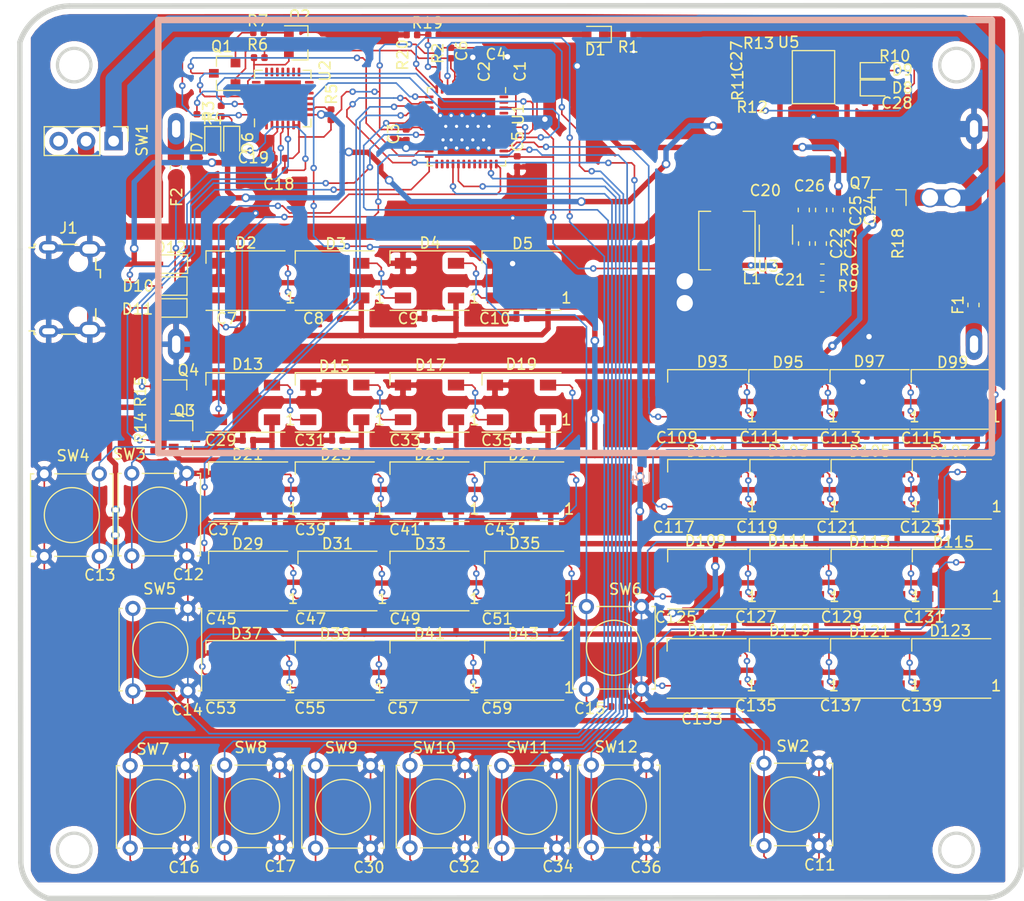
<source format=kicad_pcb>
(kicad_pcb (version 20171130) (host pcbnew "(5.1.8)-1")
  (layers (0 F.Cu signal) (31 B.Cu signal) (34 B.Paste user) (35 F.Paste user) (36 B.SilkS user hide) (37 F.SilkS user) (38 B.Mask user) (39 F.Mask user) (44 Edge.Cuts user))
  (net 0 "")
  (net 1 BTN_END)
  (net 2 GND)
  (net 3 EN)
  (net 4 V_BAT_1)
  (net 5 "Net-(C20-Pad2)")
  (net 6 "Net-(C20-Pad1)")
  (net 7 "Net-(C21-Pad1)")
  (net 8 V_BAT)
  (net 9 "Net-(C27-Pad1)")
  (net 10 V_BAT_PRIME)
  (net 11 V_BAT_2)
  (net 12 "Net-(D1-Pad1)")
  (net 13 "Net-(D2-Pad2)")
  (net 14 DATA_zadani_LED)
  (net 15 "Net-(D3-Pad2)")
  (net 16 "Net-(D4-Pad2)")
  (net 17 RX_ESP)
  (net 18 "Net-(D6-Pad1)")
  (net 19 TX_ESP)
  (net 20 "Net-(D8-Pad2)")
  (net 21 "Net-(D8-Pad1)")
  (net 22 "Net-(D9-Pad2)")
  (net 23 "Net-(D9-Pad1)")
  (net 24 D-)
  (net 25 D+)
  (net 26 VBUS)
  (net 27 "Net-(D13-Pad2)")
  (net 28 DATA_herni_LED)
  (net 29 "Net-(D15-Pad2)")
  (net 30 "Net-(D17-Pad2)")
  (net 31 /herni_LED.sch/2.sch/DATA_IN)
  (net 32 "Net-(D21-Pad2)")
  (net 33 "Net-(D23-Pad2)")
  (net 34 "Net-(D25-Pad2)")
  (net 35 /herni_LED.sch/3.sch/DATA_IN)
  (net 36 "Net-(D29-Pad2)")
  (net 37 "Net-(D31-Pad2)")
  (net 38 "Net-(D33-Pad2)")
  (net 39 /herni_LED.sch/4.ch/DATA_IN)
  (net 40 "Net-(D37-Pad2)")
  (net 41 "Net-(D39-Pad2)")
  (net 42 "Net-(D41-Pad2)")
  (net 43 "Net-(D93-Pad2)")
  (net 44 DATA_hodnoceni_LED)
  (net 45 "Net-(D95-Pad2)")
  (net 46 /hodnoceni_LED.sch/2.sch/DATA_IN)
  (net 47 "Net-(D101-Pad2)")
  (net 48 "Net-(D103-Pad2)")
  (net 49 "Net-(D105-Pad2)")
  (net 50 /hodnoceni_LED.sch/3.sch/DATA_IN)
  (net 51 "Net-(D109-Pad2)")
  (net 52 "Net-(D111-Pad2)")
  (net 53 "Net-(D113-Pad2)")
  (net 54 /hodnoceni_LED.sch/4.ch/DATA_IN)
  (net 55 "Net-(D117-Pad2)")
  (net 56 "Net-(D119-Pad2)")
  (net 57 "Net-(D121-Pad2)")
  (net 58 "Net-(F1-Pad1)")
  (net 59 "Net-(F2-Pad1)")
  (net 60 IO0)
  (net 61 "Net-(Q1-Pad1)")
  (net 62 "Net-(Q2-Pad1)")
  (net 63 V_BAT_SPINANE)
  (net 64 "Net-(R5-Pad2)")
  (net 65 "Net-(R13-Pad1)")
  (net 66 ZAPINANI_1_CAST_LED)
  (net 67 ZAPINANI_2_CAST_LED)
  (net 68 MERENI_BATERKY)
  (net 69 "Net-(D97-Pad2)")
  (net 70 +3V3)
  (net 71 BTN_ENTER)
  (net 72 BTN_NEW_GAME)
  (net 73 BTN_SIPKA_VLEVO)
  (net 74 BTN_SIPKA_VPRAVO)
  (net 75 BARVA_1)
  (net 76 BARVA_2)
  (net 77 BARVA_3)
  (net 78 BARVA_4)
  (net 79 BARVA_5)
  (net 80 BARVA_6)
  (net 81 "Net-(D5-Pad2)")
  (net 82 /herni_LED.sch/4.ch/DATA_OUT)
  (net 83 /hodnoceni_LED.sch/4.ch/DATA_OUT)
  (net 84 "Net-(J1-Pad4)")
  (net 85 "Net-(SW1-Pad3)")
  (net 86 "Net-(U1-Pad48)")
  (net 87 "Net-(U1-Pad47)")
  (net 88 "Net-(U1-Pad45)")
  (net 89 "Net-(U1-Pad44)")
  (net 90 "Net-(U1-Pad34)")
  (net 91 "Net-(U1-Pad33)")
  (net 92 "Net-(U1-Pad32)")
  (net 93 "Net-(U1-Pad31)")
  (net 94 "Net-(U1-Pad30)")
  (net 95 "Net-(U1-Pad26)")
  (net 96 "Net-(U1-Pad22)")
  (net 97 "Net-(U1-Pad21)")
  (net 98 "Net-(U1-Pad18)")
  (net 99 "Net-(U1-Pad8)")
  (net 100 "Net-(U1-Pad7)")
  (net 101 "Net-(U1-Pad6)")
  (net 102 "Net-(U1-Pad5)")
  (net 103 "Net-(U1-Pad2)")
  (net 104 "Net-(U2-Pad27)")
  (net 105 "Net-(U2-Pad23)")
  (net 106 "Net-(U2-Pad22)")
  (net 107 "Net-(U2-Pad21)")
  (net 108 "Net-(U2-Pad20)")
  (net 109 "Net-(U2-Pad19)")
  (net 110 "Net-(U2-Pad18)")
  (net 111 "Net-(U2-Pad17)")
  (net 112 "Net-(U2-Pad16)")
  (net 113 "Net-(U2-Pad15)")
  (net 114 "Net-(U2-Pad14)")
  (net 115 "Net-(U2-Pad13)")
  (net 116 "Net-(U2-Pad12)")
  (net 117 "Net-(U2-Pad11)")
  (net 118 "Net-(U2-Pad10)")
  (net 119 "Net-(U2-Pad2)")
  (net 120 "Net-(U2-Pad1)")
  (net 121 "Net-(Q1-Pad2)")
  (net 122 "Net-(Q2-Pad2)")
  (net 123 "Net-(Q3-Pad3)")
  (net 124 "Net-(Q4-Pad3)")
  (net 125 "Net-(Q7-Pad3)")
  (net 126 "Net-(D7-Pad1)")
  (net 127 "Net-(U1-Pad27)")
  (net 128 "Net-(U1-Pad25)")
  (module Button_Switch_THT:SW_Tactile_Straight_KSL0Axx1LFTR (layer F.Cu) (at 129.495 137.835 90)
    (fp_text reference SW11 (at 9.3 2.425 180) (layer F.SilkS))
    (fp_text value button)
    (pad 2 thru_hole circle (at 0 5.08 90) (size 1.397 1.397) (drill 0.8128) (layers *.Cu *.Mask) (net 2 GND))
    (pad 1 thru_hole circle (at 0 0 90) (size 1.397 1.397) (drill 0.8128) (layers *.Cu *.Mask) (net 79 BARVA_5))
    (pad 2 thru_hole circle (at 7.62 5.08 90) (size 1.397 1.397) (drill 0.8128) (layers *.Cu *.Mask) (net 2 GND))
    (pad 1 thru_hole circle (at 7.62 0 90) (size 1.397 1.397) (drill 0.8128) (layers *.Cu *.Mask) (net 79 BARVA_5))
  )
  (module Button_Switch_THT:SW_Tactile_Straight_KSL0Axx1LFTR (layer F.Cu) (at 137.77 137.785 90)
    (fp_text reference SW12 (at 9.3 2.3 180) (layer F.SilkS))
    (fp_text value button)
    (pad 2 thru_hole circle (at 0 5.08 90) (size 1.397 1.397) (drill 0.8128) (layers *.Cu *.Mask) (net 2 GND))
    (pad 1 thru_hole circle (at 0 0 90) (size 1.397 1.397) (drill 0.8128) (layers *.Cu *.Mask) (net 80 BARVA_6))
    (pad 2 thru_hole circle (at 7.62 5.08 90) (size 1.397 1.397) (drill 0.8128) (layers *.Cu *.Mask) (net 2 GND))
    (pad 1 thru_hole circle (at 7.62 0 90) (size 1.397 1.397) (drill 0.8128) (layers *.Cu *.Mask) (net 80 BARVA_6))
  )
  (module Button_Switch_THT:SW_Tactile_Straight_KSL0Axx1LFTR (layer F.Cu) (at 95.32 110.835 90)
    (fp_text reference SW3 (at 9.4 -0.225 180) (layer F.SilkS))
    (fp_text value button)
    (pad 2 thru_hole circle (at 0 5.08 90) (size 1.397 1.397) (drill 0.8128) (layers *.Cu *.Mask) (net 2 GND))
    (pad 1 thru_hole circle (at 0 0 90) (size 1.397 1.397) (drill 0.8128) (layers *.Cu *.Mask) (net 1 BTN_END))
    (pad 2 thru_hole circle (at 7.62 5.08 90) (size 1.397 1.397) (drill 0.8128) (layers *.Cu *.Mask) (net 2 GND))
    (pad 1 thru_hole circle (at 7.62 0 90) (size 1.397 1.397) (drill 0.8128) (layers *.Cu *.Mask) (net 1 BTN_END))
  )
  (module Button_Switch_THT:SW_Tactile_Straight_KSL0Axx1LFTR (layer F.Cu) (at 121.02 137.81 90)
    (fp_text reference SW10 (at 9.25 2.25 180) (layer F.SilkS))
    (fp_text value button)
    (pad 2 thru_hole circle (at 0 5.08 90) (size 1.397 1.397) (drill 0.8128) (layers *.Cu *.Mask) (net 2 GND))
    (pad 1 thru_hole circle (at 0 0 90) (size 1.397 1.397) (drill 0.8128) (layers *.Cu *.Mask) (net 78 BARVA_4))
    (pad 2 thru_hole circle (at 7.62 5.08 90) (size 1.397 1.397) (drill 0.8128) (layers *.Cu *.Mask) (net 2 GND))
    (pad 1 thru_hole circle (at 7.62 0 90) (size 1.397 1.397) (drill 0.8128) (layers *.Cu *.Mask) (net 78 BARVA_4))
  )
  (module Button_Switch_THT:SW_Tactile_Straight_KSL0Axx1LFTR (layer F.Cu) (at 112.295 137.835 90)
    (fp_text reference SW9 (at 9.275 2.375 180) (layer F.SilkS))
    (fp_text value button)
    (pad 2 thru_hole circle (at 0 5.08 90) (size 1.397 1.397) (drill 0.8128) (layers *.Cu *.Mask) (net 2 GND))
    (pad 1 thru_hole circle (at 0 0 90) (size 1.397 1.397) (drill 0.8128) (layers *.Cu *.Mask) (net 77 BARVA_3))
    (pad 2 thru_hole circle (at 7.62 5.08 90) (size 1.397 1.397) (drill 0.8128) (layers *.Cu *.Mask) (net 2 GND))
    (pad 1 thru_hole circle (at 7.62 0 90) (size 1.397 1.397) (drill 0.8128) (layers *.Cu *.Mask) (net 77 BARVA_3))
  )
  (module Capacitor_SMD:C_0402_1005Metric (layer F.Cu) (at 140.305 139.41 180)
    (fp_text reference C36 (at -2.515 -0.2) (layer F.SilkS))
    (fp_text value 10n)
    (pad 2 smd roundrect (at 0.485 0 180) (size 0.59 0.64) (layers F.Cu F.Paste F.Mask) (net 80 BARVA_6))
    (pad 1 smd roundrect (at -0.485 0 180) (size 0.59 0.64) (layers F.Cu F.Paste F.Mask) (net 2 GND))
  )
  (module Capacitor_SMD:C_0402_1005Metric (layer F.Cu) (at 132.22 139.41 180)
    (fp_text reference C34 (at -2.475 -0.125) (layer F.SilkS))
    (fp_text value 10n)
    (pad 2 smd roundrect (at 0.485 0 180) (size 0.59 0.64) (layers F.Cu F.Paste F.Mask) (net 79 BARVA_5))
    (pad 1 smd roundrect (at -0.485 0 180) (size 0.59 0.64) (layers F.Cu F.Paste F.Mask) (net 2 GND))
  )
  (module Capacitor_SMD:C_0402_1005Metric (layer F.Cu) (at 123.62 139.435 180)
    (fp_text reference C32 (at -2.4 -0.125) (layer F.SilkS))
    (fp_text value 10n)
    (pad 2 smd roundrect (at 0.485 0 180) (size 0.59 0.64) (layers F.Cu F.Paste F.Mask) (net 78 BARVA_4))
    (pad 1 smd roundrect (at -0.485 0 180) (size 0.59 0.64) (layers F.Cu F.Paste F.Mask) (net 2 GND))
  )
  (module Capacitor_SMD:C_0402_1005Metric (layer F.Cu) (at 114.795 139.385 180)
    (fp_text reference C30 (at -2.425 -0.225) (layer F.SilkS))
    (fp_text value 10n)
    (pad 2 smd roundrect (at 0.485 0 180) (size 0.59 0.64) (layers F.Cu F.Paste F.Mask) (net 77 BARVA_3))
    (pad 1 smd roundrect (at -0.485 0 180) (size 0.59 0.64) (layers F.Cu F.Paste F.Mask) (net 2 GND))
  )
  (module Button_Switch_THT:SW_Tactile_Straight_KSL0Axx1LFTR (layer F.Cu) (at 103.895 137.785 90)
    (fp_text reference SW8 (at 9.25 2.425) (layer F.SilkS))
    (fp_text value button)
    (pad 2 thru_hole circle (at 0 5.08 90) (size 1.397 1.397) (drill 0.8128) (layers *.Cu *.Mask) (net 2 GND))
    (pad 1 thru_hole circle (at 0 0 90) (size 1.397 1.397) (drill 0.8128) (layers *.Cu *.Mask) (net 76 BARVA_2))
    (pad 2 thru_hole circle (at 7.62 5.08 90) (size 1.397 1.397) (drill 0.8128) (layers *.Cu *.Mask) (net 2 GND))
    (pad 1 thru_hole circle (at 7.62 0 90) (size 1.397 1.397) (drill 0.8128) (layers *.Cu *.Mask) (net 76 BARVA_2))
  )
  (module Button_Switch_THT:SW_Tactile_Straight_KSL0Axx1LFTR (layer F.Cu) (at 95.17 137.835 90)
    (fp_text reference SW7 (at 9.15 2.1) (layer F.SilkS))
    (fp_text value button)
    (pad 2 thru_hole circle (at 0 5.08 90) (size 1.397 1.397) (drill 0.8128) (layers *.Cu *.Mask) (net 2 GND))
    (pad 1 thru_hole circle (at 0 0 90) (size 1.397 1.397) (drill 0.8128) (layers *.Cu *.Mask) (net 75 BARVA_1))
    (pad 2 thru_hole circle (at 7.62 5.08 90) (size 1.397 1.397) (drill 0.8128) (layers *.Cu *.Mask) (net 2 GND))
    (pad 1 thru_hole circle (at 7.62 0 90) (size 1.397 1.397) (drill 0.8128) (layers *.Cu *.Mask) (net 75 BARVA_1))
  )
  (module Button_Switch_THT:SW_Tactile_Straight_KSL0Axx1LFTR (layer F.Cu) (at 137.32 123.135 90)
    (fp_text reference SW6 (at 9.225 3.6 180) (layer F.SilkS))
    (fp_text value button)
    (pad 2 thru_hole circle (at 0 5.08 90) (size 1.397 1.397) (drill 0.8128) (layers *.Cu *.Mask) (net 2 GND))
    (pad 1 thru_hole circle (at 0 0 90) (size 1.397 1.397) (drill 0.8128) (layers *.Cu *.Mask) (net 74 BTN_SIPKA_VPRAVO))
    (pad 2 thru_hole circle (at 7.62 5.08 90) (size 1.397 1.397) (drill 0.8128) (layers *.Cu *.Mask) (net 2 GND))
    (pad 1 thru_hole circle (at 7.62 0 90) (size 1.397 1.397) (drill 0.8128) (layers *.Cu *.Mask) (net 74 BTN_SIPKA_VPRAVO))
  )
  (module Button_Switch_THT:SW_Tactile_Straight_KSL0Axx1LFTR (layer F.Cu) (at 95.42 123.31 90)
    (fp_text reference SW5 (at 9.425 2.475 180) (layer F.SilkS))
    (fp_text value button)
    (pad 2 thru_hole circle (at 0 5.08 90) (size 1.397 1.397) (drill 0.8128) (layers *.Cu *.Mask) (net 2 GND))
    (pad 1 thru_hole circle (at 0 0 90) (size 1.397 1.397) (drill 0.8128) (layers *.Cu *.Mask) (net 73 BTN_SIPKA_VLEVO))
    (pad 2 thru_hole circle (at 7.62 5.08 90) (size 1.397 1.397) (drill 0.8128) (layers *.Cu *.Mask) (net 2 GND))
    (pad 1 thru_hole circle (at 7.62 0 90) (size 1.397 1.397) (drill 0.8128) (layers *.Cu *.Mask) (net 73 BTN_SIPKA_VLEVO))
  )
  (module Button_Switch_THT:SW_Tactile_Straight_KSL0Axx1LFTR (layer F.Cu) (at 92.32 103.26 270)
    (fp_text reference SW4 (at -1.675 2.425) (layer F.SilkS))
    (fp_text value button)
    (pad 2 thru_hole circle (at 0 5.08 270) (size 1.397 1.397) (drill 0.8128) (layers *.Cu *.Mask) (net 2 GND))
    (pad 1 thru_hole circle (at 0 0 270) (size 1.397 1.397) (drill 0.8128) (layers *.Cu *.Mask) (net 72 BTN_NEW_GAME))
    (pad 2 thru_hole circle (at 7.62 5.08 270) (size 1.397 1.397) (drill 0.8128) (layers *.Cu *.Mask) (net 2 GND))
    (pad 1 thru_hole circle (at 7.62 0 270) (size 1.397 1.397) (drill 0.8128) (layers *.Cu *.Mask) (net 72 BTN_NEW_GAME))
  )
  (module Button_Switch_THT:SW_Tactile_Straight_KSL0Axx1LFTR (layer F.Cu) (at 153.72 137.61 90)
    (fp_text reference SW2 (at 9.2 2.675 180) (layer F.SilkS))
    (fp_text value button)
    (pad 2 thru_hole circle (at 0 5.08 90) (size 1.397 1.397) (drill 0.8128) (layers *.Cu *.Mask) (net 2 GND))
    (pad 1 thru_hole circle (at 0 0 90) (size 1.397 1.397) (drill 0.8128) (layers *.Cu *.Mask) (net 71 BTN_ENTER))
    (pad 2 thru_hole circle (at 7.62 5.08 90) (size 1.397 1.397) (drill 0.8128) (layers *.Cu *.Mask) (net 2 GND))
    (pad 1 thru_hole circle (at 7.62 0 90) (size 1.397 1.397) (drill 0.8128) (layers *.Cu *.Mask) (net 71 BTN_ENTER))
  )
  (module Resistor_SMD:R_0402_1005Metric (layer F.Cu) (at 97.295 95.66 90)
    (fp_text reference R15 (at 0 -1.17 90) (layer F.SilkS))
    (fp_text value 10k)
    (pad 2 smd roundrect (at 0.485 0 90) (size 0.59 0.64) (layers F.Cu F.Paste F.Mask) (net 67 ZAPINANI_2_CAST_LED))
    (pad 1 smd roundrect (at -0.485 0 90) (size 0.59 0.64) (layers F.Cu F.Paste F.Mask) (net 124 "Net-(Q4-Pad3)"))
  )
  (module Resistor_SMD:R_0402_1005Metric (layer F.Cu) (at 97.345 100.635 90)
    (fp_text reference R14 (at 1.65 -1.2 90) (layer F.SilkS))
    (fp_text value 10k)
    (pad 2 smd roundrect (at 0.485 0 90) (size 0.59 0.64) (layers F.Cu F.Paste F.Mask) (net 66 ZAPINANI_1_CAST_LED))
    (pad 1 smd roundrect (at -0.485 0 90) (size 0.59 0.64) (layers F.Cu F.Paste F.Mask) (net 123 "Net-(Q3-Pad3)"))
  )
  (module Package_TO_SOT_SMD:SOT-23 (layer F.Cu) (at 99.64 96.16)
    (fp_text reference Q4 (at 0.9 -2.47) (layer F.SilkS))
    (fp_text value Q_PMOS_SDG)
    (pad 3 smd rect (at 1 0) (size 0.9 0.8) (layers F.Cu F.Paste F.Mask) (net 124 "Net-(Q4-Pad3)"))
    (pad 2 smd rect (at -1 0.95) (size 0.9 0.8) (layers F.Cu F.Paste F.Mask) (net 11 V_BAT_2))
    (pad 1 smd rect (at -1 -0.95) (size 0.9 0.8) (layers F.Cu F.Paste F.Mask) (net 8 V_BAT))
  )
  (module Package_TO_SOT_SMD:SOT-23 (layer F.Cu) (at 100.19 99.93)
    (fp_text reference Q3 (at 0 -2.5) (layer F.SilkS))
    (fp_text value Q_PMOS_SDG)
    (pad 3 smd rect (at 1 0) (size 0.9 0.8) (layers F.Cu F.Paste F.Mask) (net 123 "Net-(Q3-Pad3)"))
    (pad 2 smd rect (at -1 0.95) (size 0.9 0.8) (layers F.Cu F.Paste F.Mask) (net 4 V_BAT_1))
    (pad 1 smd rect (at -1 -0.95) (size 0.9 0.8) (layers F.Cu F.Paste F.Mask) (net 8 V_BAT))
  )
  (module Capacitor_SMD:C_0402_1005Metric (layer F.Cu) (at 106.62 139.385 180)
    (fp_text reference C17 (at -2.4 -0.125) (layer F.SilkS))
    (fp_text value 10n)
    (pad 2 smd roundrect (at 0.485 0 180) (size 0.59 0.64) (layers F.Cu F.Paste F.Mask) (net 76 BARVA_2))
    (pad 1 smd roundrect (at -0.485 0 180) (size 0.59 0.64) (layers F.Cu F.Paste F.Mask) (net 2 GND))
  )
  (module Capacitor_SMD:C_0402_1005Metric (layer F.Cu) (at 97.745 139.41 180)
    (fp_text reference C16 (at -2.4 -0.2) (layer F.SilkS))
    (fp_text value 10n)
    (pad 2 smd roundrect (at 0.485 0 180) (size 0.59 0.64) (layers F.Cu F.Paste F.Mask) (net 75 BARVA_1))
    (pad 1 smd roundrect (at -0.485 0 180) (size 0.59 0.64) (layers F.Cu F.Paste F.Mask) (net 2 GND))
  )
  (module Capacitor_SMD:C_0402_1005Metric (layer F.Cu) (at 140.095 124.76 180)
    (fp_text reference C15 (at 2.475 -0.175) (layer F.SilkS))
    (fp_text value 10n)
    (pad 2 smd roundrect (at 0.485 0 180) (size 0.59 0.64) (layers F.Cu F.Paste F.Mask) (net 74 BTN_SIPKA_VPRAVO))
    (pad 1 smd roundrect (at -0.485 0 180) (size 0.59 0.64) (layers F.Cu F.Paste F.Mask) (net 2 GND))
  )
  (module Capacitor_SMD:C_0402_1005Metric (layer F.Cu) (at 97.97 124.96 180)
    (fp_text reference C14 (at -2.465 -0.1) (layer F.SilkS))
    (fp_text value 10n)
    (pad 2 smd roundrect (at 0.485 0 180) (size 0.59 0.64) (layers F.Cu F.Paste F.Mask) (net 73 BTN_SIPKA_VLEVO))
    (pad 1 smd roundrect (at -0.485 0 180) (size 0.59 0.64) (layers F.Cu F.Paste F.Mask) (net 2 GND))
  )
  (module Capacitor_SMD:C_0402_1005Metric (layer F.Cu) (at 89.82 112.71)
    (fp_text reference C13 (at 2.55 -0.1) (layer F.SilkS))
    (fp_text value 10n)
    (pad 2 smd roundrect (at 0.485 0) (size 0.59 0.64) (layers F.Cu F.Paste F.Mask) (net 72 BTN_NEW_GAME))
    (pad 1 smd roundrect (at -0.485 0) (size 0.59 0.64) (layers F.Cu F.Paste F.Mask) (net 2 GND))
  )
  (module Capacitor_SMD:C_0402_1005Metric (layer F.Cu) (at 98.045 112.685 180)
    (fp_text reference C12 (at -2.5 0.125 180) (layer F.SilkS))
    (fp_text value 10n)
    (pad 2 smd roundrect (at 0.485 0 180) (size 0.59 0.64) (layers F.Cu F.Paste F.Mask) (net 1 BTN_END))
    (pad 1 smd roundrect (at -0.485 0 180) (size 0.59 0.64) (layers F.Cu F.Paste F.Mask) (net 2 GND))
  )
  (module Capacitor_SMD:C_0402_1005Metric (layer F.Cu) (at 156.495 139.26 180)
    (fp_text reference C11 (at -2.375 -0.125) (layer F.SilkS))
    (fp_text value 10n)
    (pad 2 smd roundrect (at 0.485 0 180) (size 0.59 0.64) (layers F.Cu F.Paste F.Mask) (net 71 BTN_ENTER))
    (pad 1 smd roundrect (at -0.485 0 180) (size 0.59 0.64) (layers F.Cu F.Paste F.Mask) (net 2 GND))
  )
  (module Capacitor_SMD:C_0402_1005Metric (layer F.Cu) (at 108.98 75.22)
    (fp_text reference C18 (at -0.08 1.28) (layer F.SilkS))
    (fp_text value 4u7)
    (pad 2 smd roundrect (at 0.485 0) (size 0.59 0.64) (layers F.Cu F.Paste F.Mask) (net 70 +3V3))
    (pad 1 smd roundrect (at -0.485 0) (size 0.59 0.64) (layers F.Cu F.Paste F.Mask) (net 2 GND))
  )
  (module my_library:battery_dock (layer B.Cu) (at 136.27 81.335)
    (fp_text reference U4 (at 6.075 22.35) (layer B.SilkS) (effects (justify mirror)))
    (fp_text value Dual_battery)
    (pad 4 thru_hole oval (at 36.85 -9.95) (size 1.524 2.9) (drill oval 0.762 1.6) (layers *.Cu *.Mask) (net 2 GND))
    (pad 3 thru_hole oval (at -36.85 -9.95) (size 1.524 2.9) (drill oval 0.762 1.6) (layers *.Cu *.Mask) (net 59 "Net-(F2-Pad1)"))
    (pad 2 thru_hole oval (at -36.85 9.95) (size 1.524 2.9) (drill oval 0.762 1.6) (layers *.Cu *.Mask) (net 2 GND))
    (pad 1 thru_hole oval (at 36.85 9.95) (size 1.524 2.9) (drill oval 0.762 1.6) (layers *.Cu *.Mask) (net 58 "Net-(F1-Pad1)"))
  )
  (module Resistor_SMD:R_0402_1005Metric (layer F.Cu) (at 123.195 62.71 180)
    (fp_text reference R19 (at 0.575 1.1) (layer F.SilkS))
    (fp_text value 39k)
    (pad 2 smd roundrect (at 0.485 0 180) (size 0.59 0.64) (layers F.Cu F.Paste F.Mask) (net 68 MERENI_BATERKY))
    (pad 1 smd roundrect (at -0.485 0 180) (size 0.59 0.64) (layers F.Cu F.Paste F.Mask) (net 8 V_BAT))
  )
  (module Resistor_SMD:R_0603_1608Metric (layer F.Cu) (at 159.095 85.96)
    (fp_text reference R9 (at 2.375 -0.05) (layer F.SilkS))
    (fp_text value 36k)
    (pad 2 smd roundrect (at 0.7875 0) (size 0.875 0.95) (layers F.Cu F.Paste F.Mask) (net 2 GND))
    (pad 1 smd roundrect (at -0.7875 0) (size 0.875 0.95) (layers F.Cu F.Paste F.Mask) (net 7 "Net-(C21-Pad1)"))
  )
  (module Resistor_SMD:R_0603_1608Metric (layer F.Cu) (at 159.1075 84.385 180)
    (fp_text reference R8 (at -2.4875 -0.05) (layer F.SilkS))
    (fp_text value 160k)
    (pad 2 smd roundrect (at 0.7875 0 180) (size 0.875 0.95) (layers F.Cu F.Paste F.Mask) (net 7 "Net-(C21-Pad1)"))
    (pad 1 smd roundrect (at -0.7875 0 180) (size 0.875 0.95) (layers F.Cu F.Paste F.Mask) (net 70 +3V3))
  )
  (module my_library:TP4056 (layer F.Cu) (at 158.295 66.61)
    (fp_text reference U5 (at -2.3 -3.225) (layer F.SilkS))
    (fp_text value TP4056)
    (pad 9 smd rect (at 0 0) (size 2.4 3.3) (layers F.Cu F.Paste F.Mask) (net 2 GND))
    (pad 8 smd rect (at 3.1 -1.905) (size 1.5 0.6) (layers F.Cu F.Paste F.Mask) (net 26 VBUS))
    (pad 7 smd rect (at 3.1 -0.635) (size 1.5 0.6) (layers F.Cu F.Paste F.Mask) (net 23 "Net-(D9-Pad1)"))
    (pad 6 smd rect (at 3.1 0.635) (size 1.5 0.6) (layers F.Cu F.Paste F.Mask) (net 21 "Net-(D8-Pad1)"))
    (pad 5 smd rect (at 3.1 1.905) (size 1.5 0.6) (layers F.Cu F.Paste F.Mask) (net 10 V_BAT_PRIME))
    (pad 4 smd rect (at -3.1 1.905) (size 1.5 0.6) (layers F.Cu F.Paste F.Mask) (net 26 VBUS))
    (pad 3 smd rect (at -3.1 0.635) (size 1.5 0.6) (layers F.Cu F.Paste F.Mask) (net 2 GND))
    (pad 2 smd rect (at -3.1 -0.635) (size 1.5 0.6) (layers F.Cu F.Paste F.Mask) (net 65 "Net-(R13-Pad1)"))
    (pad 1 smd rect (at -3.1 -1.905) (size 1.5 0.6) (layers F.Cu F.Paste F.Mask) (net 2 GND))
  )
  (module Connector_PinHeader_2.54mm:PinHeader_1x03_P2.54mm_Vertical (layer F.Cu) (at 93.64 72.52 270)
    (fp_text reference SW1 (at -0.1 -2.625 90) (layer F.SilkS))
    (fp_text value SW_SPDT)
    (pad 3 thru_hole oval (at 0 5.08 270) (size 1.7 1.7) (drill 1) (layers *.Cu *.Mask) (net 85 "Net-(SW1-Pad3)"))
    (pad 2 thru_hole oval (at 0 2.54 270) (size 1.7 1.7) (drill 1) (layers *.Cu *.Mask) (net 10 V_BAT_PRIME))
    (pad 1 thru_hole rect (at 0 0 270) (size 1.7 1.7) (drill 1) (layers *.Cu *.Mask) (net 63 V_BAT_SPINANE))
  )
  (module Package_TO_SOT_SMD:TSOT-23-6 (layer F.Cu) (at 154.795 81.16 90)
    (fp_text reference U3 (at -2.925 -0.7 180) (layer F.SilkS))
    (fp_text value SY8105)
    (pad 6 smd rect (at 1.31 -0.95 90) (size 1.22 0.65) (layers F.Cu F.Paste F.Mask) (net 5 "Net-(C20-Pad2)"))
    (pad 5 smd rect (at 1.31 0 90) (size 1.22 0.65) (layers F.Cu F.Paste F.Mask) (net 6 "Net-(C20-Pad1)"))
    (pad 4 smd rect (at 1.31 0.95 90) (size 1.22 0.65) (layers F.Cu F.Paste F.Mask) (net 8 V_BAT))
    (pad 3 smd rect (at -1.31 0.95 90) (size 1.22 0.65) (layers F.Cu F.Paste F.Mask) (net 2 GND))
    (pad 2 smd rect (at -1.31 0 90) (size 1.22 0.65) (layers F.Cu F.Paste F.Mask) (net 8 V_BAT))
    (pad 1 smd rect (at -1.31 -0.95 90) (size 1.22 0.65) (layers F.Cu F.Paste F.Mask) (net 7 "Net-(C21-Pad1)"))
  )
  (module Package_DFN_QFN:QFN-28-1EP_5x5mm_P0.5mm_EP3.35x3.35mm (layer F.Cu) (at 109.265 68.59 90)
    (fp_text reference U2 (at 2.555 3.905 90) (layer F.SilkS))
    (fp_text value CP2102N-A01-GQFN28)
    (pad 29 smd rect (at 0 0 90) (size 3.35 3.35) (layers F.Cu F.Mask) (net 2 GND))
    (pad 28 smd roundrect (at -1.5 -2.45 90) (size 0.25 0.8) (layers F.Cu F.Paste F.Mask) (net 121 "Net-(Q1-Pad2)"))
    (pad 27 smd roundrect (at -1 -2.45 90) (size 0.25 0.8) (layers F.Cu F.Paste F.Mask) (net 104 "Net-(U2-Pad27)"))
    (pad 26 smd roundrect (at -0.5 -2.45 90) (size 0.25 0.8) (layers F.Cu F.Paste F.Mask) (net 17 RX_ESP))
    (pad 25 smd roundrect (at 0 -2.45 90) (size 0.25 0.8) (layers F.Cu F.Paste F.Mask) (net 19 TX_ESP))
    (pad 24 smd roundrect (at 0.5 -2.45 90) (size 0.25 0.8) (layers F.Cu F.Paste F.Mask) (net 122 "Net-(Q2-Pad2)"))
    (pad 23 smd roundrect (at 1 -2.45 90) (size 0.25 0.8) (layers F.Cu F.Paste F.Mask) (net 105 "Net-(U2-Pad23)"))
    (pad 22 smd roundrect (at 1.5 -2.45 90) (size 0.25 0.8) (layers F.Cu F.Paste F.Mask) (net 106 "Net-(U2-Pad22)"))
    (pad 21 smd roundrect (at 2.45 -1.5 90) (size 0.8 0.25) (layers F.Cu F.Paste F.Mask) (net 107 "Net-(U2-Pad21)"))
    (pad 20 smd roundrect (at 2.45 -1 90) (size 0.8 0.25) (layers F.Cu F.Paste F.Mask) (net 108 "Net-(U2-Pad20)"))
    (pad 19 smd roundrect (at 2.45 -0.5 90) (size 0.8 0.25) (layers F.Cu F.Paste F.Mask) (net 109 "Net-(U2-Pad19)"))
    (pad 18 smd roundrect (at 2.45 0 90) (size 0.8 0.25) (layers F.Cu F.Paste F.Mask) (net 110 "Net-(U2-Pad18)"))
    (pad 17 smd roundrect (at 2.45 0.5 90) (size 0.8 0.25) (layers F.Cu F.Paste F.Mask) (net 111 "Net-(U2-Pad17)"))
    (pad 16 smd roundrect (at 2.45 1 90) (size 0.8 0.25) (layers F.Cu F.Paste F.Mask) (net 112 "Net-(U2-Pad16)"))
    (pad 15 smd roundrect (at 2.45 1.5 90) (size 0.8 0.25) (layers F.Cu F.Paste F.Mask) (net 113 "Net-(U2-Pad15)"))
    (pad 14 smd roundrect (at 1.5 2.45 90) (size 0.25 0.8) (layers F.Cu F.Paste F.Mask) (net 114 "Net-(U2-Pad14)"))
    (pad 13 smd roundrect (at 1 2.45 90) (size 0.25 0.8) (layers F.Cu F.Paste F.Mask) (net 115 "Net-(U2-Pad13)"))
    (pad 12 smd roundrect (at 0.5 2.45 90) (size 0.25 0.8) (layers F.Cu F.Paste F.Mask) (net 116 "Net-(U2-Pad12)"))
    (pad 11 smd roundrect (at 0 2.45 90) (size 0.25 0.8) (layers F.Cu F.Paste F.Mask) (net 117 "Net-(U2-Pad11)"))
    (pad 10 smd roundrect (at -0.5 2.45 90) (size 0.25 0.8) (layers F.Cu F.Paste F.Mask) (net 118 "Net-(U2-Pad10)"))
    (pad 9 smd roundrect (at -1 2.45 90) (size 0.25 0.8) (layers F.Cu F.Paste F.Mask) (net 64 "Net-(R5-Pad2)"))
    (pad 8 smd roundrect (at -1.5 2.45 90) (size 0.25 0.8) (layers F.Cu F.Paste F.Mask) (net 26 VBUS))
    (pad 7 smd roundrect (at -2.45 1.5 90) (size 0.8 0.25) (layers F.Cu F.Paste F.Mask) (net 70 +3V3))
    (pad 6 smd roundrect (at -2.45 1 90) (size 0.8 0.25) (layers F.Cu F.Paste F.Mask) (net 70 +3V3))
    (pad 5 smd roundrect (at -2.45 0.5 90) (size 0.8 0.25) (layers F.Cu F.Paste F.Mask) (net 24 D-))
    (pad 4 smd roundrect (at -2.45 0 90) (size 0.8 0.25) (layers F.Cu F.Paste F.Mask) (net 25 D+))
    (pad 3 smd roundrect (at -2.45 -0.5 90) (size 0.8 0.25) (layers F.Cu F.Paste F.Mask) (net 2 GND))
    (pad 2 smd roundrect (at -2.45 -1 90) (size 0.8 0.25) (layers F.Cu F.Paste F.Mask) (net 119 "Net-(U2-Pad2)"))
    (pad 1 smd roundrect (at -2.45 -1.5 90) (size 0.8 0.25) (layers F.Cu F.Paste F.Mask) (net 120 "Net-(U2-Pad1)"))
  )
  (module Package_DFN_QFN:QFN-48-1EP_7x7mm_P0.5mm_EP5.3x5.3mm (layer F.Cu) (at 126.24 71.19 270)
    (fp_text reference U1 (at -1.13 -4.78 90) (layer F.SilkS))
    (fp_text value ESP32-PICO-D4)
    (pad 49 smd rect (at 0 0 270) (size 5.3 5.3) (layers F.Cu F.Mask) (net 2 GND))
    (pad 48 smd roundrect (at -2.75 -3.45 270) (size 0.25 0.8) (layers F.Cu F.Paste F.Mask) (net 86 "Net-(U1-Pad48)"))
    (pad 47 smd roundrect (at -2.25 -3.45 270) (size 0.25 0.8) (layers F.Cu F.Paste F.Mask) (net 87 "Net-(U1-Pad47)"))
    (pad 46 smd roundrect (at -1.75 -3.45 270) (size 0.25 0.8) (layers F.Cu F.Paste F.Mask) (net 70 +3V3))
    (pad 45 smd roundrect (at -1.25 -3.45 270) (size 0.25 0.8) (layers F.Cu F.Paste F.Mask) (net 88 "Net-(U1-Pad45)"))
    (pad 44 smd roundrect (at -0.75 -3.45 270) (size 0.25 0.8) (layers F.Cu F.Paste F.Mask) (net 89 "Net-(U1-Pad44)"))
    (pad 43 smd roundrect (at -0.25 -3.45 270) (size 0.25 0.8) (layers F.Cu F.Paste F.Mask) (net 70 +3V3))
    (pad 42 smd roundrect (at 0.25 -3.45 270) (size 0.25 0.8) (layers F.Cu F.Paste F.Mask) (net 14 DATA_zadani_LED))
    (pad 41 smd roundrect (at 0.75 -3.45 270) (size 0.25 0.8) (layers F.Cu F.Paste F.Mask) (net 19 TX_ESP))
    (pad 40 smd roundrect (at 1.25 -3.45 270) (size 0.25 0.8) (layers F.Cu F.Paste F.Mask) (net 17 RX_ESP))
    (pad 39 smd roundrect (at 1.75 -3.45 270) (size 0.25 0.8) (layers F.Cu F.Paste F.Mask) (net 44 DATA_hodnoceni_LED))
    (pad 38 smd roundrect (at 2.25 -3.45 270) (size 0.25 0.8) (layers F.Cu F.Paste F.Mask) (net 80 BARVA_6))
    (pad 37 smd roundrect (at 2.75 -3.45 270) (size 0.25 0.8) (layers F.Cu F.Paste F.Mask) (net 70 +3V3))
    (pad 36 smd roundrect (at 3.45 -2.75 270) (size 0.8 0.25) (layers F.Cu F.Paste F.Mask) (net 28 DATA_herni_LED))
    (pad 35 smd roundrect (at 3.45 -2.25 270) (size 0.8 0.25) (layers F.Cu F.Paste F.Mask) (net 78 BARVA_4))
    (pad 34 smd roundrect (at 3.45 -1.75 270) (size 0.8 0.25) (layers F.Cu F.Paste F.Mask) (net 90 "Net-(U1-Pad34)"))
    (pad 33 smd roundrect (at 3.45 -1.25 270) (size 0.8 0.25) (layers F.Cu F.Paste F.Mask) (net 91 "Net-(U1-Pad33)"))
    (pad 32 smd roundrect (at 3.45 -0.75 270) (size 0.8 0.25) (layers F.Cu F.Paste F.Mask) (net 92 "Net-(U1-Pad32)"))
    (pad 31 smd roundrect (at 3.45 -0.25 270) (size 0.8 0.25) (layers F.Cu F.Paste F.Mask) (net 93 "Net-(U1-Pad31)"))
    (pad 30 smd roundrect (at 3.45 0.25 270) (size 0.8 0.25) (layers F.Cu F.Paste F.Mask) (net 94 "Net-(U1-Pad30)"))
    (pad 29 smd roundrect (at 3.45 0.75 270) (size 0.8 0.25) (layers F.Cu F.Paste F.Mask) (net 77 BARVA_3))
    (pad 28 smd roundrect (at 3.45 1.25 270) (size 0.8 0.25) (layers F.Cu F.Paste F.Mask) (net 76 BARVA_2))
    (pad 27 smd roundrect (at 3.45 1.75 270) (size 0.8 0.25) (layers F.Cu F.Paste F.Mask) (net 127 "Net-(U1-Pad27)"))
    (pad 26 smd roundrect (at 3.45 2.25 270) (size 0.8 0.25) (layers F.Cu F.Paste F.Mask) (net 95 "Net-(U1-Pad26)"))
    (pad 25 smd roundrect (at 3.45 2.75 270) (size 0.8 0.25) (layers F.Cu F.Paste F.Mask) (net 128 "Net-(U1-Pad25)"))
    (pad 24 smd roundrect (at 2.75 3.45 270) (size 0.25 0.8) (layers F.Cu F.Paste F.Mask) (net 67 ZAPINANI_2_CAST_LED))
    (pad 23 smd roundrect (at 2.25 3.45 270) (size 0.25 0.8) (layers F.Cu F.Paste F.Mask) (net 60 IO0))
    (pad 22 smd roundrect (at 1.75 3.45 270) (size 0.25 0.8) (layers F.Cu F.Paste F.Mask) (net 96 "Net-(U1-Pad22)"))
    (pad 21 smd roundrect (at 1.25 3.45 270) (size 0.25 0.8) (layers F.Cu F.Paste F.Mask) (net 97 "Net-(U1-Pad21)"))
    (pad 20 smd roundrect (at 0.75 3.45 270) (size 0.25 0.8) (layers F.Cu F.Paste F.Mask) (net 66 ZAPINANI_1_CAST_LED))
    (pad 19 smd roundrect (at 0.25 3.45 270) (size 0.25 0.8) (layers F.Cu F.Paste F.Mask) (net 70 +3V3))
    (pad 18 smd roundrect (at -0.25 3.45 270) (size 0.25 0.8) (layers F.Cu F.Paste F.Mask) (net 98 "Net-(U1-Pad18)"))
    (pad 17 smd roundrect (at -0.75 3.45 270) (size 0.25 0.8) (layers F.Cu F.Paste F.Mask) (net 75 BARVA_1))
    (pad 16 smd roundrect (at -1.25 3.45 270) (size 0.25 0.8) (layers F.Cu F.Paste F.Mask) (net 1 BTN_END))
    (pad 15 smd roundrect (at -1.75 3.45 270) (size 0.25 0.8) (layers F.Cu F.Paste F.Mask) (net 72 BTN_NEW_GAME))
    (pad 14 smd roundrect (at -2.25 3.45 270) (size 0.25 0.8) (layers F.Cu F.Paste F.Mask) (net 71 BTN_ENTER))
    (pad 13 smd roundrect (at -2.75 3.45 270) (size 0.25 0.8) (layers F.Cu F.Paste F.Mask) (net 74 BTN_SIPKA_VPRAVO))
    (pad 12 smd roundrect (at -3.45 2.75 270) (size 0.8 0.25) (layers F.Cu F.Paste F.Mask) (net 73 BTN_SIPKA_VLEVO))
    (pad 11 smd roundrect (at -3.45 2.25 270) (size 0.8 0.25) (layers F.Cu F.Paste F.Mask) (net 68 MERENI_BATERKY))
    (pad 10 smd roundrect (at -3.45 1.75 270) (size 0.8 0.25) (layers F.Cu F.Paste F.Mask) (net 79 BARVA_5))
    (pad 9 smd roundrect (at -3.45 1.25 270) (size 0.8 0.25) (layers F.Cu F.Paste F.Mask) (net 3 EN))
    (pad 8 smd roundrect (at -3.45 0.75 270) (size 0.8 0.25) (layers F.Cu F.Paste F.Mask) (net 99 "Net-(U1-Pad8)"))
    (pad 7 smd roundrect (at -3.45 0.25 270) (size 0.8 0.25) (layers F.Cu F.Paste F.Mask) (net 100 "Net-(U1-Pad7)"))
    (pad 6 smd roundrect (at -3.45 -0.25 270) (size 0.8 0.25) (layers F.Cu F.Paste F.Mask) (net 101 "Net-(U1-Pad6)"))
    (pad 5 smd roundrect (at -3.45 -0.75 270) (size 0.8 0.25) (layers F.Cu F.Paste F.Mask) (net 102 "Net-(U1-Pad5)"))
    (pad 4 smd roundrect (at -3.45 -1.25 270) (size 0.8 0.25) (layers F.Cu F.Paste F.Mask) (net 70 +3V3))
    (pad 3 smd roundrect (at -3.45 -1.75 270) (size 0.8 0.25) (layers F.Cu F.Paste F.Mask) (net 70 +3V3))
    (pad 2 smd roundrect (at -3.45 -2.25 270) (size 0.8 0.25) (layers F.Cu F.Paste F.Mask) (net 103 "Net-(U1-Pad2)"))
    (pad 1 smd roundrect (at -3.45 -2.75 270) (size 0.8 0.25) (layers F.Cu F.Paste F.Mask) (net 70 +3V3))
  )
  (module Resistor_SMD:R_0402_1005Metric (layer F.Cu) (at 121.195 62.71 180)
    (fp_text reference R20 (at 0.85 -1.85 270) (layer F.SilkS))
    (fp_text value 10k)
    (pad 2 smd roundrect (at 0.485 0 180) (size 0.59 0.64) (layers F.Cu F.Paste F.Mask) (net 2 GND))
    (pad 1 smd roundrect (at -0.485 0 180) (size 0.59 0.64) (layers F.Cu F.Paste F.Mask) (net 68 MERENI_BATERKY))
  )
  (module Resistor_SMD:R_0402_1005Metric (layer F.Cu) (at 164.92 81.985 270)
    (fp_text reference R18 (at 0 -1.17 90) (layer F.SilkS))
    (fp_text value 10k)
    (pad 2 smd roundrect (at 0.485 0 270) (size 0.59 0.64) (layers F.Cu F.Paste F.Mask) (net 2 GND))
    (pad 1 smd roundrect (at -0.485 0 270) (size 0.59 0.64) (layers F.Cu F.Paste F.Mask) (net 125 "Net-(Q7-Pad3)"))
  )
  (module Resistor_SMD:R_0402_1005Metric (layer F.Cu) (at 153.42 65.21 90)
    (fp_text reference R13 (at 1.725 -0.2 180) (layer F.SilkS))
    (fp_text value 2k)
    (pad 2 smd roundrect (at 0.485 0 90) (size 0.59 0.64) (layers F.Cu F.Paste F.Mask) (net 2 GND))
    (pad 1 smd roundrect (at -0.485 0 90) (size 0.59 0.64) (layers F.Cu F.Paste F.Mask) (net 65 "Net-(R13-Pad1)"))
  )
  (module Resistor_SMD:R_0402_1005Metric (layer F.Cu) (at 152.97 68.26)
    (fp_text reference R12 (at -0.35 1.125) (layer F.SilkS))
    (fp_text value 1k)
    (pad 2 smd roundrect (at 0.485 0) (size 0.59 0.64) (layers F.Cu F.Paste F.Mask) (net 26 VBUS))
    (pad 1 smd roundrect (at -0.485 0) (size 0.59 0.64) (layers F.Cu F.Paste F.Mask) (net 22 "Net-(D9-Pad2)"))
  )
  (module Resistor_SMD:R_0402_1005Metric (layer F.Cu) (at 152.97 67.16 180)
    (fp_text reference R11 (at 1.675 -0.2 270) (layer F.SilkS))
    (fp_text value 1)
    (pad 2 smd roundrect (at 0.485 0 180) (size 0.59 0.64) (layers F.Cu F.Paste F.Mask) (net 9 "Net-(C27-Pad1)"))
    (pad 1 smd roundrect (at -0.485 0 180) (size 0.59 0.64) (layers F.Cu F.Paste F.Mask) (net 26 VBUS))
  )
  (module Resistor_SMD:R_0402_1005Metric (layer F.Cu) (at 163.495 64.71 180)
    (fp_text reference R10 (at -2.3 0.05) (layer F.SilkS))
    (fp_text value 1k)
    (pad 2 smd roundrect (at 0.485 0 180) (size 0.59 0.64) (layers F.Cu F.Paste F.Mask) (net 26 VBUS))
    (pad 1 smd roundrect (at -0.485 0 180) (size 0.59 0.64) (layers F.Cu F.Paste F.Mask) (net 20 "Net-(D8-Pad2)"))
  )
  (module Resistor_SMD:R_0402_1005Metric (layer F.Cu) (at 107.03 62.51 180)
    (fp_text reference R7 (at 0.085 1.1) (layer F.SilkS))
    (fp_text value 10k)
    (pad 2 smd roundrect (at 0.485 0 180) (size 0.59 0.64) (layers F.Cu F.Paste F.Mask) (net 121 "Net-(Q1-Pad2)"))
    (pad 1 smd roundrect (at -0.485 0 180) (size 0.59 0.64) (layers F.Cu F.Paste F.Mask) (net 62 "Net-(Q2-Pad1)"))
  )
  (module Resistor_SMD:R_0402_1005Metric (layer F.Cu) (at 107.095 64.81 180)
    (fp_text reference R6 (at 0.15 1.2) (layer F.SilkS))
    (fp_text value 10k)
    (pad 2 smd roundrect (at 0.485 0 180) (size 0.59 0.64) (layers F.Cu F.Paste F.Mask) (net 122 "Net-(Q2-Pad2)"))
    (pad 1 smd roundrect (at -0.485 0 180) (size 0.59 0.64) (layers F.Cu F.Paste F.Mask) (net 61 "Net-(Q1-Pad1)"))
  )
  (module Resistor_SMD:R_0402_1005Metric (layer F.Cu) (at 113.72 70.085 90)
    (fp_text reference R5 (at 1.9 0.05 90) (layer F.SilkS))
    (fp_text value 2k)
    (pad 2 smd roundrect (at 0.485 0 90) (size 0.59 0.64) (layers F.Cu F.Paste F.Mask) (net 64 "Net-(R5-Pad2)"))
    (pad 1 smd roundrect (at -0.485 0 90) (size 0.59 0.64) (layers F.Cu F.Paste F.Mask) (net 70 +3V3))
  )
  (module Resistor_SMD:R_0402_1005Metric (layer F.Cu) (at 101.34 70.525 90)
    (fp_text reference R4 (at 0.045 1.46 180) (layer F.SilkS))
    (fp_text value 47k)
    (pad 2 smd roundrect (at 0.485 0 90) (size 0.59 0.64) (layers F.Cu F.Paste F.Mask) (net 17 RX_ESP))
    (pad 1 smd roundrect (at -0.485 0 90) (size 0.59 0.64) (layers F.Cu F.Paste F.Mask) (net 126 "Net-(D7-Pad1)"))
  )
  (module Resistor_SMD:R_0402_1005Metric (layer F.Cu) (at 103.58 69.75 90)
    (fp_text reference R3 (at 0 -1.17 90) (layer F.SilkS))
    (fp_text value 47k)
    (pad 2 smd roundrect (at 0.485 0 90) (size 0.59 0.64) (layers F.Cu F.Paste F.Mask) (net 19 TX_ESP))
    (pad 1 smd roundrect (at -0.485 0 90) (size 0.59 0.64) (layers F.Cu F.Paste F.Mask) (net 18 "Net-(D6-Pad1)"))
  )
  (module Resistor_SMD:R_0402_1005Metric (layer F.Cu) (at 124.795 64.385 270)
    (fp_text reference R2 (at 0.025 1.2 90) (layer F.SilkS))
    (fp_text value 10k)
    (pad 2 smd roundrect (at 0.485 0 270) (size 0.59 0.64) (layers F.Cu F.Paste F.Mask) (net 3 EN))
    (pad 1 smd roundrect (at -0.485 0 270) (size 0.59 0.64) (layers F.Cu F.Paste F.Mask) (net 70 +3V3))
  )
  (module Resistor_SMD:R_0402_1005Metric (layer F.Cu) (at 141.18 62.66 180)
    (fp_text reference R1 (at 0 -1.17) (layer F.SilkS))
    (fp_text value 10k)
    (pad 2 smd roundrect (at 0.485 0 180) (size 0.59 0.64) (layers F.Cu F.Paste F.Mask) (net 12 "Net-(D1-Pad1)"))
    (pad 1 smd roundrect (at -0.485 0 180) (size 0.59 0.64) (layers F.Cu F.Paste F.Mask) (net 2 GND))
  )
  (module Package_TO_SOT_SMD:SOT-23 (layer F.Cu) (at 165.26 77.77 90)
    (fp_text reference Q7 (at 1.37 -2.66) (layer F.SilkS))
    (fp_text value Q_PMOS_SDG)
    (pad 3 smd rect (at 1 0 90) (size 0.9 0.8) (layers F.Cu F.Paste F.Mask) (net 125 "Net-(Q7-Pad3)"))
    (pad 2 smd rect (at -1 0.95 90) (size 0.9 0.8) (layers F.Cu F.Paste F.Mask) (net 63 V_BAT_SPINANE))
    (pad 1 smd rect (at -1 -0.95 90) (size 0.9 0.8) (layers F.Cu F.Paste F.Mask) (net 8 V_BAT))
  )
  (module Package_TO_SOT_SMD:SOT-23 (layer F.Cu) (at 110.83 63.45)
    (fp_text reference Q2 (at 0 -2.5) (layer F.SilkS))
    (fp_text value Q_NPN_BEC)
    (pad 3 smd rect (at 1 0) (size 0.9 0.8) (layers F.Cu F.Paste F.Mask) (net 3 EN))
    (pad 2 smd rect (at -1 0.95) (size 0.9 0.8) (layers F.Cu F.Paste F.Mask) (net 122 "Net-(Q2-Pad2)"))
    (pad 1 smd rect (at -1 -0.95) (size 0.9 0.8) (layers F.Cu F.Paste F.Mask) (net 62 "Net-(Q2-Pad1)"))
  )
  (module Package_TO_SOT_SMD:SOT-23 (layer F.Cu) (at 103.9 66.26 180)
    (fp_text reference Q1 (at 0.27 2.47) (layer F.SilkS))
    (fp_text value Q_NPN_BEC)
    (pad 3 smd rect (at 1 0 180) (size 0.9 0.8) (layers F.Cu F.Paste F.Mask) (net 60 IO0))
    (pad 2 smd rect (at -1 0.95 180) (size 0.9 0.8) (layers F.Cu F.Paste F.Mask) (net 121 "Net-(Q1-Pad2)"))
    (pad 1 smd rect (at -1 -0.95 180) (size 0.9 0.8) (layers F.Cu F.Paste F.Mask) (net 61 "Net-(Q1-Pad1)"))
  )
  (module my_library:MWSA0503S (layer F.Cu) (at 150.295 81.71 90)
    (fp_text reference L1 (at -3.5 2.3 180) (layer F.SilkS))
    (fp_text value 4u7)
    (pad 2 smd rect (at -2.3 0 90) (size 1.9 2.5) (layers F.Cu F.Paste F.Mask) (net 70 +3V3))
    (pad 1 smd rect (at 2.3 0 90) (size 1.9 2.5) (layers F.Cu F.Paste F.Mask) (net 6 "Net-(C20-Pad1)"))
  )
  (module Connector_USB:USB_Micro-B_Wuerth_629105150521 (layer F.Cu) (at 89.595 86.21 270)
    (fp_text reference J1 (at -5.66 0.115 180) (layer F.SilkS))
    (fp_text value USB_B_Micro)
    (pad "" np_thru_hole oval (at 2.5 -0.8 270) (size 0.8 0.8) (drill 0.8) (layers *.Cu *.Mask))
    (pad "" np_thru_hole oval (at -2.5 -0.8 270) (size 0.8 0.8) (drill 0.8) (layers *.Cu *.Mask))
    (pad 6 thru_hole oval (at 3.875 1.95 270) (size 1.15 1.8) (drill oval 0.55 1.2) (layers *.Cu *.Mask) (net 2 GND))
    (pad 6 thru_hole oval (at -3.875 1.95 270) (size 1.15 1.8) (drill oval 0.55 1.2) (layers *.Cu *.Mask) (net 2 GND))
    (pad 6 thru_hole oval (at 3.725 -1.85 270) (size 1.45 2) (drill oval 0.85 1.4) (layers *.Cu *.Mask) (net 2 GND))
    (pad 6 thru_hole oval (at -3.725 -1.85 270) (size 1.45 2) (drill oval 0.85 1.4) (layers *.Cu *.Mask) (net 2 GND))
    (pad 5 smd rect (at 1.3 -1.9 270) (size 0.45 1.3) (layers F.Cu F.Paste F.Mask) (net 2 GND))
    (pad 4 smd rect (at 0.65 -1.9 270) (size 0.45 1.3) (layers F.Cu F.Paste F.Mask) (net 84 "Net-(J1-Pad4)"))
    (pad 3 smd rect (at 0 -1.9 270) (size 0.45 1.3) (layers F.Cu F.Paste F.Mask) (net 25 D+))
    (pad 2 smd rect (at -0.65 -1.9 270) (size 0.45 1.3) (layers F.Cu F.Paste F.Mask) (net 24 D-))
    (pad 1 smd rect (at -1.3 -1.9 270) (size 0.45 1.3) (layers F.Cu F.Paste F.Mask) (net 26 VBUS))
  )
  (module Fuse:Fuse_0603_1608Metric (layer F.Cu) (at 99.395 74.9475 270)
    (fp_text reference F2 (at 2.75 -0.075 90) (layer F.SilkS))
    (fp_text value Polyfuse)
    (pad 2 smd roundrect (at 0.7875 0 270) (size 0.875 0.95) (layers F.Cu F.Paste F.Mask) (net 10 V_BAT_PRIME))
    (pad 1 smd roundrect (at -0.7875 0 270) (size 0.875 0.95) (layers F.Cu F.Paste F.Mask) (net 59 "Net-(F2-Pad1)"))
  )
  (module Fuse:Fuse_0603_1608Metric (layer F.Cu) (at 173.07 87.66 90)
    (fp_text reference F1 (at 0 -1.43 90) (layer F.SilkS))
    (fp_text value Polyfuse)
    (pad 2 smd roundrect (at 0.7875 0 90) (size 0.875 0.95) (layers F.Cu F.Paste F.Mask) (net 10 V_BAT_PRIME))
    (pad 1 smd roundrect (at -0.7875 0 90) (size 0.875 0.95) (layers F.Cu F.Paste F.Mask) (net 58 "Net-(F1-Pad1)"))
  )
  (module LED_SMD:LED_WS2812B_PLCC4_5.0x5.0mm_P3.2mm (layer F.Cu) (at 171.02 121.235 180)
    (fp_text reference D123 (at 0.1 3.475) (layer F.SilkS))
    (fp_text value WS2812B)
    (fp_text user 1 (at -4.15 -1.6) (layer F.SilkS))
    (pad 1 smd rect (at -2.45 -1.6 180) (size 1.5 1) (layers F.Cu F.Paste F.Mask) (net 11 V_BAT_2))
    (pad 2 smd rect (at -2.45 1.6 180) (size 1.5 1) (layers F.Cu F.Paste F.Mask) (net 83 /hodnoceni_LED.sch/4.ch/DATA_OUT))
    (pad 4 smd rect (at 2.45 -1.6 180) (size 1.5 1) (layers F.Cu F.Paste F.Mask) (net 57 "Net-(D121-Pad2)"))
    (pad 3 smd rect (at 2.45 1.6 180) (size 1.5 1) (layers F.Cu F.Paste F.Mask) (net 2 GND))
  )
  (module LED_SMD:LED_WS2812B_PLCC4_5.0x5.0mm_P3.2mm (layer F.Cu) (at 163.52 121.235 180)
    (fp_text reference D121 (at 0.05 3.425) (layer F.SilkS))
    (fp_text value WS2812B)
    (fp_text user 1 (at -4.15 -1.6) (layer F.SilkS))
    (pad 1 smd rect (at -2.45 -1.6 180) (size 1.5 1) (layers F.Cu F.Paste F.Mask) (net 11 V_BAT_2))
    (pad 2 smd rect (at -2.45 1.6 180) (size 1.5 1) (layers F.Cu F.Paste F.Mask) (net 57 "Net-(D121-Pad2)"))
    (pad 4 smd rect (at 2.45 -1.6 180) (size 1.5 1) (layers F.Cu F.Paste F.Mask) (net 56 "Net-(D119-Pad2)"))
    (pad 3 smd rect (at 2.45 1.6 180) (size 1.5 1) (layers F.Cu F.Paste F.Mask) (net 2 GND))
  )
  (module LED_SMD:LED_WS2812B_PLCC4_5.0x5.0mm_P3.2mm (layer F.Cu) (at 156.02 121.235 180)
    (fp_text reference D119 (at -0.075 3.5) (layer F.SilkS))
    (fp_text value WS2812B)
    (fp_text user 1 (at -4.15 -1.6) (layer F.SilkS))
    (pad 1 smd rect (at -2.45 -1.6 180) (size 1.5 1) (layers F.Cu F.Paste F.Mask) (net 11 V_BAT_2))
    (pad 2 smd rect (at -2.45 1.6 180) (size 1.5 1) (layers F.Cu F.Paste F.Mask) (net 56 "Net-(D119-Pad2)"))
    (pad 4 smd rect (at 2.45 -1.6 180) (size 1.5 1) (layers F.Cu F.Paste F.Mask) (net 55 "Net-(D117-Pad2)"))
    (pad 3 smd rect (at 2.45 1.6 180) (size 1.5 1) (layers F.Cu F.Paste F.Mask) (net 2 GND))
  )
  (module LED_SMD:LED_WS2812B_PLCC4_5.0x5.0mm_P3.2mm (layer F.Cu) (at 148.42 121.235 180)
    (fp_text reference D117 (at -0.125 3.5) (layer F.SilkS))
    (fp_text value WS2812B)
    (fp_text user 1 (at -4.15 -1.6) (layer F.SilkS))
    (pad 1 smd rect (at -2.45 -1.6 180) (size 1.5 1) (layers F.Cu F.Paste F.Mask) (net 11 V_BAT_2))
    (pad 2 smd rect (at -2.45 1.6 180) (size 1.5 1) (layers F.Cu F.Paste F.Mask) (net 55 "Net-(D117-Pad2)"))
    (pad 4 smd rect (at 2.45 -1.6 180) (size 1.5 1) (layers F.Cu F.Paste F.Mask) (net 54 /hodnoceni_LED.sch/4.ch/DATA_IN))
    (pad 3 smd rect (at 2.45 1.6 180) (size 1.5 1) (layers F.Cu F.Paste F.Mask) (net 2 GND))
  )
  (module LED_SMD:LED_WS2812B_PLCC4_5.0x5.0mm_P3.2mm (layer F.Cu) (at 171.07 112.985 180)
    (fp_text reference D115 (at -0.15 3.425) (layer F.SilkS))
    (fp_text value WS2812B)
    (fp_text user 1 (at -4.15 -1.6) (layer F.SilkS))
    (pad 1 smd rect (at -2.45 -1.6 180) (size 1.5 1) (layers F.Cu F.Paste F.Mask) (net 4 V_BAT_1))
    (pad 2 smd rect (at -2.45 1.6 180) (size 1.5 1) (layers F.Cu F.Paste F.Mask) (net 54 /hodnoceni_LED.sch/4.ch/DATA_IN))
    (pad 4 smd rect (at 2.45 -1.6 180) (size 1.5 1) (layers F.Cu F.Paste F.Mask) (net 53 "Net-(D113-Pad2)"))
    (pad 3 smd rect (at 2.45 1.6 180) (size 1.5 1) (layers F.Cu F.Paste F.Mask) (net 2 GND))
  )
  (module LED_SMD:LED_WS2812B_PLCC4_5.0x5.0mm_P3.2mm (layer F.Cu) (at 163.57 112.985 180)
    (fp_text reference D113 (at 0.1 3.45) (layer F.SilkS))
    (fp_text value WS2812B)
    (fp_text user 1 (at -4.15 -1.6) (layer F.SilkS))
    (pad 1 smd rect (at -2.45 -1.6 180) (size 1.5 1) (layers F.Cu F.Paste F.Mask) (net 4 V_BAT_1))
    (pad 2 smd rect (at -2.45 1.6 180) (size 1.5 1) (layers F.Cu F.Paste F.Mask) (net 53 "Net-(D113-Pad2)"))
    (pad 4 smd rect (at 2.45 -1.6 180) (size 1.5 1) (layers F.Cu F.Paste F.Mask) (net 52 "Net-(D111-Pad2)"))
    (pad 3 smd rect (at 2.45 1.6 180) (size 1.5 1) (layers F.Cu F.Paste F.Mask) (net 2 GND))
  )
  (module LED_SMD:LED_WS2812B_PLCC4_5.0x5.0mm_P3.2mm (layer F.Cu) (at 156.07 112.985 180)
    (fp_text reference D111 (at 0.1 3.55) (layer F.SilkS))
    (fp_text value WS2812B)
    (fp_text user 1 (at -4.15 -1.6) (layer F.SilkS))
    (pad 1 smd rect (at -2.45 -1.6 180) (size 1.5 1) (layers F.Cu F.Paste F.Mask) (net 4 V_BAT_1))
    (pad 2 smd rect (at -2.45 1.6 180) (size 1.5 1) (layers F.Cu F.Paste F.Mask) (net 52 "Net-(D111-Pad2)"))
    (pad 4 smd rect (at 2.45 -1.6 180) (size 1.5 1) (layers F.Cu F.Paste F.Mask) (net 51 "Net-(D109-Pad2)"))
    (pad 3 smd rect (at 2.45 1.6 180) (size 1.5 1) (layers F.Cu F.Paste F.Mask) (net 2 GND))
  )
  (module LED_SMD:LED_WS2812B_PLCC4_5.0x5.0mm_P3.2mm (layer F.Cu) (at 148.47 112.985 180)
    (fp_text reference D109 (at 0.15 3.55) (layer F.SilkS))
    (fp_text value WS2812B)
    (fp_text user 1 (at -4.15 -1.6) (layer F.SilkS))
    (pad 1 smd rect (at -2.45 -1.6 180) (size 1.5 1) (layers F.Cu F.Paste F.Mask) (net 4 V_BAT_1))
    (pad 2 smd rect (at -2.45 1.6 180) (size 1.5 1) (layers F.Cu F.Paste F.Mask) (net 51 "Net-(D109-Pad2)"))
    (pad 4 smd rect (at 2.45 -1.6 180) (size 1.5 1) (layers F.Cu F.Paste F.Mask) (net 50 /hodnoceni_LED.sch/3.sch/DATA_IN))
    (pad 3 smd rect (at 2.45 1.6 180) (size 1.5 1) (layers F.Cu F.Paste F.Mask) (net 2 GND))
  )
  (module LED_SMD:LED_WS2812B_PLCC4_5.0x5.0mm_P3.2mm (layer F.Cu) (at 171.07 104.685 180)
    (fp_text reference D107 (at 0.15 3.525) (layer F.SilkS))
    (fp_text value WS2812B)
    (fp_text user 1 (at -4.15 -1.6) (layer F.SilkS))
    (pad 1 smd rect (at -2.45 -1.6 180) (size 1.5 1) (layers F.Cu F.Paste F.Mask) (net 4 V_BAT_1))
    (pad 2 smd rect (at -2.45 1.6 180) (size 1.5 1) (layers F.Cu F.Paste F.Mask) (net 50 /hodnoceni_LED.sch/3.sch/DATA_IN))
    (pad 4 smd rect (at 2.45 -1.6 180) (size 1.5 1) (layers F.Cu F.Paste F.Mask) (net 49 "Net-(D105-Pad2)"))
    (pad 3 smd rect (at 2.45 1.6 180) (size 1.5 1) (layers F.Cu F.Paste F.Mask) (net 2 GND))
  )
  (module LED_SMD:LED_WS2812B_PLCC4_5.0x5.0mm_P3.2mm (layer F.Cu) (at 163.57 104.685 180)
    (fp_text reference D105 (at 0.075 3.525) (layer F.SilkS))
    (fp_text value WS2812B)
    (fp_text user 1 (at -4.15 -1.6) (layer F.SilkS))
    (pad 1 smd rect (at -2.45 -1.6 180) (size 1.5 1) (layers F.Cu F.Paste F.Mask) (net 4 V_BAT_1))
    (pad 2 smd rect (at -2.45 1.6 180) (size 1.5 1) (layers F.Cu F.Paste F.Mask) (net 49 "Net-(D105-Pad2)"))
    (pad 4 smd rect (at 2.45 -1.6 180) (size 1.5 1) (layers F.Cu F.Paste F.Mask) (net 48 "Net-(D103-Pad2)"))
    (pad 3 smd rect (at 2.45 1.6 180) (size 1.5 1) (layers F.Cu F.Paste F.Mask) (net 2 GND))
  )
  (module LED_SMD:LED_WS2812B_PLCC4_5.0x5.0mm_P3.2mm (layer F.Cu) (at 156.07 104.685 180)
    (fp_text reference D103 (at 0.1 3.55) (layer F.SilkS))
    (fp_text value WS2812B)
    (fp_text user 1 (at -4.15 -1.6) (layer F.SilkS))
    (pad 1 smd rect (at -2.45 -1.6 180) (size 1.5 1) (layers F.Cu F.Paste F.Mask) (net 4 V_BAT_1))
    (pad 2 smd rect (at -2.45 1.6 180) (size 1.5 1) (layers F.Cu F.Paste F.Mask) (net 48 "Net-(D103-Pad2)"))
    (pad 4 smd rect (at 2.45 -1.6 180) (size 1.5 1) (layers F.Cu F.Paste F.Mask) (net 47 "Net-(D101-Pad2)"))
    (pad 3 smd rect (at 2.45 1.6 180) (size 1.5 1) (layers F.Cu F.Paste F.Mask) (net 2 GND))
  )
  (module LED_SMD:LED_WS2812B_PLCC4_5.0x5.0mm_P3.2mm (layer F.Cu) (at 148.47 104.685 180)
    (fp_text reference D101 (at 0 3.525) (layer F.SilkS))
    (fp_text value WS2812B)
    (fp_text user 1 (at -4.15 -1.6) (layer F.SilkS))
    (pad 1 smd rect (at -2.45 -1.6 180) (size 1.5 1) (layers F.Cu F.Paste F.Mask) (net 4 V_BAT_1))
    (pad 2 smd rect (at -2.45 1.6 180) (size 1.5 1) (layers F.Cu F.Paste F.Mask) (net 47 "Net-(D101-Pad2)"))
    (pad 4 smd rect (at 2.45 -1.6 180) (size 1.5 1) (layers F.Cu F.Paste F.Mask) (net 46 /hodnoceni_LED.sch/2.sch/DATA_IN))
    (pad 3 smd rect (at 2.45 1.6 180) (size 1.5 1) (layers F.Cu F.Paste F.Mask) (net 2 GND))
  )
  (module LED_SMD:LED_WS2812B_PLCC4_5.0x5.0mm_P3.2mm (layer F.Cu) (at 170.97 96.385 180)
    (fp_text reference D99 (at -0.175 3.425) (layer F.SilkS))
    (fp_text value WS2812B)
    (fp_text user 1 (at -4.15 -1.6) (layer F.SilkS))
    (pad 1 smd rect (at -2.45 -1.6 180) (size 1.5 1) (layers F.Cu F.Paste F.Mask) (net 4 V_BAT_1))
    (pad 2 smd rect (at -2.45 1.6 180) (size 1.5 1) (layers F.Cu F.Paste F.Mask) (net 46 /hodnoceni_LED.sch/2.sch/DATA_IN))
    (pad 4 smd rect (at 2.45 -1.6 180) (size 1.5 1) (layers F.Cu F.Paste F.Mask) (net 69 "Net-(D97-Pad2)"))
    (pad 3 smd rect (at 2.45 1.6 180) (size 1.5 1) (layers F.Cu F.Paste F.Mask) (net 2 GND))
  )
  (module LED_SMD:LED_WS2812B_PLCC4_5.0x5.0mm_P3.2mm (layer F.Cu) (at 163.47 96.385 180)
    (fp_text reference D97 (at 0.025 3.5) (layer F.SilkS))
    (fp_text value WS2812B)
    (fp_text user 1 (at -4.15 -1.6) (layer F.SilkS))
    (pad 1 smd rect (at -2.45 -1.6 180) (size 1.5 1) (layers F.Cu F.Paste F.Mask) (net 4 V_BAT_1))
    (pad 2 smd rect (at -2.45 1.6 180) (size 1.5 1) (layers F.Cu F.Paste F.Mask) (net 69 "Net-(D97-Pad2)"))
    (pad 4 smd rect (at 2.45 -1.6 180) (size 1.5 1) (layers F.Cu F.Paste F.Mask) (net 45 "Net-(D95-Pad2)"))
    (pad 3 smd rect (at 2.45 1.6 180) (size 1.5 1) (layers F.Cu F.Paste F.Mask) (net 2 GND))
  )
  (module LED_SMD:LED_WS2812B_PLCC4_5.0x5.0mm_P3.2mm (layer F.Cu) (at 155.97 96.385 180)
    (fp_text reference D95 (at 0.025 3.425) (layer F.SilkS))
    (fp_text value WS2812B)
    (fp_text user 1 (at -4.15 -1.6) (layer F.SilkS))
    (pad 1 smd rect (at -2.45 -1.6 180) (size 1.5 1) (layers F.Cu F.Paste F.Mask) (net 4 V_BAT_1))
    (pad 2 smd rect (at -2.45 1.6 180) (size 1.5 1) (layers F.Cu F.Paste F.Mask) (net 45 "Net-(D95-Pad2)"))
    (pad 4 smd rect (at 2.45 -1.6 180) (size 1.5 1) (layers F.Cu F.Paste F.Mask) (net 43 "Net-(D93-Pad2)"))
    (pad 3 smd rect (at 2.45 1.6 180) (size 1.5 1) (layers F.Cu F.Paste F.Mask) (net 2 GND))
  )
  (module LED_SMD:LED_WS2812B_PLCC4_5.0x5.0mm_P3.2mm (layer F.Cu) (at 148.47 96.385 180)
    (fp_text reference D93 (at -0.475 3.475) (layer F.SilkS))
    (fp_text value WS2812B)
    (fp_text user 1 (at -4.15 -1.6) (layer F.SilkS))
    (pad 1 smd rect (at -2.45 -1.6 180) (size 1.5 1) (layers F.Cu F.Paste F.Mask) (net 4 V_BAT_1))
    (pad 2 smd rect (at -2.45 1.6 180) (size 1.5 1) (layers F.Cu F.Paste F.Mask) (net 43 "Net-(D93-Pad2)"))
    (pad 4 smd rect (at 2.45 -1.6 180) (size 1.5 1) (layers F.Cu F.Paste F.Mask) (net 44 DATA_hodnoceni_LED))
    (pad 3 smd rect (at 2.45 1.6 180) (size 1.5 1) (layers F.Cu F.Paste F.Mask) (net 2 GND))
  )
  (module LED_SMD:LED_WS2812B_PLCC4_5.0x5.0mm_P3.2mm (layer F.Cu) (at 131.57 121.41 180)
    (fp_text reference D43 (at 0.075 3.4) (layer F.SilkS))
    (fp_text value WS2812B)
    (fp_text user 1 (at -4.15 -1.6) (layer F.SilkS))
    (pad 1 smd rect (at -2.45 -1.6 180) (size 1.5 1) (layers F.Cu F.Paste F.Mask) (net 11 V_BAT_2))
    (pad 2 smd rect (at -2.45 1.6 180) (size 1.5 1) (layers F.Cu F.Paste F.Mask) (net 82 /herni_LED.sch/4.ch/DATA_OUT))
    (pad 4 smd rect (at 2.45 -1.6 180) (size 1.5 1) (layers F.Cu F.Paste F.Mask) (net 42 "Net-(D41-Pad2)"))
    (pad 3 smd rect (at 2.45 1.6 180) (size 1.5 1) (layers F.Cu F.Paste F.Mask) (net 2 GND))
  )
  (module LED_SMD:LED_WS2812B_PLCC4_5.0x5.0mm_P3.2mm (layer F.Cu) (at 122.82 121.41 180)
    (fp_text reference D41 (at 0 3.4) (layer F.SilkS))
    (fp_text value WS2812B)
    (fp_text user 1 (at -4.15 -1.6) (layer F.SilkS))
    (pad 1 smd rect (at -2.45 -1.6 180) (size 1.5 1) (layers F.Cu F.Paste F.Mask) (net 11 V_BAT_2))
    (pad 2 smd rect (at -2.45 1.6 180) (size 1.5 1) (layers F.Cu F.Paste F.Mask) (net 42 "Net-(D41-Pad2)"))
    (pad 4 smd rect (at 2.45 -1.6 180) (size 1.5 1) (layers F.Cu F.Paste F.Mask) (net 41 "Net-(D39-Pad2)"))
    (pad 3 smd rect (at 2.45 1.6 180) (size 1.5 1) (layers F.Cu F.Paste F.Mask) (net 2 GND))
  )
  (module LED_SMD:LED_WS2812B_PLCC4_5.0x5.0mm_P3.2mm (layer F.Cu) (at 114.07 121.41 180)
    (fp_text reference D39 (at -0.05 3.375) (layer F.SilkS))
    (fp_text value WS2812B)
    (fp_text user 1 (at -4.15 -1.6) (layer F.SilkS))
    (pad 1 smd rect (at -2.45 -1.6 180) (size 1.5 1) (layers F.Cu F.Paste F.Mask) (net 11 V_BAT_2))
    (pad 2 smd rect (at -2.45 1.6 180) (size 1.5 1) (layers F.Cu F.Paste F.Mask) (net 41 "Net-(D39-Pad2)"))
    (pad 4 smd rect (at 2.45 -1.6 180) (size 1.5 1) (layers F.Cu F.Paste F.Mask) (net 40 "Net-(D37-Pad2)"))
    (pad 3 smd rect (at 2.45 1.6 180) (size 1.5 1) (layers F.Cu F.Paste F.Mask) (net 2 GND))
  )
  (module LED_SMD:LED_WS2812B_PLCC4_5.0x5.0mm_P3.2mm (layer F.Cu) (at 105.82 121.41 180)
    (fp_text reference D37 (at -0.1 3.4) (layer F.SilkS))
    (fp_text value WS2812B)
    (fp_text user 1 (at -4.15 -1.6) (layer F.SilkS))
    (pad 1 smd rect (at -2.45 -1.6 180) (size 1.5 1) (layers F.Cu F.Paste F.Mask) (net 11 V_BAT_2))
    (pad 2 smd rect (at -2.45 1.6 180) (size 1.5 1) (layers F.Cu F.Paste F.Mask) (net 40 "Net-(D37-Pad2)"))
    (pad 4 smd rect (at 2.45 -1.6 180) (size 1.5 1) (layers F.Cu F.Paste F.Mask) (net 39 /herni_LED.sch/4.ch/DATA_IN))
    (pad 3 smd rect (at 2.45 1.6 180) (size 1.5 1) (layers F.Cu F.Paste F.Mask) (net 2 GND))
  )
  (module LED_SMD:LED_WS2812B_PLCC4_5.0x5.0mm_P3.2mm (layer F.Cu) (at 131.57 113.16 180)
    (fp_text reference D35 (at -0.05 3.475) (layer F.SilkS))
    (fp_text value WS2812B)
    (fp_text user 1 (at -4.15 -1.6) (layer F.SilkS))
    (pad 1 smd rect (at -2.45 -1.6 180) (size 1.5 1) (layers F.Cu F.Paste F.Mask) (net 4 V_BAT_1))
    (pad 2 smd rect (at -2.45 1.6 180) (size 1.5 1) (layers F.Cu F.Paste F.Mask) (net 39 /herni_LED.sch/4.ch/DATA_IN))
    (pad 4 smd rect (at 2.45 -1.6 180) (size 1.5 1) (layers F.Cu F.Paste F.Mask) (net 38 "Net-(D33-Pad2)"))
    (pad 3 smd rect (at 2.45 1.6 180) (size 1.5 1) (layers F.Cu F.Paste F.Mask) (net 2 GND))
  )
  (module LED_SMD:LED_WS2812B_PLCC4_5.0x5.0mm_P3.2mm (layer F.Cu) (at 122.82 113.16 180)
    (fp_text reference D33 (at -0.075 3.425) (layer F.SilkS))
    (fp_text value WS2812B)
    (fp_text user 1 (at -4.15 -1.6) (layer F.SilkS))
    (pad 1 smd rect (at -2.45 -1.6 180) (size 1.5 1) (layers F.Cu F.Paste F.Mask) (net 4 V_BAT_1))
    (pad 2 smd rect (at -2.45 1.6 180) (size 1.5 1) (layers F.Cu F.Paste F.Mask) (net 38 "Net-(D33-Pad2)"))
    (pad 4 smd rect (at 2.45 -1.6 180) (size 1.5 1) (layers F.Cu F.Paste F.Mask) (net 37 "Net-(D31-Pad2)"))
    (pad 3 smd rect (at 2.45 1.6 180) (size 1.5 1) (layers F.Cu F.Paste F.Mask) (net 2 GND))
  )
  (module LED_SMD:LED_WS2812B_PLCC4_5.0x5.0mm_P3.2mm (layer F.Cu) (at 114.32 113.16 180)
    (fp_text reference D31 (at 0 3.45) (layer F.SilkS))
    (fp_text value WS2812B)
    (fp_text user 1 (at -4.15 -1.6) (layer F.SilkS))
    (pad 1 smd rect (at -2.45 -1.6 180) (size 1.5 1) (layers F.Cu F.Paste F.Mask) (net 4 V_BAT_1))
    (pad 2 smd rect (at -2.45 1.6 180) (size 1.5 1) (layers F.Cu F.Paste F.Mask) (net 37 "Net-(D31-Pad2)"))
    (pad 4 smd rect (at 2.45 -1.6 180) (size 1.5 1) (layers F.Cu F.Paste F.Mask) (net 36 "Net-(D29-Pad2)"))
    (pad 3 smd rect (at 2.45 1.6 180) (size 1.5 1) (layers F.Cu F.Paste F.Mask) (net 2 GND))
  )
  (module LED_SMD:LED_WS2812B_PLCC4_5.0x5.0mm_P3.2mm (layer F.Cu) (at 106.07 113.16 180)
    (fp_text reference D29 (at 0.025 3.425) (layer F.SilkS))
    (fp_text value WS2812B)
    (fp_text user 1 (at -4.15 -1.6) (layer F.SilkS))
    (pad 1 smd rect (at -2.45 -1.6 180) (size 1.5 1) (layers F.Cu F.Paste F.Mask) (net 4 V_BAT_1))
    (pad 2 smd rect (at -2.45 1.6 180) (size 1.5 1) (layers F.Cu F.Paste F.Mask) (net 36 "Net-(D29-Pad2)"))
    (pad 4 smd rect (at 2.45 -1.6 180) (size 1.5 1) (layers F.Cu F.Paste F.Mask) (net 35 /herni_LED.sch/3.sch/DATA_IN))
    (pad 3 smd rect (at 2.45 1.6 180) (size 1.5 1) (layers F.Cu F.Paste F.Mask) (net 2 GND))
  )
  (module LED_SMD:LED_WS2812B_PLCC4_5.0x5.0mm_P3.2mm (layer F.Cu) (at 131.57 104.91 180)
    (fp_text reference D27 (at 0.05 3.4) (layer F.SilkS))
    (fp_text value WS2812B)
    (fp_text user 1 (at -4.15 -1.6) (layer F.SilkS))
    (pad 1 smd rect (at -2.45 -1.6 180) (size 1.5 1) (layers F.Cu F.Paste F.Mask) (net 4 V_BAT_1))
    (pad 2 smd rect (at -2.45 1.6 180) (size 1.5 1) (layers F.Cu F.Paste F.Mask) (net 35 /herni_LED.sch/3.sch/DATA_IN))
    (pad 4 smd rect (at 2.45 -1.6 180) (size 1.5 1) (layers F.Cu F.Paste F.Mask) (net 34 "Net-(D25-Pad2)"))
    (pad 3 smd rect (at 2.45 1.6 180) (size 1.5 1) (layers F.Cu F.Paste F.Mask) (net 2 GND))
  )
  (module LED_SMD:LED_WS2812B_PLCC4_5.0x5.0mm_P3.2mm (layer F.Cu) (at 122.82 104.91 180)
    (fp_text reference D25 (at -0.025 3.425) (layer F.SilkS))
    (fp_text value WS2812B)
    (fp_text user 1 (at -4.15 -1.6) (layer F.SilkS))
    (pad 1 smd rect (at -2.45 -1.6 180) (size 1.5 1) (layers F.Cu F.Paste F.Mask) (net 4 V_BAT_1))
    (pad 2 smd rect (at -2.45 1.6 180) (size 1.5 1) (layers F.Cu F.Paste F.Mask) (net 34 "Net-(D25-Pad2)"))
    (pad 4 smd rect (at 2.45 -1.6 180) (size 1.5 1) (layers F.Cu F.Paste F.Mask) (net 33 "Net-(D23-Pad2)"))
    (pad 3 smd rect (at 2.45 1.6 180) (size 1.5 1) (layers F.Cu F.Paste F.Mask) (net 2 GND))
  )
  (module LED_SMD:LED_WS2812B_PLCC4_5.0x5.0mm_P3.2mm (layer F.Cu) (at 114.07 104.91 180)
    (fp_text reference D23 (at -0.1 3.425) (layer F.SilkS))
    (fp_text value WS2812B)
    (fp_text user 1 (at -4.15 -1.6) (layer F.SilkS))
    (pad 1 smd rect (at -2.45 -1.6 180) (size 1.5 1) (layers F.Cu F.Paste F.Mask) (net 4 V_BAT_1))
    (pad 2 smd rect (at -2.45 1.6 180) (size 1.5 1) (layers F.Cu F.Paste F.Mask) (net 33 "Net-(D23-Pad2)"))
    (pad 4 smd rect (at 2.45 -1.6 180) (size 1.5 1) (layers F.Cu F.Paste F.Mask) (net 32 "Net-(D21-Pad2)"))
    (pad 3 smd rect (at 2.45 1.6 180) (size 1.5 1) (layers F.Cu F.Paste F.Mask) (net 2 GND))
  )
  (module LED_SMD:LED_WS2812B_PLCC4_5.0x5.0mm_P3.2mm (layer F.Cu) (at 106.07 104.91 180)
    (fp_text reference D21 (at 0.05 3.45) (layer F.SilkS))
    (fp_text value WS2812B)
    (fp_text user 1 (at -4.15 -1.6) (layer F.SilkS))
    (pad 1 smd rect (at -2.45 -1.6 180) (size 1.5 1) (layers F.Cu F.Paste F.Mask) (net 4 V_BAT_1))
    (pad 2 smd rect (at -2.45 1.6 180) (size 1.5 1) (layers F.Cu F.Paste F.Mask) (net 32 "Net-(D21-Pad2)"))
    (pad 4 smd rect (at 2.45 -1.6 180) (size 1.5 1) (layers F.Cu F.Paste F.Mask) (net 31 /herni_LED.sch/2.sch/DATA_IN))
    (pad 3 smd rect (at 2.45 1.6 180) (size 1.5 1) (layers F.Cu F.Paste F.Mask) (net 2 GND))
  )
  (module LED_SMD:LED_WS2812B_PLCC4_5.0x5.0mm_P3.2mm (layer F.Cu) (at 131.32 96.66 180)
    (fp_text reference D19 (at 0.025 3.525) (layer F.SilkS))
    (fp_text value WS2812B)
    (fp_text user 1 (at -4.15 -1.6) (layer F.SilkS))
    (pad 1 smd rect (at -2.45 -1.6 180) (size 1.5 1) (layers F.Cu F.Paste F.Mask) (net 4 V_BAT_1))
    (pad 2 smd rect (at -2.45 1.6 180) (size 1.5 1) (layers F.Cu F.Paste F.Mask) (net 31 /herni_LED.sch/2.sch/DATA_IN))
    (pad 4 smd rect (at 2.45 -1.6 180) (size 1.5 1) (layers F.Cu F.Paste F.Mask) (net 30 "Net-(D17-Pad2)"))
    (pad 3 smd rect (at 2.45 1.6 180) (size 1.5 1) (layers F.Cu F.Paste F.Mask) (net 2 GND))
  )
  (module LED_SMD:LED_WS2812B_PLCC4_5.0x5.0mm_P3.2mm (layer F.Cu) (at 122.82 96.66 180)
    (fp_text reference D17 (at -0.1 3.45) (layer F.SilkS))
    (fp_text value WS2812B)
    (fp_text user 1 (at -4.15 -1.6) (layer F.SilkS))
    (pad 1 smd rect (at -2.45 -1.6 180) (size 1.5 1) (layers F.Cu F.Paste F.Mask) (net 4 V_BAT_1))
    (pad 2 smd rect (at -2.45 1.6 180) (size 1.5 1) (layers F.Cu F.Paste F.Mask) (net 30 "Net-(D17-Pad2)"))
    (pad 4 smd rect (at 2.45 -1.6 180) (size 1.5 1) (layers F.Cu F.Paste F.Mask) (net 29 "Net-(D15-Pad2)"))
    (pad 3 smd rect (at 2.45 1.6 180) (size 1.5 1) (layers F.Cu F.Paste F.Mask) (net 2 GND))
  )
  (module LED_SMD:LED_WS2812B_PLCC4_5.0x5.0mm_P3.2mm (layer F.Cu) (at 114.07 96.66 180)
    (fp_text reference D15 (at 0.025 3.35) (layer F.SilkS))
    (fp_text value WS2812B)
    (fp_text user 1 (at -4.15 -1.6) (layer F.SilkS))
    (pad 1 smd rect (at -2.45 -1.6 180) (size 1.5 1) (layers F.Cu F.Paste F.Mask) (net 4 V_BAT_1))
    (pad 2 smd rect (at -2.45 1.6 180) (size 1.5 1) (layers F.Cu F.Paste F.Mask) (net 29 "Net-(D15-Pad2)"))
    (pad 4 smd rect (at 2.45 -1.6 180) (size 1.5 1) (layers F.Cu F.Paste F.Mask) (net 27 "Net-(D13-Pad2)"))
    (pad 3 smd rect (at 2.45 1.6 180) (size 1.5 1) (layers F.Cu F.Paste F.Mask) (net 2 GND))
  )
  (module LED_SMD:LED_WS2812B_PLCC4_5.0x5.0mm_P3.2mm (layer F.Cu) (at 105.82 96.66 180)
    (fp_text reference D13 (at -0.2 3.525) (layer F.SilkS))
    (fp_text value WS2812B)
    (fp_text user 1 (at -4.15 -1.6) (layer F.SilkS))
    (pad 1 smd rect (at -2.45 -1.6 180) (size 1.5 1) (layers F.Cu F.Paste F.Mask) (net 4 V_BAT_1))
    (pad 2 smd rect (at -2.45 1.6 180) (size 1.5 1) (layers F.Cu F.Paste F.Mask) (net 27 "Net-(D13-Pad2)"))
    (pad 4 smd rect (at 2.45 -1.6 180) (size 1.5 1) (layers F.Cu F.Paste F.Mask) (net 28 DATA_herni_LED))
    (pad 3 smd rect (at 2.45 1.6 180) (size 1.5 1) (layers F.Cu F.Paste F.Mask) (net 2 GND))
  )
  (module Diode_SMD:D_SOD-323 (layer F.Cu) (at 98.97 83.885 180)
    (fp_text reference D12 (at 0.05 1.55) (layer F.SilkS))
    (fp_text value SD05_SOD323)
    (pad 2 smd rect (at 1.05 0 180) (size 0.6 0.45) (layers F.Cu F.Paste F.Mask) (net 26 VBUS))
    (pad 1 smd rect (at -1.05 0 180) (size 0.6 0.45) (layers F.Cu F.Paste F.Mask) (net 2 GND))
  )
  (module Diode_SMD:D_SOD-323 (layer F.Cu) (at 98.92 87.935 180)
    (fp_text reference D11 (at 3.075 -0.1 180) (layer F.SilkS))
    (fp_text value SD05_SOD323)
    (pad 2 smd rect (at 1.05 0 180) (size 0.6 0.45) (layers F.Cu F.Paste F.Mask) (net 25 D+))
    (pad 1 smd rect (at -1.05 0 180) (size 0.6 0.45) (layers F.Cu F.Paste F.Mask) (net 2 GND))
  )
  (module Diode_SMD:D_SOD-323 (layer F.Cu) (at 98.92 85.91 180)
    (fp_text reference D10 (at 3.025 0) (layer F.SilkS))
    (fp_text value SD05_SOD323)
    (pad 2 smd rect (at 1.05 0 180) (size 0.6 0.45) (layers F.Cu F.Paste F.Mask) (net 24 D-))
    (pad 1 smd rect (at -1.05 0 180) (size 0.6 0.45) (layers F.Cu F.Paste F.Mask) (net 2 GND))
  )
  (module LED_SMD:LED_0603_1608Metric (layer F.Cu) (at 164.095 66.01)
    (fp_text reference D9 (at 2.4 -0.05) (layer F.SilkS))
    (fp_text value red)
    (pad 2 smd roundrect (at 0.7875 0) (size 0.875 0.95) (layers F.Cu F.Paste F.Mask) (net 22 "Net-(D9-Pad2)"))
    (pad 1 smd roundrect (at -0.7875 0) (size 0.875 0.95) (layers F.Cu F.Paste F.Mask) (net 23 "Net-(D9-Pad1)"))
  )
  (module LED_SMD:LED_0603_1608Metric (layer F.Cu) (at 164.095 67.61)
    (fp_text reference D8 (at 2.4 0) (layer F.SilkS))
    (fp_text value green)
    (pad 2 smd roundrect (at 0.7875 0) (size 0.875 0.95) (layers F.Cu F.Paste F.Mask) (net 20 "Net-(D8-Pad2)"))
    (pad 1 smd roundrect (at -0.7875 0) (size 0.875 0.95) (layers F.Cu F.Paste F.Mask) (net 21 "Net-(D8-Pad1)"))
  )
  (module LED_SMD:LED_0603_1608Metric (layer F.Cu) (at 102.8 72.66 270)
    (fp_text reference D7 (at -0.01 1.46 90) (layer F.SilkS))
    (fp_text value green)
    (pad 2 smd roundrect (at 0.7875 0 270) (size 0.875 0.95) (layers F.Cu F.Paste F.Mask) (net 70 +3V3))
    (pad 1 smd roundrect (at -0.7875 0 270) (size 0.875 0.95) (layers F.Cu F.Paste F.Mask) (net 126 "Net-(D7-Pad1)"))
  )
  (module LED_SMD:LED_0603_1608Metric (layer F.Cu) (at 104.55 72.6425 270)
    (fp_text reference D6 (at 0.005 -1.48 90) (layer F.SilkS))
    (fp_text value green)
    (pad 2 smd roundrect (at 0.7875 0 270) (size 0.875 0.95) (layers F.Cu F.Paste F.Mask) (net 70 +3V3))
    (pad 1 smd roundrect (at -0.7875 0 270) (size 0.875 0.95) (layers F.Cu F.Paste F.Mask) (net 18 "Net-(D6-Pad1)"))
  )
  (module LED_SMD:LED_WS2812B_PLCC4_5.0x5.0mm_P3.2mm (layer F.Cu) (at 131.32 85.41 180)
    (fp_text reference D5 (at -0.1 3.425) (layer F.SilkS))
    (fp_text value WS2812B)
    (fp_text user 1 (at -4.15 -1.6) (layer F.SilkS))
    (pad 1 smd rect (at -2.45 -1.6 180) (size 1.5 1) (layers F.Cu F.Paste F.Mask) (net 4 V_BAT_1))
    (pad 2 smd rect (at -2.45 1.6 180) (size 1.5 1) (layers F.Cu F.Paste F.Mask) (net 81 "Net-(D5-Pad2)"))
    (pad 4 smd rect (at 2.45 -1.6 180) (size 1.5 1) (layers F.Cu F.Paste F.Mask) (net 16 "Net-(D4-Pad2)"))
    (pad 3 smd rect (at 2.45 1.6 180) (size 1.5 1) (layers F.Cu F.Paste F.Mask) (net 2 GND))
  )
  (module LED_SMD:LED_WS2812B_PLCC4_5.0x5.0mm_P3.2mm (layer F.Cu) (at 122.82 85.41 180)
    (fp_text reference D4 (at -0.05 3.475) (layer F.SilkS))
    (fp_text value WS2812B)
    (fp_text user 1 (at -4.15 -1.6) (layer F.SilkS))
    (pad 1 smd rect (at -2.45 -1.6 180) (size 1.5 1) (layers F.Cu F.Paste F.Mask) (net 4 V_BAT_1))
    (pad 2 smd rect (at -2.45 1.6 180) (size 1.5 1) (layers F.Cu F.Paste F.Mask) (net 16 "Net-(D4-Pad2)"))
    (pad 4 smd rect (at 2.45 -1.6 180) (size 1.5 1) (layers F.Cu F.Paste F.Mask) (net 15 "Net-(D3-Pad2)"))
    (pad 3 smd rect (at 2.45 1.6 180) (size 1.5 1) (layers F.Cu F.Paste F.Mask) (net 2 GND))
  )
  (module LED_SMD:LED_WS2812B_PLCC4_5.0x5.0mm_P3.2mm (layer F.Cu) (at 114.07 85.41 180)
    (fp_text reference D3 (at -0.1 3.4) (layer F.SilkS))
    (fp_text value WS2812B)
    (fp_text user 1 (at -4.15 -1.6) (layer F.SilkS))
    (pad 1 smd rect (at -2.45 -1.6 180) (size 1.5 1) (layers F.Cu F.Paste F.Mask) (net 4 V_BAT_1))
    (pad 2 smd rect (at -2.45 1.6 180) (size 1.5 1) (layers F.Cu F.Paste F.Mask) (net 15 "Net-(D3-Pad2)"))
    (pad 4 smd rect (at 2.45 -1.6 180) (size 1.5 1) (layers F.Cu F.Paste F.Mask) (net 13 "Net-(D2-Pad2)"))
    (pad 3 smd rect (at 2.45 1.6 180) (size 1.5 1) (layers F.Cu F.Paste F.Mask) (net 2 GND))
  )
  (module LED_SMD:LED_WS2812B_PLCC4_5.0x5.0mm_P3.2mm (layer F.Cu) (at 105.825 85.41 180)
    (fp_text reference D2 (at -0.045 3.475) (layer F.SilkS))
    (fp_text value WS2812B)
    (fp_text user 1 (at -4.15 -1.6) (layer F.SilkS))
    (pad 1 smd rect (at -2.45 -1.6 180) (size 1.5 1) (layers F.Cu F.Paste F.Mask) (net 4 V_BAT_1))
    (pad 2 smd rect (at -2.45 1.6 180) (size 1.5 1) (layers F.Cu F.Paste F.Mask) (net 13 "Net-(D2-Pad2)"))
    (pad 4 smd rect (at 2.45 -1.6 180) (size 1.5 1) (layers F.Cu F.Paste F.Mask) (net 14 DATA_zadani_LED))
    (pad 3 smd rect (at 2.45 1.6 180) (size 1.5 1) (layers F.Cu F.Paste F.Mask) (net 2 GND))
  )
  (module LED_SMD:LED_0603_1608Metric (layer F.Cu) (at 138.1325 62.66 180)
    (fp_text reference D1 (at 0 -1.43) (layer F.SilkS))
    (fp_text value green)
    (pad 2 smd roundrect (at 0.7875 0 180) (size 0.875 0.95) (layers F.Cu F.Paste F.Mask) (net 8 V_BAT))
    (pad 1 smd roundrect (at -0.7875 0 180) (size 0.875 0.95) (layers F.Cu F.Paste F.Mask) (net 12 "Net-(D1-Pad1)"))
  )
  (module Capacitor_SMD:C_0402_1005Metric (layer F.Cu) (at 171.07 124.685 180)
    (fp_text reference C139 (at 2.8 0) (layer F.SilkS))
    (fp_text value 100n)
    (pad 2 smd roundrect (at 0.485 0 180) (size 0.59 0.64) (layers F.Cu F.Paste F.Mask) (net 2 GND))
    (pad 1 smd roundrect (at -0.485 0 180) (size 0.59 0.64) (layers F.Cu F.Paste F.Mask) (net 11 V_BAT_2))
  )
  (module Capacitor_SMD:C_0402_1005Metric (layer F.Cu) (at 163.605 124.685 180)
    (fp_text reference C137 (at 2.815 0) (layer F.SilkS))
    (fp_text value 100n)
    (pad 2 smd roundrect (at 0.485 0 180) (size 0.59 0.64) (layers F.Cu F.Paste F.Mask) (net 2 GND))
    (pad 1 smd roundrect (at -0.485 0 180) (size 0.59 0.64) (layers F.Cu F.Paste F.Mask) (net 11 V_BAT_2))
  )
  (module Capacitor_SMD:C_0402_1005Metric (layer F.Cu) (at 155.87 124.685 180)
    (fp_text reference C135 (at 2.9 0) (layer F.SilkS))
    (fp_text value 100n)
    (pad 2 smd roundrect (at 0.485 0 180) (size 0.59 0.64) (layers F.Cu F.Paste F.Mask) (net 2 GND))
    (pad 1 smd roundrect (at -0.485 0 180) (size 0.59 0.64) (layers F.Cu F.Paste F.Mask) (net 11 V_BAT_2))
  )
  (module Capacitor_SMD:C_0402_1005Metric (layer F.Cu) (at 148.27 124.685 180)
    (fp_text reference C133 (at 0.275 -1.2) (layer F.SilkS))
    (fp_text value 100n)
    (pad 2 smd roundrect (at 0.485 0 180) (size 0.59 0.64) (layers F.Cu F.Paste F.Mask) (net 2 GND))
    (pad 1 smd roundrect (at -0.485 0 180) (size 0.59 0.64) (layers F.Cu F.Paste F.Mask) (net 11 V_BAT_2))
  )
  (module Capacitor_SMD:C_0402_1005Metric (layer F.Cu) (at 171.345 116.485 180)
    (fp_text reference C131 (at 2.85 0) (layer F.SilkS))
    (fp_text value 100n)
    (pad 2 smd roundrect (at 0.485 0 180) (size 0.59 0.64) (layers F.Cu F.Paste F.Mask) (net 2 GND))
    (pad 1 smd roundrect (at -0.485 0 180) (size 0.59 0.64) (layers F.Cu F.Paste F.Mask) (net 4 V_BAT_1))
  )
  (module Capacitor_SMD:C_0402_1005Metric (layer F.Cu) (at 163.755 116.485 180)
    (fp_text reference C129 (at 2.865 0) (layer F.SilkS))
    (fp_text value 100n)
    (pad 2 smd roundrect (at 0.485 0 180) (size 0.59 0.64) (layers F.Cu F.Paste F.Mask) (net 2 GND))
    (pad 1 smd roundrect (at -0.485 0 180) (size 0.59 0.64) (layers F.Cu F.Paste F.Mask) (net 4 V_BAT_1))
  )
  (module Capacitor_SMD:C_0402_1005Metric (layer F.Cu) (at 155.87 116.485 180)
    (fp_text reference C127 (at 2.9 0) (layer F.SilkS))
    (fp_text value 100n)
    (pad 2 smd roundrect (at 0.485 0 180) (size 0.59 0.64) (layers F.Cu F.Paste F.Mask) (net 2 GND))
    (pad 1 smd roundrect (at -0.485 0 180) (size 0.59 0.64) (layers F.Cu F.Paste F.Mask) (net 4 V_BAT_1))
  )
  (module Capacitor_SMD:C_0402_1005Metric (layer F.Cu) (at 148.42 116.535 180)
    (fp_text reference C125 (at 2.85 0.025) (layer F.SilkS))
    (fp_text value 100n)
    (pad 2 smd roundrect (at 0.485 0 180) (size 0.59 0.64) (layers F.Cu F.Paste F.Mask) (net 2 GND))
    (pad 1 smd roundrect (at -0.485 0 180) (size 0.59 0.64) (layers F.Cu F.Paste F.Mask) (net 4 V_BAT_1))
  )
  (module Capacitor_SMD:C_0402_1005Metric (layer F.Cu) (at 171.07 108.185 180)
    (fp_text reference C123 (at 2.9 0) (layer F.SilkS))
    (fp_text value 100n)
    (pad 2 smd roundrect (at 0.485 0 180) (size 0.59 0.64) (layers F.Cu F.Paste F.Mask) (net 2 GND))
    (pad 1 smd roundrect (at -0.485 0 180) (size 0.59 0.64) (layers F.Cu F.Paste F.Mask) (net 4 V_BAT_1))
  )
  (module Capacitor_SMD:C_0402_1005Metric (layer F.Cu) (at 163.37 108.185 180)
    (fp_text reference C121 (at 2.9 0) (layer F.SilkS))
    (fp_text value 100n)
    (pad 2 smd roundrect (at 0.485 0 180) (size 0.59 0.64) (layers F.Cu F.Paste F.Mask) (net 2 GND))
    (pad 1 smd roundrect (at -0.485 0 180) (size 0.59 0.64) (layers F.Cu F.Paste F.Mask) (net 4 V_BAT_1))
  )
  (module Capacitor_SMD:C_0402_1005Metric (layer F.Cu) (at 155.97 108.185 180)
    (fp_text reference C119 (at 2.9 0) (layer F.SilkS))
    (fp_text value 100n)
    (pad 2 smd roundrect (at 0.485 0 180) (size 0.59 0.64) (layers F.Cu F.Paste F.Mask) (net 2 GND))
    (pad 1 smd roundrect (at -0.485 0 180) (size 0.59 0.64) (layers F.Cu F.Paste F.Mask) (net 4 V_BAT_1))
  )
  (module Capacitor_SMD:C_0402_1005Metric (layer F.Cu) (at 148.27 108.185 180)
    (fp_text reference C117 (at 2.9 0) (layer F.SilkS))
    (fp_text value 100n)
    (pad 2 smd roundrect (at 0.485 0 180) (size 0.59 0.64) (layers F.Cu F.Paste F.Mask) (net 2 GND))
    (pad 1 smd roundrect (at -0.485 0 180) (size 0.59 0.64) (layers F.Cu F.Paste F.Mask) (net 4 V_BAT_1))
  )
  (module Capacitor_SMD:C_0402_1005Metric (layer F.Cu) (at 171.17 99.785 180)
    (fp_text reference C115 (at 2.9 -0.175) (layer F.SilkS))
    (fp_text value 100n)
    (pad 2 smd roundrect (at 0.485 0 180) (size 0.59 0.64) (layers F.Cu F.Paste F.Mask) (net 2 GND))
    (pad 1 smd roundrect (at -0.485 0 180) (size 0.59 0.64) (layers F.Cu F.Paste F.Mask) (net 4 V_BAT_1))
  )
  (module Capacitor_SMD:C_0402_1005Metric (layer F.Cu) (at 163.67 99.785 180)
    (fp_text reference C113 (at 2.9 -0.15) (layer F.SilkS))
    (fp_text value 100n)
    (pad 2 smd roundrect (at 0.485 0 180) (size 0.59 0.64) (layers F.Cu F.Paste F.Mask) (net 2 GND))
    (pad 1 smd roundrect (at -0.485 0 180) (size 0.59 0.64) (layers F.Cu F.Paste F.Mask) (net 4 V_BAT_1))
  )
  (module Capacitor_SMD:C_0402_1005Metric (layer F.Cu) (at 156.17 99.785 180)
    (fp_text reference C111 (at 2.8 -0.1) (layer F.SilkS))
    (fp_text value 100n)
    (pad 2 smd roundrect (at 0.485 0 180) (size 0.59 0.64) (layers F.Cu F.Paste F.Mask) (net 2 GND))
    (pad 1 smd roundrect (at -0.485 0 180) (size 0.59 0.64) (layers F.Cu F.Paste F.Mask) (net 4 V_BAT_1))
  )
  (module Capacitor_SMD:C_0402_1005Metric (layer F.Cu) (at 148.57 99.785 180)
    (fp_text reference C109 (at 2.9 -0.125) (layer F.SilkS))
    (fp_text value 100n)
    (pad 2 smd roundrect (at 0.485 0 180) (size 0.59 0.64) (layers F.Cu F.Paste F.Mask) (net 2 GND))
    (pad 1 smd roundrect (at -0.485 0 180) (size 0.59 0.64) (layers F.Cu F.Paste F.Mask) (net 4 V_BAT_1))
  )
  (module Capacitor_SMD:C_0402_1005Metric (layer F.Cu) (at 131.555 124.91 180)
    (fp_text reference C59 (at 2.515 0) (layer F.SilkS))
    (fp_text value 100n)
    (pad 2 smd roundrect (at 0.485 0 180) (size 0.59 0.64) (layers F.Cu F.Paste F.Mask) (net 2 GND))
    (pad 1 smd roundrect (at -0.485 0 180) (size 0.59 0.64) (layers F.Cu F.Paste F.Mask) (net 11 V_BAT_2))
  )
  (module Capacitor_SMD:C_0402_1005Metric (layer F.Cu) (at 122.835 124.91 180)
    (fp_text reference C57 (at 2.485 0) (layer F.SilkS))
    (fp_text value 100n)
    (pad 2 smd roundrect (at 0.485 0 180) (size 0.59 0.64) (layers F.Cu F.Paste F.Mask) (net 2 GND))
    (pad 1 smd roundrect (at -0.485 0 180) (size 0.59 0.64) (layers F.Cu F.Paste F.Mask) (net 11 V_BAT_2))
  )
  (module Capacitor_SMD:C_0402_1005Metric (layer F.Cu) (at 114.305 124.91 180)
    (fp_text reference C55 (at 2.515 0) (layer F.SilkS))
    (fp_text value 100n)
    (pad 2 smd roundrect (at 0.485 0 180) (size 0.59 0.64) (layers F.Cu F.Paste F.Mask) (net 2 GND))
    (pad 1 smd roundrect (at -0.485 0 180) (size 0.59 0.64) (layers F.Cu F.Paste F.Mask) (net 11 V_BAT_2))
  )
  (module Capacitor_SMD:C_0402_1005Metric (layer F.Cu) (at 106.055 124.91 180)
    (fp_text reference C53 (at 2.515 0) (layer F.SilkS))
    (fp_text value 100n)
    (pad 2 smd roundrect (at 0.485 0 180) (size 0.59 0.64) (layers F.Cu F.Paste F.Mask) (net 2 GND))
    (pad 1 smd roundrect (at -0.485 0 180) (size 0.59 0.64) (layers F.Cu F.Paste F.Mask) (net 11 V_BAT_2))
  )
  (module Capacitor_SMD:C_0402_1005Metric (layer F.Cu) (at 131.57 116.66 180)
    (fp_text reference C51 (at 2.5 0) (layer F.SilkS))
    (fp_text value 100n)
    (pad 2 smd roundrect (at 0.485 0 180) (size 0.59 0.64) (layers F.Cu F.Paste F.Mask) (net 2 GND))
    (pad 1 smd roundrect (at -0.485 0 180) (size 0.59 0.64) (layers F.Cu F.Paste F.Mask) (net 4 V_BAT_1))
  )
  (module Capacitor_SMD:C_0402_1005Metric (layer F.Cu) (at 123.07 116.66 180)
    (fp_text reference C49 (at 2.5 0) (layer F.SilkS))
    (fp_text value 100n)
    (pad 2 smd roundrect (at 0.485 0 180) (size 0.59 0.64) (layers F.Cu F.Paste F.Mask) (net 2 GND))
    (pad 1 smd roundrect (at -0.485 0 180) (size 0.59 0.64) (layers F.Cu F.Paste F.Mask) (net 4 V_BAT_1))
  )
  (module Capacitor_SMD:C_0402_1005Metric (layer F.Cu) (at 114.32 116.66 180)
    (fp_text reference C47 (at 2.5 0) (layer F.SilkS))
    (fp_text value 100n)
    (pad 2 smd roundrect (at 0.485 0 180) (size 0.59 0.64) (layers F.Cu F.Paste F.Mask) (net 2 GND))
    (pad 1 smd roundrect (at -0.485 0 180) (size 0.59 0.64) (layers F.Cu F.Paste F.Mask) (net 4 V_BAT_1))
  )
  (module Capacitor_SMD:C_0402_1005Metric (layer F.Cu) (at 106.07 116.66 180)
    (fp_text reference C45 (at 2.5 0) (layer F.SilkS))
    (fp_text value 100n)
    (pad 2 smd roundrect (at 0.485 0 180) (size 0.59 0.64) (layers F.Cu F.Paste F.Mask) (net 2 GND))
    (pad 1 smd roundrect (at -0.485 0 180) (size 0.59 0.64) (layers F.Cu F.Paste F.Mask) (net 4 V_BAT_1))
  )
  (module Capacitor_SMD:C_0402_1005Metric (layer F.Cu) (at 131.82 108.41 180)
    (fp_text reference C43 (at 2.5 0) (layer F.SilkS))
    (fp_text value 100n)
    (pad 2 smd roundrect (at 0.485 0 180) (size 0.59 0.64) (layers F.Cu F.Paste F.Mask) (net 2 GND))
    (pad 1 smd roundrect (at -0.485 0 180) (size 0.59 0.64) (layers F.Cu F.Paste F.Mask) (net 4 V_BAT_1))
  )
  (module Capacitor_SMD:C_0402_1005Metric (layer F.Cu) (at 123.055 108.41 180)
    (fp_text reference C41 (at 2.515 0) (layer F.SilkS))
    (fp_text value 100n)
    (pad 2 smd roundrect (at 0.485 0 180) (size 0.59 0.64) (layers F.Cu F.Paste F.Mask) (net 2 GND))
    (pad 1 smd roundrect (at -0.485 0 180) (size 0.59 0.64) (layers F.Cu F.Paste F.Mask) (net 4 V_BAT_1))
  )
  (module Capacitor_SMD:C_0402_1005Metric (layer F.Cu) (at 114.32 108.41 180)
    (fp_text reference C39 (at 2.5 0) (layer F.SilkS))
    (fp_text value 100n)
    (pad 2 smd roundrect (at 0.485 0 180) (size 0.59 0.64) (layers F.Cu F.Paste F.Mask) (net 2 GND))
    (pad 1 smd roundrect (at -0.485 0 180) (size 0.59 0.64) (layers F.Cu F.Paste F.Mask) (net 4 V_BAT_1))
  )
  (module Capacitor_SMD:C_0402_1005Metric (layer F.Cu) (at 106.305 108.41 180)
    (fp_text reference C37 (at 2.515 0) (layer F.SilkS))
    (fp_text value 100n)
    (pad 2 smd roundrect (at 0.485 0 180) (size 0.59 0.64) (layers F.Cu F.Paste F.Mask) (net 2 GND))
    (pad 1 smd roundrect (at -0.485 0 180) (size 0.59 0.64) (layers F.Cu F.Paste F.Mask) (net 4 V_BAT_1))
  )
  (module Capacitor_SMD:C_0402_1005Metric (layer F.Cu) (at 131.555 100.16 180)
    (fp_text reference C35 (at 2.515 0) (layer F.SilkS))
    (fp_text value 100n)
    (pad 2 smd roundrect (at 0.485 0 180) (size 0.59 0.64) (layers F.Cu F.Paste F.Mask) (net 2 GND))
    (pad 1 smd roundrect (at -0.485 0 180) (size 0.59 0.64) (layers F.Cu F.Paste F.Mask) (net 4 V_BAT_1))
  )
  (module Capacitor_SMD:C_0402_1005Metric (layer F.Cu) (at 123.07 100.16 180)
    (fp_text reference C33 (at 2.5 0) (layer F.SilkS))
    (fp_text value 100n)
    (pad 2 smd roundrect (at 0.485 0 180) (size 0.59 0.64) (layers F.Cu F.Paste F.Mask) (net 2 GND))
    (pad 1 smd roundrect (at -0.485 0 180) (size 0.59 0.64) (layers F.Cu F.Paste F.Mask) (net 4 V_BAT_1))
  )
  (module Capacitor_SMD:C_0402_1005Metric (layer F.Cu) (at 114.305 100.16 180)
    (fp_text reference C31 (at 2.515 0) (layer F.SilkS))
    (fp_text value 100n)
    (pad 2 smd roundrect (at 0.485 0 180) (size 0.59 0.64) (layers F.Cu F.Paste F.Mask) (net 2 GND))
    (pad 1 smd roundrect (at -0.485 0 180) (size 0.59 0.64) (layers F.Cu F.Paste F.Mask) (net 4 V_BAT_1))
  )
  (module Capacitor_SMD:C_0402_1005Metric (layer F.Cu) (at 106.055 100.16 180)
    (fp_text reference C29 (at 2.515 0) (layer F.SilkS))
    (fp_text value 100n)
    (pad 2 smd roundrect (at 0.485 0 180) (size 0.59 0.64) (layers F.Cu F.Paste F.Mask) (net 2 GND))
    (pad 1 smd roundrect (at -0.485 0 180) (size 0.59 0.64) (layers F.Cu F.Paste F.Mask) (net 4 V_BAT_1))
  )
  (module Capacitor_SMD:C_0402_1005Metric (layer F.Cu) (at 163.545 68.96)
    (fp_text reference C28 (at 2.45 0.05) (layer F.SilkS))
    (fp_text value 10u)
    (pad 2 smd roundrect (at 0.485 0) (size 0.59 0.64) (layers F.Cu F.Paste F.Mask) (net 2 GND))
    (pad 1 smd roundrect (at -0.485 0) (size 0.59 0.64) (layers F.Cu F.Paste F.Mask) (net 10 V_BAT_PRIME))
  )
  (module Capacitor_SMD:C_0402_1005Metric (layer F.Cu) (at 152.37 65.21 90)
    (fp_text reference C27 (at 0.525 -1.175 90) (layer F.SilkS))
    (fp_text value 10u)
    (pad 2 smd roundrect (at 0.485 0 90) (size 0.59 0.64) (layers F.Cu F.Paste F.Mask) (net 2 GND))
    (pad 1 smd roundrect (at -0.485 0 90) (size 0.59 0.64) (layers F.Cu F.Paste F.Mask) (net 9 "Net-(C27-Pad1)"))
  )
  (module Capacitor_SMD:C_0603_1608Metric (layer F.Cu) (at 157.395 78.885 270)
    (fp_text reference C26 (at -2.225 -0.525 180) (layer F.SilkS))
    (fp_text value 22u)
    (pad 2 smd roundrect (at 0.7875 0 270) (size 0.875 0.95) (layers F.Cu F.Paste F.Mask) (net 2 GND))
    (pad 1 smd roundrect (at -0.7875 0 270) (size 0.875 0.95) (layers F.Cu F.Paste F.Mask) (net 8 V_BAT))
  )
  (module Capacitor_SMD:C_0603_1608Metric (layer F.Cu) (at 158.995 78.885 270)
    (fp_text reference C25 (at 0.075 -3.2 270) (layer F.SilkS))
    (fp_text value 22u)
    (pad 2 smd roundrect (at 0.7875 0 270) (size 0.875 0.95) (layers F.Cu F.Paste F.Mask) (net 2 GND))
    (pad 1 smd roundrect (at -0.7875 0 270) (size 0.875 0.95) (layers F.Cu F.Paste F.Mask) (net 8 V_BAT))
  )
  (module Capacitor_SMD:C_0603_1608Metric (layer F.Cu) (at 160.595 78.885 270)
    (fp_text reference C24 (at 0.025 -2.925 270) (layer F.SilkS))
    (fp_text value 22u)
    (pad 2 smd roundrect (at 0.7875 0 270) (size 0.875 0.95) (layers F.Cu F.Paste F.Mask) (net 2 GND))
    (pad 1 smd roundrect (at -0.7875 0 270) (size 0.875 0.95) (layers F.Cu F.Paste F.Mask) (net 8 V_BAT))
  )
  (module Capacitor_SMD:C_0603_1608Metric (layer F.Cu) (at 158.97 81.985 270)
    (fp_text reference C23 (at -0.025 -2.75 90) (layer F.SilkS))
    (fp_text value 22u)
    (pad 2 smd roundrect (at 0.7875 0 270) (size 0.875 0.95) (layers F.Cu F.Paste F.Mask) (net 70 +3V3))
    (pad 1 smd roundrect (at -0.7875 0 270) (size 0.875 0.95) (layers F.Cu F.Paste F.Mask) (net 2 GND))
  )
  (module Capacitor_SMD:C_0603_1608Metric (layer F.Cu) (at 157.42 81.985 270)
    (fp_text reference C22 (at 0 -3 270) (layer F.SilkS))
    (fp_text value 22u)
    (pad 2 smd roundrect (at 0.7875 0 270) (size 0.875 0.95) (layers F.Cu F.Paste F.Mask) (net 70 +3V3))
    (pad 1 smd roundrect (at -0.7875 0 270) (size 0.875 0.95) (layers F.Cu F.Paste F.Mask) (net 2 GND))
  )
  (module Capacitor_SMD:C_0402_1005Metric (layer F.Cu) (at 156.495 84.01 180)
    (fp_text reference C21 (at 0.4 -1.325 180) (layer F.SilkS))
    (fp_text value 47p)
    (pad 2 smd roundrect (at 0.485 0 180) (size 0.59 0.64) (layers F.Cu F.Paste F.Mask) (net 70 +3V3))
    (pad 1 smd roundrect (at -0.485 0 180) (size 0.59 0.64) (layers F.Cu F.Paste F.Mask) (net 7 "Net-(C21-Pad1)"))
  )
  (module Capacitor_SMD:C_0402_1005Metric (layer F.Cu) (at 154.345 78.285 180)
    (fp_text reference C20 (at 0.5 1.2) (layer F.SilkS))
    (fp_text value 100n)
    (pad 2 smd roundrect (at 0.485 0 180) (size 0.59 0.64) (layers F.Cu F.Paste F.Mask) (net 5 "Net-(C20-Pad2)"))
    (pad 1 smd roundrect (at -0.485 0 180) (size 0.59 0.64) (layers F.Cu F.Paste F.Mask) (net 6 "Net-(C20-Pad1)"))
  )
  (module Capacitor_SMD:C_0402_1005Metric (layer F.Cu) (at 108.995 74.11)
    (fp_text reference C19 (at -2.45 -0.05) (layer F.SilkS))
    (fp_text value 100n)
    (pad 2 smd roundrect (at 0.485 0) (size 0.59 0.64) (layers F.Cu F.Paste F.Mask) (net 70 +3V3))
    (pad 1 smd roundrect (at -0.485 0) (size 0.59 0.64) (layers F.Cu F.Paste F.Mask) (net 2 GND))
  )
  (module Capacitor_SMD:C_0402_1005Metric (layer F.Cu) (at 131.335 88.91 180)
    (fp_text reference C10 (at 2.485 0) (layer F.SilkS))
    (fp_text value 100n)
    (pad 2 smd roundrect (at 0.485 0 180) (size 0.59 0.64) (layers F.Cu F.Paste F.Mask) (net 2 GND))
    (pad 1 smd roundrect (at -0.485 0 180) (size 0.59 0.64) (layers F.Cu F.Paste F.Mask) (net 4 V_BAT_1))
  )
  (module Capacitor_SMD:C_0402_1005Metric (layer F.Cu) (at 122.835 88.91 180)
    (fp_text reference C9 (at 1.985 0) (layer F.SilkS))
    (fp_text value 100n)
    (pad 2 smd roundrect (at 0.485 0 180) (size 0.59 0.64) (layers F.Cu F.Paste F.Mask) (net 2 GND))
    (pad 1 smd roundrect (at -0.485 0 180) (size 0.59 0.64) (layers F.Cu F.Paste F.Mask) (net 4 V_BAT_1))
  )
  (module Capacitor_SMD:C_0402_1005Metric (layer F.Cu) (at 114.085 88.91 180)
    (fp_text reference C8 (at 1.985 0) (layer F.SilkS))
    (fp_text value 100n)
    (pad 2 smd roundrect (at 0.485 0 180) (size 0.59 0.64) (layers F.Cu F.Paste F.Mask) (net 2 GND))
    (pad 1 smd roundrect (at -0.485 0 180) (size 0.59 0.64) (layers F.Cu F.Paste F.Mask) (net 4 V_BAT_1))
  )
  (module Capacitor_SMD:C_0402_1005Metric (layer F.Cu) (at 106.07 88.91 180)
    (fp_text reference C7 (at 2 0) (layer F.SilkS))
    (fp_text value 100n)
    (pad 2 smd roundrect (at 0.485 0 180) (size 0.59 0.64) (layers F.Cu F.Paste F.Mask) (net 2 GND))
    (pad 1 smd roundrect (at -0.485 0 180) (size 0.59 0.64) (layers F.Cu F.Paste F.Mask) (net 4 V_BAT_1))
  )
  (module Capacitor_SMD:C_0402_1005Metric (layer F.Cu) (at 125.77 66.06 270)
    (fp_text reference C6 (at -1.875 -0.025 90) (layer F.SilkS))
    (fp_text value 100n)
    (pad 2 smd roundrect (at 0.485 0 270) (size 0.59 0.64) (layers F.Cu F.Paste F.Mask) (net 3 EN))
    (pad 1 smd roundrect (at -0.485 0 270) (size 0.59 0.64) (layers F.Cu F.Paste F.Mask) (net 2 GND))
  )
  (module Capacitor_SMD:C_0402_1005Metric (layer F.Cu) (at 130.92 74.41 90)
    (fp_text reference C5 (at 1.85 0.05 90) (layer F.SilkS))
    (fp_text value 100n)
    (pad 2 smd roundrect (at 0.485 0 90) (size 0.59 0.64) (layers F.Cu F.Paste F.Mask) (net 70 +3V3))
    (pad 1 smd roundrect (at -0.485 0 90) (size 0.59 0.64) (layers F.Cu F.Paste F.Mask) (net 2 GND))
  )
  (module Capacitor_SMD:C_0402_1005Metric (layer F.Cu) (at 128.97 66.085 90)
    (fp_text reference C4 (at 1.575 0) (layer F.SilkS))
    (fp_text value 100n)
    (pad 2 smd roundrect (at 0.485 0 90) (size 0.59 0.64) (layers F.Cu F.Paste F.Mask) (net 2 GND))
    (pad 1 smd roundrect (at -0.485 0 90) (size 0.59 0.64) (layers F.Cu F.Paste F.Mask) (net 70 +3V3))
  )
  (module Capacitor_SMD:C_0402_1005Metric (layer F.Cu) (at 120.67 71.935 90)
    (fp_text reference C3 (at 0.075 -1.175 90) (layer F.SilkS))
    (fp_text value 100n)
    (pad 2 smd roundrect (at 0.485 0 90) (size 0.59 0.64) (layers F.Cu F.Paste F.Mask) (net 70 +3V3))
    (pad 1 smd roundrect (at -0.485 0 90) (size 0.59 0.64) (layers F.Cu F.Paste F.Mask) (net 2 GND))
  )
  (module Capacitor_SMD:C_0402_1005Metric (layer F.Cu) (at 126.82 66.06 90)
    (fp_text reference C2 (at -0.05 1.05 90) (layer F.SilkS))
    (fp_text value 100n)
    (pad 2 smd roundrect (at 0.485 0 90) (size 0.59 0.64) (layers F.Cu F.Paste F.Mask) (net 2 GND))
    (pad 1 smd roundrect (at -0.485 0 90) (size 0.59 0.64) (layers F.Cu F.Paste F.Mask) (net 70 +3V3))
  )
  (module Capacitor_SMD:C_0402_1005Metric (layer F.Cu) (at 130.02 66.085 270)
    (fp_text reference C1 (at 0 -1.17 90) (layer F.SilkS))
    (fp_text value 10u)
    (pad 2 smd roundrect (at 0.485 0 270) (size 0.59 0.64) (layers F.Cu F.Paste F.Mask) (net 70 +3V3))
    (pad 1 smd roundrect (at -0.485 0 270) (size 0.59 0.64) (layers F.Cu F.Paste F.Mask) (net 2 GND))
  )
  (gr_circle (center 171.5 138) (end 173.05 138) (layer Edge.Cuts) (width 0.3))
  (gr_circle (center 90 138) (end 91.55 138) (layer Edge.Cuts) (width 0.3))
  (gr_circle (center 90 65.5) (end 91.55 65.5) (layer Edge.Cuts) (width 0.3))
  (gr_circle (center 171.5 65.5) (end 173.05 65.5) (layer Edge.Cuts) (width 0.3))
  (gr_arc (start 88.75 138.98) (end 85.070001 139.149999) (angle -69.01839307) (layer Edge.Cuts) (width 0.5))
  (gr_arc (start 174.23 139.15) (end 174.200001 142.409999) (angle -84.87282607) (layer Edge.Cuts) (width 0.5))
  (gr_arc (start 174.14 63.08) (end 177.509999 63.129999) (angle -66.73582484) (layer Edge.Cuts) (width 0.5))
  (gr_arc (start 89.63 64.94) (end 89.570001 60.040001) (angle -70.82670644) (layer Edge.Cuts) (width 0.5))
  (gr_line (start 89.570001 60.040001) (end 175.516986 60.003752) (layer Edge.Cuts) (width 0.5))
  (gr_line (start 85 82.5) (end 84.982101 63.387382) (layer Edge.Cuts) (width 0.5))
  (gr_line (start 85.070001 139.149999) (end 85 82.5) (layer Edge.Cuts) (width 0.5))
  (gr_line (start 174.200001 142.409999) (end 87.591037 142.476869) (layer Edge.Cuts) (width 0.5))
  (gr_line (start 177.509999 63.129999) (end 177.474274 139.471214) (layer Edge.Cuts) (width 0.5))
  (segment (start 97.56 112.685) (end 96.02 112.685) (width 0.15) (layer F.Cu) (net 1))
  (segment (start 95.32 111.985) (end 95.32 110.835) (width 0.15) (layer F.Cu) (net 1))
  (segment (start 96.02 112.685) (end 95.32 111.985) (width 0.15) (layer F.Cu) (net 1))
  (segment (start 95.32 110.835) (end 95.32 103.215) (width 0.15) (layer B.Cu) (net 1))
  (via (at 120.157174 70.150725) (size 0.6) (drill 0.3) (layers F.Cu B.Cu) (net 1))
  (segment (start 120.272898 70.035001) (end 120.157174 70.150725) (width 0.15) (layer F.Cu) (net 1))
  (segment (start 120.157174 70.150725) (end 120.654275 70.150725) (width 0.15) (layer F.Cu) (net 1))
  (segment (start 120.865 69.94) (end 122.79 69.94) (width 0.15) (layer F.Cu) (net 1))
  (segment (start 120.654275 70.150725) (end 120.865 69.94) (width 0.15) (layer F.Cu) (net 1))
  (segment (start 117.004275 70.150725) (end 120.157174 70.150725) (width 0.15) (layer B.Cu) (net 1))
  (segment (start 95.32 102.23) (end 96.1 101.45) (width 0.15) (layer B.Cu) (net 1))
  (segment (start 95.32 103.215) (end 95.32 102.23) (width 0.15) (layer B.Cu) (net 1))
  (segment (start 116.395001 70.759999) (end 117.004275 70.150725) (width 0.15) (layer B.Cu) (net 1))
  (segment (start 96.1 101.45) (end 102.08 101.45) (width 0.15) (layer B.Cu) (net 1))
  (segment (start 102.08 101.45) (end 116.395001 87.134999) (width 0.15) (layer B.Cu) (net 1))
  (segment (start 116.395001 87.134999) (end 116.395001 70.759999) (width 0.15) (layer B.Cu) (net 1))
  (via (at 127.82 70.16) (size 0.6) (drill 0.3) (layers F.Cu B.Cu) (net 2))
  (via (at 126.82 70.16) (size 0.6) (drill 0.3) (layers F.Cu B.Cu) (net 2))
  (via (at 125.82 70.16) (size 0.6) (drill 0.3) (layers F.Cu B.Cu) (net 2))
  (via (at 124.82 70.16) (size 0.6) (drill 0.3) (layers F.Cu B.Cu) (net 2))
  (via (at 123.82 70.16) (size 0.6) (drill 0.3) (layers F.Cu B.Cu) (net 2))
  (via (at 124.32 73.16) (size 0.6) (drill 0.3) (layers F.Cu B.Cu) (net 2))
  (via (at 125.32 73.16) (size 0.6) (drill 0.3) (layers F.Cu B.Cu) (net 2))
  (via (at 126.32 73.16) (size 0.6) (drill 0.3) (layers F.Cu B.Cu) (net 2))
  (via (at 128.32 73.16) (size 0.6) (drill 0.3) (layers F.Cu B.Cu) (net 2))
  (via (at 127.32 73.16) (size 0.6) (drill 0.3) (layers F.Cu B.Cu) (net 2))
  (via (at 128.32 71.16) (size 0.6) (drill 0.3) (layers F.Cu B.Cu) (net 2))
  (via (at 127.82 72.41) (size 0.6) (drill 0.3) (layers F.Cu B.Cu) (net 2))
  (via (at 126.82 72.41) (size 0.6) (drill 0.3) (layers F.Cu B.Cu) (net 2))
  (via (at 125.82 72.41) (size 0.6) (drill 0.3) (layers F.Cu B.Cu) (net 2))
  (via (at 124.82 72.41) (size 0.6) (drill 0.3) (layers F.Cu B.Cu) (net 2))
  (via (at 124.07 72.41) (size 0.6) (drill 0.3) (layers F.Cu B.Cu) (net 2))
  (via (at 124.32 71.16) (size 0.6) (drill 0.3) (layers F.Cu B.Cu) (net 2))
  (via (at 125.32 71.16) (size 0.6) (drill 0.3) (layers F.Cu B.Cu) (net 2))
  (via (at 126.32 71.16) (size 0.6) (drill 0.3) (layers F.Cu B.Cu) (net 2))
  (via (at 127.32 71.16) (size 0.6) (drill 0.3) (layers F.Cu B.Cu) (net 2))
  (segment (start 142.37 139.41) (end 140.79 139.41) (width 0.15) (layer F.Cu) (net 2))
  (segment (start 142.85 137.785) (end 142.85 138.93) (width 0.15) (layer F.Cu) (net 2))
  (segment (start 142.85 138.93) (end 142.37 139.41) (width 0.15) (layer F.Cu) (net 2))
  (segment (start 158.8 137.61) (end 158.8 138.855) (width 0.15) (layer F.Cu) (net 2))
  (segment (start 158.395 139.26) (end 156.98 139.26) (width 0.15) (layer F.Cu) (net 2))
  (segment (start 158.8 138.855) (end 158.395 139.26) (width 0.15) (layer F.Cu) (net 2))
  (segment (start 134.575 137.835) (end 134.575 139.03) (width 0.15) (layer F.Cu) (net 2))
  (segment (start 134.195 139.41) (end 132.705 139.41) (width 0.15) (layer F.Cu) (net 2))
  (segment (start 134.575 139.03) (end 134.195 139.41) (width 0.15) (layer F.Cu) (net 2))
  (segment (start 126.1 137.81) (end 126.1 139.23) (width 0.15) (layer F.Cu) (net 2))
  (segment (start 125.895 139.435) (end 124.105 139.435) (width 0.15) (layer F.Cu) (net 2))
  (segment (start 126.1 139.23) (end 125.895 139.435) (width 0.15) (layer F.Cu) (net 2))
  (segment (start 115.28 139.385) (end 116.995 139.385) (width 0.15) (layer F.Cu) (net 2))
  (segment (start 117.375 139.005) (end 117.375 137.835) (width 0.15) (layer F.Cu) (net 2))
  (segment (start 116.995 139.385) (end 117.375 139.005) (width 0.15) (layer F.Cu) (net 2))
  (segment (start 107.105 139.385) (end 108.545 139.385) (width 0.15) (layer F.Cu) (net 2))
  (segment (start 108.975 138.955) (end 108.975 137.785) (width 0.15) (layer F.Cu) (net 2))
  (segment (start 108.545 139.385) (end 108.975 138.955) (width 0.15) (layer F.Cu) (net 2))
  (segment (start 98.23 139.41) (end 99.645 139.41) (width 0.15) (layer F.Cu) (net 2))
  (segment (start 100.25 138.805) (end 100.25 137.835) (width 0.15) (layer F.Cu) (net 2))
  (segment (start 99.645 139.41) (end 100.25 138.805) (width 0.15) (layer F.Cu) (net 2))
  (segment (start 100.5 124.53) (end 100.5 123.31) (width 0.15) (layer F.Cu) (net 2))
  (segment (start 89.335 112.71) (end 87.87 112.71) (width 0.15) (layer F.Cu) (net 2))
  (segment (start 87.24 112.08) (end 87.24 110.88) (width 0.15) (layer F.Cu) (net 2))
  (segment (start 87.87 112.71) (end 87.24 112.08) (width 0.15) (layer F.Cu) (net 2))
  (segment (start 100.4 112.205) (end 100.4 110.835) (width 0.15) (layer F.Cu) (net 2))
  (segment (start 140.58 124.76) (end 141.795 124.76) (width 0.15) (layer F.Cu) (net 2))
  (segment (start 142.4 124.155) (end 142.4 123.135) (width 0.15) (layer F.Cu) (net 2))
  (segment (start 141.795 124.76) (end 142.4 124.155) (width 0.15) (layer F.Cu) (net 2))
  (segment (start 163.16 121.625) (end 163.12 121.585) (width 0.5) (layer F.Cu) (net 2))
  (segment (start 170.585 124.685) (end 170.585 121.625) (width 0.5) (layer F.Cu) (net 2))
  (segment (start 163.12 121.585) (end 163.12 124.685) (width 0.5) (layer F.Cu) (net 2))
  (segment (start 155.57 121.585) (end 155.385 121.4) (width 0.5) (layer F.Cu) (net 2))
  (segment (start 155.385 124.685) (end 155.385 121.4) (width 0.5) (layer F.Cu) (net 2))
  (segment (start 147.835 121.4) (end 147.785 121.35) (width 0.5) (layer F.Cu) (net 2))
  (segment (start 147.785 124.685) (end 147.785 121.35) (width 0.5) (layer F.Cu) (net 2))
  (segment (start 131.07 124.91) (end 131.07 121.56) (width 0.5) (layer F.Cu) (net 2))
  (segment (start 122.38 121.56) (end 122.35 121.59) (width 0.5) (layer F.Cu) (net 2))
  (segment (start 122.35 124.91) (end 122.35 121.59) (width 0.5) (layer F.Cu) (net 2))
  (segment (start 113.82 124.91) (end 113.82 121.635) (width 0.5) (layer F.Cu) (net 2))
  (segment (start 105.57 124.91) (end 105.57 121.835) (width 0.5) (layer F.Cu) (net 2))
  (segment (start 105.77 121.635) (end 105.57 121.835) (width 0.5) (layer F.Cu) (net 2))
  (segment (start 163.305 113.32) (end 163.27 113.285) (width 0.5) (layer F.Cu) (net 2))
  (segment (start 170.86 116.485) (end 170.86 113.32) (width 0.5) (layer F.Cu) (net 2))
  (segment (start 163.27 116.485) (end 163.27 113.285) (width 0.5) (layer F.Cu) (net 2))
  (segment (start 155.425 113.285) (end 155.385 113.325) (width 0.5) (layer F.Cu) (net 2))
  (segment (start 155.385 116.485) (end 155.385 113.325) (width 0.5) (layer F.Cu) (net 2))
  (segment (start 147.94 113.325) (end 147.935 113.32) (width 0.5) (layer F.Cu) (net 2))
  (segment (start 147.935 116.535) (end 147.935 113.32) (width 0.5) (layer F.Cu) (net 2))
  (segment (start 122.61 113.32) (end 122.585 113.345) (width 0.5) (layer F.Cu) (net 2))
  (segment (start 122.585 116.66) (end 122.585 113.345) (width 0.5) (layer F.Cu) (net 2))
  (segment (start 113.905 113.345) (end 113.835 113.275) (width 0.5) (layer F.Cu) (net 2))
  (segment (start 113.835 116.66) (end 113.835 113.275) (width 0.5) (layer F.Cu) (net 2))
  (segment (start 105.665 113.275) (end 105.585 113.195) (width 0.5) (layer F.Cu) (net 2))
  (segment (start 105.585 116.66) (end 105.585 113.195) (width 0.5) (layer F.Cu) (net 2))
  (segment (start 131.085 113.47) (end 131.235 113.32) (width 0.5) (layer F.Cu) (net 2))
  (segment (start 131.085 116.66) (end 131.085 113.47) (width 0.5) (layer F.Cu) (net 2))
  (segment (start 170.585 108.185) (end 170.585 104.6) (width 0.5) (layer F.Cu) (net 2))
  (segment (start 162.815 104.725) (end 162.885 104.795) (width 0.5) (layer F.Cu) (net 2))
  (segment (start 155.485 108.185) (end 155.485 104.725) (width 0.5) (layer F.Cu) (net 2))
  (segment (start 162.885 108.185) (end 162.885 104.795) (width 0.5) (layer F.Cu) (net 2))
  (segment (start 147.815 104.725) (end 147.785 104.695) (width 0.5) (layer F.Cu) (net 2))
  (segment (start 147.785 108.185) (end 147.785 104.695) (width 0.5) (layer F.Cu) (net 2))
  (segment (start 113.835 108.41) (end 113.835 104.875) (width 0.5) (layer F.Cu) (net 2))
  (segment (start 113.835 104.875) (end 113.655 104.695) (width 0.5) (layer F.Cu) (net 2))
  (segment (start 122.57 104.83) (end 122.435 104.695) (width 0.5) (layer F.Cu) (net 2))
  (segment (start 122.57 108.41) (end 122.57 104.83) (width 0.5) (layer F.Cu) (net 2))
  (segment (start 131.335 108.41) (end 131.335 104.77) (width 0.5) (layer F.Cu) (net 2))
  (segment (start 131.335 104.77) (end 131.41 104.695) (width 0.5) (layer F.Cu) (net 2))
  (segment (start 122.51 85.605) (end 122.35 85.765) (width 0.5) (layer F.Cu) (net 2))
  (segment (start 122.35 88.91) (end 122.35 85.765) (width 0.5) (layer F.Cu) (net 2))
  (segment (start 113.775 85.605) (end 113.6 85.78) (width 0.5) (layer F.Cu) (net 2))
  (segment (start 113.6 88.91) (end 113.6 85.78) (width 0.5) (layer F.Cu) (net 2))
  (segment (start 163.21 96.6) (end 163.185 96.625) (width 0.5) (layer F.Cu) (net 2))
  (segment (start 163.185 99.785) (end 163.185 96.625) (width 0.5) (layer F.Cu) (net 2))
  (segment (start 155.735 96.625) (end 155.685 96.575) (width 0.5) (layer F.Cu) (net 2))
  (segment (start 155.685 96.575) (end 155.685 99.785) (width 0.5) (layer F.Cu) (net 2))
  (segment (start 148.13 96.575) (end 148.085 96.62) (width 0.5) (layer F.Cu) (net 2))
  (segment (start 148.085 99.785) (end 148.085 96.62) (width 0.5) (layer F.Cu) (net 2))
  (segment (start 122.64 96.62) (end 122.585 96.675) (width 0.5) (layer F.Cu) (net 2))
  (segment (start 122.585 100.16) (end 122.585 96.675) (width 0.5) (layer F.Cu) (net 2))
  (segment (start 113.82 100.16) (end 113.82 96.535) (width 0.5) (layer F.Cu) (net 2))
  (segment (start 113.905 96.62) (end 113.82 96.535) (width 0.5) (layer F.Cu) (net 2))
  (segment (start 105.57 100.16) (end 105.57 96.86) (width 0.5) (layer F.Cu) (net 2))
  (segment (start 105.595 96.535) (end 105.57 96.56) (width 0.5) (layer F.Cu) (net 2))
  (segment (start 105.57 96.86) (end 105.57 96.56) (width 0.5) (layer F.Cu) (net 2))
  (segment (start 108.9 134.53) (end 108.975 134.605) (width 0.15) (layer F.Cu) (net 2))
  (segment (start 100.25 134.53) (end 108.9 134.53) (width 0.15) (layer F.Cu) (net 2))
  (segment (start 100.25 137.835) (end 100.25 134.53) (width 0.15) (layer F.Cu) (net 2))
  (segment (start 100.25 134.53) (end 100.25 130.215) (width 0.15) (layer F.Cu) (net 2))
  (segment (start 108.975 134.605) (end 108.975 137.785) (width 0.15) (layer F.Cu) (net 2))
  (segment (start 117.35 134.465) (end 117.375 134.44) (width 0.15) (layer F.Cu) (net 2))
  (segment (start 108.975 134.465) (end 117.35 134.465) (width 0.15) (layer F.Cu) (net 2))
  (segment (start 108.975 130.165) (end 108.975 134.465) (width 0.15) (layer F.Cu) (net 2))
  (segment (start 108.975 134.465) (end 108.975 134.605) (width 0.15) (layer F.Cu) (net 2))
  (segment (start 117.375 130.215) (end 117.375 134.44) (width 0.15) (layer F.Cu) (net 2))
  (segment (start 117.375 134.44) (end 117.375 137.835) (width 0.15) (layer F.Cu) (net 2))
  (segment (start 126.015 134.465) (end 126.1 134.38) (width 0.15) (layer F.Cu) (net 2))
  (segment (start 117.35 134.465) (end 126.015 134.465) (width 0.15) (layer F.Cu) (net 2))
  (segment (start 126.1 130.19) (end 126.1 134.38) (width 0.15) (layer F.Cu) (net 2))
  (segment (start 134.5 134.505) (end 134.575 134.43) (width 0.15) (layer F.Cu) (net 2))
  (segment (start 126.1 134.38) (end 126.1 134.505) (width 0.15) (layer F.Cu) (net 2))
  (segment (start 126.1 134.505) (end 134.5 134.505) (width 0.15) (layer F.Cu) (net 2))
  (segment (start 126.1 134.505) (end 126.1 137.81) (width 0.15) (layer F.Cu) (net 2))
  (segment (start 134.575 134.43) (end 134.575 137.835) (width 0.15) (layer F.Cu) (net 2))
  (segment (start 134.575 130.215) (end 134.575 134.43) (width 0.15) (layer F.Cu) (net 2))
  (segment (start 134.575 134.43) (end 142.835 134.43) (width 0.15) (layer F.Cu) (net 2))
  (segment (start 142.835 134.43) (end 142.85 134.415) (width 0.15) (layer F.Cu) (net 2))
  (segment (start 142.85 130.165) (end 142.85 134.415) (width 0.15) (layer F.Cu) (net 2))
  (segment (start 142.85 134.415) (end 142.85 137.785) (width 0.15) (layer F.Cu) (net 2))
  (segment (start 158.75 134.415) (end 158.8 134.465) (width 0.15) (layer F.Cu) (net 2))
  (segment (start 142.85 134.415) (end 158.75 134.415) (width 0.15) (layer F.Cu) (net 2))
  (segment (start 158.8 129.99) (end 158.8 134.465) (width 0.15) (layer F.Cu) (net 2))
  (segment (start 158.8 134.465) (end 158.8 137.61) (width 0.15) (layer F.Cu) (net 2))
  (segment (start 100.47 124.96) (end 100.5 124.93) (width 0.15) (layer F.Cu) (net 2))
  (segment (start 98.455 124.96) (end 100.47 124.96) (width 0.15) (layer F.Cu) (net 2))
  (segment (start 100.5 124.93) (end 100.5 124.53) (width 0.15) (layer F.Cu) (net 2))
  (segment (start 87.315 107.29) (end 87.24 107.215) (width 0.15) (layer F.Cu) (net 2))
  (segment (start 100.4 107.29) (end 87.315 107.29) (width 0.15) (layer F.Cu) (net 2))
  (segment (start 100.4 107.29) (end 100.4 110.835) (width 0.15) (layer F.Cu) (net 2))
  (segment (start 87.24 103.26) (end 87.24 107.215) (width 0.15) (layer F.Cu) (net 2))
  (segment (start 100.4 103.215) (end 100.4 107.29) (width 0.15) (layer F.Cu) (net 2))
  (segment (start 87.24 107.215) (end 87.24 110.88) (width 0.15) (layer F.Cu) (net 2))
  (segment (start 100.37 112.685) (end 100.4 112.655) (width 0.15) (layer F.Cu) (net 2))
  (segment (start 98.53 112.685) (end 100.37 112.685) (width 0.15) (layer F.Cu) (net 2))
  (segment (start 100.4 112.655) (end 100.4 112.205) (width 0.15) (layer F.Cu) (net 2))
  (segment (start 105.57 96.56) (end 103.845 96.56) (width 0.5) (layer F.Cu) (net 2))
  (segment (start 103.37 96.085) (end 103.37 95.06) (width 0.5) (layer F.Cu) (net 2))
  (segment (start 103.845 96.56) (end 103.37 96.085) (width 0.5) (layer F.Cu) (net 2))
  (segment (start 111.62 95.06) (end 111.62 96.535) (width 0.5) (layer F.Cu) (net 2))
  (segment (start 113.82 96.535) (end 111.62 96.535) (width 0.5) (layer F.Cu) (net 2))
  (segment (start 111.62 96.535) (end 105.595 96.535) (width 0.5) (layer F.Cu) (net 2))
  (segment (start 120.37 96.53) (end 120.28 96.62) (width 0.5) (layer F.Cu) (net 2))
  (segment (start 120.37 95.06) (end 120.37 96.53) (width 0.5) (layer F.Cu) (net 2))
  (segment (start 122.64 96.62) (end 120.28 96.62) (width 0.5) (layer F.Cu) (net 2))
  (segment (start 120.28 96.62) (end 113.905 96.62) (width 0.5) (layer F.Cu) (net 2))
  (segment (start 128.87 95.06) (end 128.87 96.605) (width 0.5) (layer F.Cu) (net 2))
  (segment (start 128.87 96.605) (end 128.855 96.62) (width 0.5) (layer F.Cu) (net 2))
  (segment (start 128.855 96.62) (end 122.64 96.62) (width 0.5) (layer F.Cu) (net 2))
  (segment (start 131.07 100.16) (end 131.07 96.78) (width 0.5) (layer F.Cu) (net 2))
  (segment (start 131.07 96.78) (end 130.91 96.62) (width 0.5) (layer F.Cu) (net 2))
  (segment (start 131.18 96.62) (end 130.91 96.62) (width 0.5) (layer F.Cu) (net 2))
  (segment (start 130.91 96.62) (end 128.855 96.62) (width 0.5) (layer F.Cu) (net 2))
  (segment (start 146.02 96.48) (end 146.16 96.62) (width 0.5) (layer F.Cu) (net 2))
  (segment (start 146.02 94.785) (end 146.02 96.48) (width 0.5) (layer F.Cu) (net 2))
  (segment (start 148.085 96.62) (end 146.16 96.62) (width 0.5) (layer F.Cu) (net 2))
  (segment (start 146.16 96.62) (end 131.18 96.62) (width 0.5) (layer F.Cu) (net 2))
  (segment (start 153.52 96.49) (end 153.435 96.575) (width 0.5) (layer F.Cu) (net 2))
  (segment (start 153.52 94.785) (end 153.52 96.49) (width 0.5) (layer F.Cu) (net 2))
  (segment (start 155.685 96.575) (end 153.435 96.575) (width 0.5) (layer F.Cu) (net 2))
  (segment (start 153.435 96.575) (end 148.13 96.575) (width 0.5) (layer F.Cu) (net 2))
  (segment (start 161.02 94.785) (end 161.02 96.51) (width 0.5) (layer F.Cu) (net 2))
  (segment (start 163.185 96.625) (end 161.135 96.625) (width 0.5) (layer F.Cu) (net 2))
  (segment (start 161.02 96.51) (end 161.135 96.625) (width 0.5) (layer F.Cu) (net 2))
  (segment (start 161.135 96.625) (end 155.735 96.625) (width 0.5) (layer F.Cu) (net 2))
  (segment (start 168.52 96.44) (end 168.68 96.6) (width 0.5) (layer F.Cu) (net 2))
  (segment (start 168.52 94.785) (end 168.52 96.44) (width 0.5) (layer F.Cu) (net 2))
  (segment (start 168.68 96.6) (end 163.21 96.6) (width 0.5) (layer F.Cu) (net 2))
  (segment (start 170.235 96.6) (end 168.68 96.6) (width 0.5) (layer F.Cu) (net 2))
  (segment (start 174.720001 104.259999) (end 174.720001 97.110001) (width 0.5) (layer F.Cu) (net 2))
  (segment (start 174.720001 97.110001) (end 174.21 96.6) (width 0.5) (layer F.Cu) (net 2))
  (segment (start 170.685 96.645) (end 170.73 96.6) (width 0.5) (layer F.Cu) (net 2))
  (segment (start 170.685 99.785) (end 170.685 96.645) (width 0.5) (layer F.Cu) (net 2))
  (segment (start 174.21 96.6) (end 170.73 96.6) (width 0.5) (layer F.Cu) (net 2))
  (segment (start 170.73 96.6) (end 170.235 96.6) (width 0.5) (layer F.Cu) (net 2))
  (segment (start 170.585 121.625) (end 174.58 121.625) (width 0.5) (layer F.Cu) (net 2))
  (segment (start 174.58 121.625) (end 174.720001 121.484999) (width 0.5) (layer F.Cu) (net 2))
  (segment (start 170.585 104.6) (end 174.655 104.6) (width 0.5) (layer F.Cu) (net 2))
  (segment (start 174.655 104.6) (end 174.720001 104.534999) (width 0.5) (layer F.Cu) (net 2))
  (segment (start 174.720001 104.534999) (end 174.720001 104.259999) (width 0.5) (layer F.Cu) (net 2))
  (segment (start 168.62 103.085) (end 168.62 104.535) (width 0.5) (layer F.Cu) (net 2))
  (segment (start 168.62 104.535) (end 168.555 104.6) (width 0.5) (layer F.Cu) (net 2))
  (segment (start 170.585 104.6) (end 168.555 104.6) (width 0.5) (layer F.Cu) (net 2))
  (segment (start 161.12 104.71) (end 161.105 104.725) (width 0.5) (layer F.Cu) (net 2))
  (segment (start 161.12 103.085) (end 161.12 104.71) (width 0.5) (layer F.Cu) (net 2))
  (segment (start 155.485 104.725) (end 161.105 104.725) (width 0.5) (layer F.Cu) (net 2))
  (segment (start 161.105 104.725) (end 162.815 104.725) (width 0.5) (layer F.Cu) (net 2))
  (segment (start 153.62 104.64) (end 153.535 104.725) (width 0.5) (layer F.Cu) (net 2))
  (segment (start 153.62 103.085) (end 153.62 104.64) (width 0.5) (layer F.Cu) (net 2))
  (segment (start 155.485 104.725) (end 153.535 104.725) (width 0.5) (layer F.Cu) (net 2))
  (segment (start 153.535 104.725) (end 147.815 104.725) (width 0.5) (layer F.Cu) (net 2))
  (segment (start 162.815 104.725) (end 167.43 104.725) (width 0.5) (layer F.Cu) (net 2))
  (segment (start 167.555 104.6) (end 168.555 104.6) (width 0.5) (layer F.Cu) (net 2))
  (segment (start 167.43 104.725) (end 167.555 104.6) (width 0.5) (layer F.Cu) (net 2))
  (segment (start 146.02 104.635) (end 145.96 104.695) (width 0.5) (layer F.Cu) (net 2))
  (segment (start 146.02 103.085) (end 146.02 104.635) (width 0.5) (layer F.Cu) (net 2))
  (segment (start 147.785 104.695) (end 145.96 104.695) (width 0.5) (layer F.Cu) (net 2))
  (segment (start 145.96 104.695) (end 131.41 104.695) (width 0.5) (layer F.Cu) (net 2))
  (segment (start 129.12 104.68) (end 129.135 104.695) (width 0.5) (layer F.Cu) (net 2))
  (segment (start 129.12 103.31) (end 129.12 104.68) (width 0.5) (layer F.Cu) (net 2))
  (segment (start 131.41 104.695) (end 129.135 104.695) (width 0.5) (layer F.Cu) (net 2))
  (segment (start 129.135 104.695) (end 122.435 104.695) (width 0.5) (layer F.Cu) (net 2))
  (segment (start 120.37 104.61) (end 120.285 104.695) (width 0.5) (layer F.Cu) (net 2))
  (segment (start 120.37 103.31) (end 120.37 104.61) (width 0.5) (layer F.Cu) (net 2))
  (segment (start 122.435 104.695) (end 120.285 104.695) (width 0.5) (layer F.Cu) (net 2))
  (segment (start 120.285 104.695) (end 113.655 104.695) (width 0.5) (layer F.Cu) (net 2))
  (segment (start 111.62 104.61) (end 111.705 104.695) (width 0.5) (layer F.Cu) (net 2))
  (segment (start 111.62 103.31) (end 111.62 104.61) (width 0.5) (layer F.Cu) (net 2))
  (segment (start 113.655 104.695) (end 111.705 104.695) (width 0.5) (layer F.Cu) (net 2))
  (segment (start 103.62 104.335) (end 103.62 103.31) (width 0.5) (layer F.Cu) (net 2))
  (segment (start 103.98 104.695) (end 103.62 104.335) (width 0.5) (layer F.Cu) (net 2))
  (segment (start 105.82 108.41) (end 105.82 104.835) (width 0.5) (layer F.Cu) (net 2))
  (segment (start 105.82 104.835) (end 105.96 104.695) (width 0.5) (layer F.Cu) (net 2))
  (segment (start 111.705 104.695) (end 105.96 104.695) (width 0.5) (layer F.Cu) (net 2))
  (segment (start 105.96 104.695) (end 103.98 104.695) (width 0.5) (layer F.Cu) (net 2))
  (segment (start 128.87 83.81) (end 128.87 85.575) (width 0.5) (layer F.Cu) (net 2))
  (segment (start 128.87 85.575) (end 128.84 85.605) (width 0.5) (layer F.Cu) (net 2))
  (segment (start 128.84 85.605) (end 122.51 85.605) (width 0.5) (layer F.Cu) (net 2))
  (segment (start 130.85 88.91) (end 130.85 86.265) (width 0.5) (layer F.Cu) (net 2))
  (segment (start 130.19 85.605) (end 128.84 85.605) (width 0.5) (layer F.Cu) (net 2))
  (segment (start 130.85 86.265) (end 130.19 85.605) (width 0.5) (layer F.Cu) (net 2))
  (segment (start 120.37 85.5) (end 120.475 85.605) (width 0.5) (layer F.Cu) (net 2))
  (segment (start 120.37 83.81) (end 120.37 85.5) (width 0.5) (layer F.Cu) (net 2))
  (segment (start 122.51 85.605) (end 120.475 85.605) (width 0.5) (layer F.Cu) (net 2))
  (segment (start 120.475 85.605) (end 113.775 85.605) (width 0.5) (layer F.Cu) (net 2))
  (segment (start 111.62 85.575) (end 111.59 85.605) (width 0.5) (layer F.Cu) (net 2))
  (segment (start 111.62 83.81) (end 111.62 85.575) (width 0.5) (layer F.Cu) (net 2))
  (segment (start 113.775 85.605) (end 111.59 85.605) (width 0.5) (layer F.Cu) (net 2))
  (segment (start 103.375 85.09) (end 103.375 83.81) (width 0.5) (layer F.Cu) (net 2))
  (segment (start 103.89 85.605) (end 103.375 85.09) (width 0.5) (layer F.Cu) (net 2))
  (segment (start 105.585 85.645) (end 105.625 85.605) (width 0.5) (layer F.Cu) (net 2))
  (segment (start 105.585 88.91) (end 105.585 85.645) (width 0.5) (layer F.Cu) (net 2))
  (segment (start 111.59 85.605) (end 105.625 85.605) (width 0.5) (layer F.Cu) (net 2))
  (segment (start 105.625 85.605) (end 103.89 85.605) (width 0.5) (layer F.Cu) (net 2))
  (segment (start 105.585 113.195) (end 104.005 113.195) (width 0.5) (layer F.Cu) (net 2))
  (segment (start 103.62 112.81) (end 103.62 111.56) (width 0.5) (layer F.Cu) (net 2))
  (segment (start 104.005 113.195) (end 103.62 112.81) (width 0.5) (layer F.Cu) (net 2))
  (segment (start 111.87 111.56) (end 111.87 113.26) (width 0.5) (layer F.Cu) (net 2))
  (segment (start 113.835 113.275) (end 111.855 113.275) (width 0.5) (layer F.Cu) (net 2))
  (segment (start 111.87 113.26) (end 111.855 113.275) (width 0.5) (layer F.Cu) (net 2))
  (segment (start 111.855 113.275) (end 105.665 113.275) (width 0.5) (layer F.Cu) (net 2))
  (segment (start 120.37 111.56) (end 120.37 113.335) (width 0.5) (layer F.Cu) (net 2))
  (segment (start 120.37 113.335) (end 120.36 113.345) (width 0.5) (layer F.Cu) (net 2))
  (segment (start 122.585 113.345) (end 120.36 113.345) (width 0.5) (layer F.Cu) (net 2))
  (segment (start 120.36 113.345) (end 113.905 113.345) (width 0.5) (layer F.Cu) (net 2))
  (segment (start 129.12 113.26) (end 129.06 113.32) (width 0.5) (layer F.Cu) (net 2))
  (segment (start 129.12 111.56) (end 129.12 113.26) (width 0.5) (layer F.Cu) (net 2))
  (segment (start 131.235 113.32) (end 129.06 113.32) (width 0.5) (layer F.Cu) (net 2))
  (segment (start 129.06 113.32) (end 122.61 113.32) (width 0.5) (layer F.Cu) (net 2))
  (segment (start 146.02 113.21) (end 145.91 113.32) (width 0.5) (layer F.Cu) (net 2))
  (segment (start 146.02 111.385) (end 146.02 113.21) (width 0.5) (layer F.Cu) (net 2))
  (segment (start 147.935 113.32) (end 145.91 113.32) (width 0.5) (layer F.Cu) (net 2))
  (segment (start 145.91 113.32) (end 131.235 113.32) (width 0.5) (layer F.Cu) (net 2))
  (segment (start 153.62 113.26) (end 153.555 113.325) (width 0.5) (layer F.Cu) (net 2))
  (segment (start 153.62 111.385) (end 153.62 113.26) (width 0.5) (layer F.Cu) (net 2))
  (segment (start 155.385 113.325) (end 153.555 113.325) (width 0.5) (layer F.Cu) (net 2))
  (segment (start 153.555 113.325) (end 147.94 113.325) (width 0.5) (layer F.Cu) (net 2))
  (segment (start 161.12 111.385) (end 161.12 113.185) (width 0.5) (layer F.Cu) (net 2))
  (segment (start 161.12 113.185) (end 161.02 113.285) (width 0.5) (layer F.Cu) (net 2))
  (segment (start 163.27 113.285) (end 161.02 113.285) (width 0.5) (layer F.Cu) (net 2))
  (segment (start 161.02 113.285) (end 155.425 113.285) (width 0.5) (layer F.Cu) (net 2))
  (segment (start 168.62 111.385) (end 168.62 113.205) (width 0.5) (layer F.Cu) (net 2))
  (segment (start 168.62 113.205) (end 168.505 113.32) (width 0.5) (layer F.Cu) (net 2))
  (segment (start 170.86 113.32) (end 168.505 113.32) (width 0.5) (layer F.Cu) (net 2))
  (segment (start 168.505 113.32) (end 163.305 113.32) (width 0.5) (layer F.Cu) (net 2))
  (segment (start 174.61 113.32) (end 174.720001 113.209999) (width 0.5) (layer F.Cu) (net 2))
  (segment (start 170.86 113.32) (end 174.61 113.32) (width 0.5) (layer F.Cu) (net 2))
  (segment (start 174.720001 121.484999) (end 174.720001 113.209999) (width 0.5) (layer F.Cu) (net 2))
  (segment (start 174.720001 113.209999) (end 174.720001 104.534999) (width 0.5) (layer F.Cu) (net 2))
  (segment (start 168.57 121.565) (end 168.51 121.625) (width 0.5) (layer F.Cu) (net 2))
  (segment (start 168.57 119.635) (end 168.57 121.565) (width 0.5) (layer F.Cu) (net 2))
  (segment (start 170.585 121.625) (end 168.51 121.625) (width 0.5) (layer F.Cu) (net 2))
  (segment (start 168.51 121.625) (end 163.16 121.625) (width 0.5) (layer F.Cu) (net 2))
  (segment (start 161.07 119.635) (end 161.07 121.535) (width 0.5) (layer F.Cu) (net 2))
  (segment (start 161.07 121.535) (end 161.02 121.585) (width 0.5) (layer F.Cu) (net 2))
  (segment (start 163.12 121.585) (end 161.02 121.585) (width 0.5) (layer F.Cu) (net 2))
  (segment (start 161.02 121.585) (end 155.57 121.585) (width 0.5) (layer F.Cu) (net 2))
  (segment (start 153.57 119.635) (end 153.57 121.36) (width 0.5) (layer F.Cu) (net 2))
  (segment (start 155.385 121.4) (end 153.53 121.4) (width 0.5) (layer F.Cu) (net 2))
  (segment (start 153.57 121.36) (end 153.53 121.4) (width 0.5) (layer F.Cu) (net 2))
  (segment (start 153.53 121.4) (end 147.835 121.4) (width 0.5) (layer F.Cu) (net 2))
  (segment (start 145.97 119.635) (end 145.97 121.39) (width 0.5) (layer F.Cu) (net 2))
  (segment (start 147.835 121.4) (end 145.98 121.4) (width 0.5) (layer F.Cu) (net 2))
  (segment (start 145.97 121.39) (end 145.98 121.4) (width 0.5) (layer F.Cu) (net 2))
  (segment (start 129.12 121.51) (end 129.07 121.56) (width 0.5) (layer F.Cu) (net 2))
  (segment (start 129.12 119.81) (end 129.12 121.51) (width 0.5) (layer F.Cu) (net 2))
  (segment (start 131.07 121.56) (end 129.07 121.56) (width 0.5) (layer F.Cu) (net 2))
  (segment (start 129.07 121.56) (end 122.38 121.56) (width 0.5) (layer F.Cu) (net 2))
  (segment (start 120.37 119.81) (end 120.37 121.585) (width 0.5) (layer F.Cu) (net 2))
  (segment (start 120.37 121.585) (end 120.375 121.59) (width 0.5) (layer F.Cu) (net 2))
  (segment (start 122.35 121.59) (end 120.375 121.59) (width 0.5) (layer F.Cu) (net 2))
  (segment (start 111.62 121.56) (end 111.545 121.635) (width 0.5) (layer F.Cu) (net 2))
  (segment (start 111.62 119.81) (end 111.62 121.56) (width 0.5) (layer F.Cu) (net 2))
  (segment (start 113.82 121.635) (end 111.545 121.635) (width 0.5) (layer F.Cu) (net 2))
  (segment (start 111.545 121.635) (end 105.77 121.635) (width 0.5) (layer F.Cu) (net 2))
  (segment (start 131.07 121.56) (end 140.945 121.56) (width 0.5) (layer F.Cu) (net 2))
  (segment (start 140.945 121.56) (end 141.105 121.4) (width 0.5) (layer F.Cu) (net 2))
  (segment (start 103.82 121.635) (end 105.77 121.635) (width 0.5) (layer F.Cu) (net 2))
  (segment (start 103.37 119.81) (end 103.37 121.185) (width 0.5) (layer F.Cu) (net 2))
  (segment (start 103.37 121.185) (end 103.82 121.635) (width 0.5) (layer F.Cu) (net 2))
  (segment (start 100.5 115.69) (end 100.5 123.31) (width 0.15) (layer B.Cu) (net 2))
  (segment (start 142.4 115.515) (end 142.4 123.135) (width 0.15) (layer B.Cu) (net 2))
  (segment (start 152.37 64.725) (end 153.42 64.725) (width 0.5) (layer F.Cu) (net 2))
  (segment (start 155.175 64.725) (end 155.195 64.705) (width 0.5) (layer F.Cu) (net 2))
  (segment (start 153.42 64.725) (end 155.175 64.725) (width 0.5) (layer F.Cu) (net 2))
  (segment (start 155.195 64.705) (end 156.165 64.705) (width 0.5) (layer F.Cu) (net 2))
  (segment (start 158.07 66.61) (end 158.295 66.61) (width 0.5) (layer F.Cu) (net 2))
  (segment (start 156.165 64.705) (end 158.07 66.61) (width 0.5) (layer F.Cu) (net 2))
  (segment (start 157.66 67.245) (end 158.295 66.61) (width 0.5) (layer F.Cu) (net 2))
  (segment (start 155.195 67.245) (end 157.66 67.245) (width 0.5) (layer F.Cu) (net 2))
  (segment (start 157.42 81.1975) (end 158.97 81.1975) (width 0.5) (layer F.Cu) (net 2))
  (segment (start 157.395 79.6725) (end 158.995 79.6725) (width 0.5) (layer F.Cu) (net 2))
  (segment (start 158.995 79.6725) (end 160.595 79.6725) (width 0.5) (layer F.Cu) (net 2))
  (segment (start 158.995 81.1725) (end 158.97 81.1975) (width 0.5) (layer F.Cu) (net 2))
  (segment (start 158.995 79.6725) (end 158.995 81.1725) (width 0.5) (layer F.Cu) (net 2))
  (segment (start 87.795 82.485) (end 87.645 82.335) (width 0.5) (layer B.Cu) (net 2))
  (segment (start 91.445 82.485) (end 87.795 82.485) (width 0.5) (layer B.Cu) (net 2))
  (segment (start 87.645 82.335) (end 87.645 90.085) (width 0.5) (layer B.Cu) (net 2))
  (segment (start 91.295 90.085) (end 91.445 89.935) (width 0.5) (layer B.Cu) (net 2))
  (segment (start 87.645 90.085) (end 91.295 90.085) (width 0.5) (layer B.Cu) (net 2))
  (segment (start 99.97 87.935) (end 99.97 85.91) (width 0.5) (layer F.Cu) (net 2))
  (segment (start 99.97 83.935) (end 100.02 83.885) (width 0.5) (layer F.Cu) (net 2))
  (segment (start 99.97 85.91) (end 99.97 83.935) (width 0.5) (layer F.Cu) (net 2))
  (segment (start 99.97 87.935) (end 99.97 88.66) (width 0.5) (layer F.Cu) (net 2))
  (segment (start 94.020001 87.535001) (end 91.495 87.535001) (width 0.5) (layer F.Cu) (net 2))
  (segment (start 95.57 89.085) (end 94.020001 87.535001) (width 0.5) (layer F.Cu) (net 2))
  (segment (start 128.97 65.6) (end 130.02 65.6) (width 0.5) (layer F.Cu) (net 2))
  (segment (start 126.82 65.575) (end 125.77 65.575) (width 0.5) (layer F.Cu) (net 2))
  (segment (start 160.9075 81.1975) (end 158.97 81.1975) (width 0.5) (layer F.Cu) (net 2))
  (segment (start 162.18 82.47) (end 160.9075 81.1975) (width 0.5) (layer F.Cu) (net 2))
  (segment (start 156.247462 81.1975) (end 157.42 81.1975) (width 0.5) (layer F.Cu) (net 2))
  (segment (start 155.745 82.47) (end 155.745 81.699962) (width 0.5) (layer F.Cu) (net 2))
  (segment (start 155.745 81.699962) (end 156.247462 81.1975) (width 0.5) (layer F.Cu) (net 2))
  (segment (start 163.285 82.47) (end 162.18 82.47) (width 0.5) (layer F.Cu) (net 2))
  (segment (start 99.395 89.285) (end 99.195 89.085) (width 0.5) (layer F.Cu) (net 2))
  (segment (start 99.395 91.31) (end 99.395 89.285) (width 0.5) (layer F.Cu) (net 2))
  (segment (start 99.545 89.085) (end 99.195 89.085) (width 0.5) (layer F.Cu) (net 2))
  (segment (start 99.195 89.085) (end 95.57 89.085) (width 0.5) (layer F.Cu) (net 2))
  (segment (start 99.545 89.085) (end 99.97 88.66) (width 0.5) (layer F.Cu) (net 2))
  (segment (start 108.765 69.09) (end 109.265 68.59) (width 0.15) (layer F.Cu) (net 2))
  (segment (start 108.765 71.04) (end 108.765 69.09) (width 0.15) (layer F.Cu) (net 2))
  (segment (start 108.765 71.04) (end 108.765 71.645012) (width 0.15) (layer F.Cu) (net 2))
  (segment (start 108.765 71.645012) (end 108.408054 72.001958) (width 0.15) (layer F.Cu) (net 2))
  (segment (start 108.51 74.11) (end 108.51 73.55) (width 0.15) (layer F.Cu) (net 2))
  (segment (start 108.408054 73.448054) (end 108.408054 72.001958) (width 0.15) (layer F.Cu) (net 2))
  (segment (start 108.51 73.55) (end 108.408054 73.448054) (width 0.15) (layer F.Cu) (net 2))
  (segment (start 151.82 71.41) (end 146.37 76.86) (width 1.5) (layer B.Cu) (net 2))
  (segment (start 146.37 76.86) (end 146.37 83.06) (width 1.5) (layer B.Cu) (net 2))
  (segment (start 101.82 91.31) (end 99.395 91.31) (width 1.5) (layer F.Cu) (net 2))
  (segment (start 102.82 92.31) (end 101.82 91.31) (width 1.5) (layer F.Cu) (net 2))
  (segment (start 105.585 88.91) (end 105.585 92.195) (width 0.5) (layer F.Cu) (net 2))
  (segment (start 105.585 92.195) (end 105.47 92.31) (width 0.5) (layer F.Cu) (net 2))
  (segment (start 105.47 92.31) (end 102.82 92.31) (width 1.5) (layer F.Cu) (net 2))
  (segment (start 103.525 103.215) (end 103.62 103.31) (width 0.5) (layer F.Cu) (net 2))
  (segment (start 100.4 103.215) (end 103.525 103.215) (width 0.5) (layer F.Cu) (net 2))
  (via (at 162.845 94.76) (size 0.8) (drill 0.5) (layers F.Cu B.Cu) (net 2))
  (segment (start 161.02 94.785) (end 162.82 94.785) (width 0.5) (layer F.Cu) (net 2))
  (segment (start 162.82 94.785) (end 162.845 94.76) (width 0.5) (layer F.Cu) (net 2))
  (segment (start 162.845 94.76) (end 163.445 94.76) (width 0.5) (layer B.Cu) (net 2))
  (via (at 163.42 90.585) (size 0.8) (drill 0.5) (layers F.Cu B.Cu) (net 2))
  (segment (start 163.42 91.71) (end 163.42 90.585) (width 0.5) (layer B.Cu) (net 2))
  (segment (start 163.42 82.505) (end 163.385 82.47) (width 0.5) (layer F.Cu) (net 2))
  (segment (start 164.92 82.47) (end 163.385 82.47) (width 0.5) (layer F.Cu) (net 2))
  (segment (start 163.385 82.47) (end 163.285 82.47) (width 0.5) (layer F.Cu) (net 2))
  (segment (start 163.22 85.96) (end 163.42 86.16) (width 0.5) (layer F.Cu) (net 2))
  (segment (start 159.8825 85.96) (end 163.22 85.96) (width 0.5) (layer F.Cu) (net 2))
  (segment (start 163.42 86.16) (end 163.42 82.505) (width 0.5) (layer F.Cu) (net 2))
  (segment (start 100.5 115.69) (end 100.5 114.18) (width 0.15) (layer F.Cu) (net 2))
  (segment (start 100.4 114.08) (end 100.4 112.655) (width 0.15) (layer F.Cu) (net 2))
  (segment (start 100.5 114.18) (end 100.4 114.08) (width 0.15) (layer F.Cu) (net 2))
  (segment (start 100.5 124.93) (end 100.5 128.405) (width 0.15) (layer F.Cu) (net 2))
  (segment (start 100.5 128.405) (end 100.25 128.655) (width 0.15) (layer F.Cu) (net 2))
  (segment (start 100.25 130.215) (end 100.25 128.655) (width 0.15) (layer F.Cu) (net 2))
  (segment (start 128.87 83.81) (end 130.47 83.81) (width 0.5) (layer F.Cu) (net 2))
  (via (at 130.495 83.835) (size 0.8) (drill 0.5) (layers F.Cu B.Cu) (net 2))
  (segment (start 130.47 83.81) (end 130.495 83.835) (width 0.5) (layer F.Cu) (net 2))
  (segment (start 173.095 71.41) (end 170.82 71.41) (width 0.5) (layer F.Cu) (net 2))
  (via (at 104.595 82.56) (size 0.8) (drill 0.5) (layers F.Cu B.Cu) (net 2))
  (segment (start 104.595 81.817524) (end 104.595 82.56) (width 0.5) (layer B.Cu) (net 2))
  (segment (start 104.595 82.56) (end 104.595 83.535) (width 0.5) (layer F.Cu) (net 2))
  (segment (start 104.32 83.81) (end 103.375 83.81) (width 0.5) (layer F.Cu) (net 2))
  (segment (start 104.595 83.535) (end 104.32 83.81) (width 0.5) (layer F.Cu) (net 2))
  (via (at 130.02 64.735) (size 0.8) (drill 0.5) (layers F.Cu B.Cu) (net 2))
  (segment (start 130.02 65.6) (end 130.02 64.735) (width 0.5) (layer F.Cu) (net 2))
  (segment (start 130.02 64.735) (end 130.02 64.335) (width 0.5) (layer B.Cu) (net 2))
  (segment (start 130.02 64.335) (end 129.67 63.985) (width 0.5) (layer B.Cu) (net 2))
  (segment (start 129.67 63.985) (end 127.195 63.985) (width 0.5) (layer B.Cu) (net 2))
  (via (at 126.82 64.785) (size 0.8) (drill 0.5) (layers F.Cu B.Cu) (net 2))
  (segment (start 126.82 65.575) (end 126.82 64.785) (width 0.5) (layer F.Cu) (net 2))
  (segment (start 126.82 64.36) (end 127.195 63.985) (width 0.5) (layer B.Cu) (net 2))
  (segment (start 126.82 64.785) (end 126.82 64.36) (width 0.5) (layer B.Cu) (net 2))
  (segment (start 163.42 88.635) (end 163.42 86.16) (width 0.5) (layer F.Cu) (net 2))
  (segment (start 163.42 90.585) (end 163.42 88.635) (width 0.5) (layer F.Cu) (net 2))
  (segment (start 120.71 62.39) (end 120.71 62.71) (width 0.5) (layer F.Cu) (net 2))
  (segment (start 141.665 61.855) (end 141.37 61.56) (width 0.5) (layer F.Cu) (net 2))
  (segment (start 121.54 61.56) (end 120.71 62.39) (width 0.5) (layer F.Cu) (net 2))
  (segment (start 141.665 62.66) (end 141.665 61.855) (width 0.5) (layer F.Cu) (net 2))
  (segment (start 141.37 61.56) (end 121.54 61.56) (width 0.5) (layer F.Cu) (net 2))
  (segment (start 136.455 65.6) (end 136.47 65.585) (width 0.5) (layer F.Cu) (net 2))
  (segment (start 136.47 65.585) (end 140.87 65.585) (width 0.5) (layer B.Cu) (net 2))
  (via (at 136.47 65.585) (size 0.8) (drill 0.5) (layers F.Cu B.Cu) (net 2))
  (segment (start 140.87 65.585) (end 141.07 65.585) (width 0.5) (layer B.Cu) (net 2))
  (via (at 141.67 64.26) (size 0.6) (drill 0.3) (layers F.Cu B.Cu) (net 2))
  (segment (start 141.07 65.585) (end 141.67 64.985) (width 0.5) (layer B.Cu) (net 2))
  (segment (start 141.67 64.985) (end 141.67 64.26) (width 0.5) (layer B.Cu) (net 2))
  (segment (start 141.67 62.665) (end 141.665 62.66) (width 0.5) (layer F.Cu) (net 2))
  (segment (start 141.67 64.26) (end 141.67 62.665) (width 0.5) (layer F.Cu) (net 2))
  (segment (start 91.445 87.585001) (end 91.495 87.535001) (width 0.5) (layer F.Cu) (net 2))
  (segment (start 91.445 89.935) (end 91.445 87.585001) (width 0.5) (layer F.Cu) (net 2))
  (via (at 158.3 70.285) (size 0.6) (drill 0.3) (layers F.Cu B.Cu) (net 2))
  (segment (start 158.295 66.61) (end 158.295 70.28) (width 0.5) (layer F.Cu) (net 2))
  (segment (start 158.295 70.28) (end 158.3 70.285) (width 0.5) (layer F.Cu) (net 2))
  (segment (start 158.3 71.34) (end 158.37 71.41) (width 0.5) (layer B.Cu) (net 2))
  (segment (start 158.3 70.285) (end 158.3 71.34) (width 0.5) (layer B.Cu) (net 2))
  (segment (start 173.095 71.41) (end 158.37 71.41) (width 1.5) (layer B.Cu) (net 2))
  (segment (start 158.37 71.41) (end 151.82 71.41) (width 1.5) (layer B.Cu) (net 2))
  (segment (start 113.844999 121.610001) (end 113.82 121.635) (width 0.5) (layer F.Cu) (net 2))
  (segment (start 120.344999 121.610001) (end 113.844999 121.610001) (width 0.5) (layer F.Cu) (net 2))
  (segment (start 120.37 121.585) (end 120.344999 121.610001) (width 0.5) (layer F.Cu) (net 2))
  (via (at 106.76 79.18) (size 0.6) (drill 0.3) (layers F.Cu B.Cu) (net 2))
  (segment (start 106.745 79.165) (end 106.76 79.18) (width 0.5) (layer F.Cu) (net 2))
  (segment (start 104.595 81.345) (end 104.595 81.817524) (width 0.5) (layer B.Cu) (net 2))
  (segment (start 106.76 79.18) (end 104.595 81.345) (width 0.5) (layer B.Cu) (net 2))
  (segment (start 130.92 74.895) (end 130.92 78.17001) (width 0.5) (layer F.Cu) (net 2))
  (segment (start 130.495 83.835) (end 130.495 81.34501) (width 0.5) (layer B.Cu) (net 2))
  (via (at 130.51 79.63) (size 0.6) (drill 0.3) (layers F.Cu B.Cu) (net 2))
  (segment (start 130.495 81.34501) (end 130.495 79.645) (width 0.5) (layer B.Cu) (net 2))
  (segment (start 130.495 79.645) (end 130.51 79.63) (width 0.5) (layer B.Cu) (net 2))
  (segment (start 130.51 79.63) (end 130.51 79.13) (width 0.5) (layer F.Cu) (net 2))
  (segment (start 130.92 78.72) (end 130.92 78.17001) (width 0.5) (layer F.Cu) (net 2))
  (segment (start 130.51 79.13) (end 130.92 78.72) (width 0.5) (layer F.Cu) (net 2))
  (segment (start 142.4 123.135) (end 142.4 121.4) (width 0.15) (layer F.Cu) (net 2))
  (segment (start 141.105 121.4) (end 142.4 121.4) (width 0.5) (layer F.Cu) (net 2))
  (segment (start 142.4 121.4) (end 145.98 121.4) (width 0.5) (layer F.Cu) (net 2))
  (via (at 146.4 85.465) (size 1.8) (drill 1.5) (layers F.Cu B.Cu) (net 2))
  (segment (start 146.37 83.06) (end 146.37 85.435) (width 1.5) (layer B.Cu) (net 2))
  (segment (start 146.37 85.435) (end 146.4 85.465) (width 1.5) (layer B.Cu) (net 2))
  (segment (start 142.395 92.31) (end 105.47 92.31) (width 1.5) (layer F.Cu) (net 2))
  (segment (start 144.39 92.31) (end 142.395 92.31) (width 1.5) (layer F.Cu) (net 2))
  (segment (start 146.4 90.3) (end 144.39 92.31) (width 1.5) (layer F.Cu) (net 2))
  (segment (start 146.44 88.635) (end 146.4 88.675) (width 0.5) (layer F.Cu) (net 2))
  (segment (start 163.42 88.635) (end 146.44 88.635) (width 0.5) (layer F.Cu) (net 2))
  (segment (start 146.4 88.675) (end 146.4 90.3) (width 1.5) (layer F.Cu) (net 2))
  (segment (start 163.445 94.76) (end 164.245 93.96) (width 0.5) (layer B.Cu) (net 2))
  (segment (start 164.245 93.96) (end 164.245 92.535) (width 0.5) (layer B.Cu) (net 2))
  (segment (start 164.245 92.535) (end 163.42 91.71) (width 0.5) (layer B.Cu) (net 2))
  (segment (start 126.32 71.16) (end 129.34 71.16) (width 0.5) (layer B.Cu) (net 2))
  (segment (start 129.34 71.16) (end 129.35 71.16) (width 0.5) (layer B.Cu) (net 2))
  (segment (start 129.34 71.16) (end 129.8 71.16) (width 0.5) (layer B.Cu) (net 2))
  (segment (start 129.8 71.16) (end 129.99 71.16) (width 0.5) (layer B.Cu) (net 2))
  (segment (start 130.655001 70.494999) (end 133.475001 70.494999) (width 0.5) (layer B.Cu) (net 2))
  (segment (start 129.99 71.16) (end 130.655001 70.494999) (width 0.5) (layer B.Cu) (net 2))
  (via (at 133.48 70.5) (size 0.8) (drill 0.5) (layers F.Cu B.Cu) (net 2))
  (segment (start 133.475001 70.494999) (end 133.475001 70.495001) (width 0.5) (layer B.Cu) (net 2))
  (segment (start 133.475001 70.495001) (end 133.48 70.5) (width 0.5) (layer B.Cu) (net 2))
  (segment (start 134.18 65.6) (end 136.455 65.6) (width 0.5) (layer F.Cu) (net 2))
  (segment (start 130.02 65.6) (end 134.18 65.6) (width 0.5) (layer F.Cu) (net 2))
  (segment (start 133.48 70.5) (end 133.99 70.5) (width 0.5) (layer F.Cu) (net 2))
  (segment (start 134.26 70.23) (end 134.26 65.68) (width 0.5) (layer F.Cu) (net 2))
  (segment (start 134.26 65.68) (end 134.18 65.6) (width 0.5) (layer F.Cu) (net 2))
  (segment (start 133.99 70.5) (end 134.26 70.23) (width 0.5) (layer F.Cu) (net 2))
  (via (at 120.66 73.135) (size 0.8) (drill 0.5) (layers F.Cu B.Cu) (net 2))
  (segment (start 120.67 72.42) (end 120.67 73.125) (width 0.5) (layer F.Cu) (net 2))
  (segment (start 120.67 73.125) (end 120.66 73.135) (width 0.5) (layer F.Cu) (net 2))
  (segment (start 124.345 73.135) (end 126.32 71.16) (width 0.5) (layer B.Cu) (net 2))
  (segment (start 120.66 73.135) (end 124.345 73.135) (width 0.5) (layer B.Cu) (net 2))
  (segment (start 146.4 87.49) (end 146.4 88.675) (width 1.5) (layer F.Cu) (net 2))
  (via (at 146.4 87.49) (size 1.8) (drill 1.5) (layers F.Cu B.Cu) (net 2))
  (segment (start 146.4 85.465) (end 146.4 87.49) (width 1.5) (layer B.Cu) (net 2))
  (segment (start 108.51 75.205) (end 108.495 75.22) (width 0.15) (layer F.Cu) (net 2))
  (segment (start 108.51 74.11) (end 108.51 75.205) (width 0.15) (layer F.Cu) (net 2))
  (segment (start 106.76 79.18) (end 108.26 77.68) (width 0.5) (layer F.Cu) (net 2))
  (segment (start 108.26 77.68) (end 108.26 77.66) (width 0.5) (layer F.Cu) (net 2))
  (segment (start 108.495 77.425) (end 108.495 75.22) (width 0.5) (layer F.Cu) (net 2))
  (segment (start 108.26 77.66) (end 108.495 77.425) (width 0.5) (layer F.Cu) (net 2))
  (segment (start 165.07 68.96) (end 164.03 68.96) (width 0.5) (layer F.Cu) (net 2))
  (segment (start 170.82 71.41) (end 167.52 71.41) (width 0.5) (layer F.Cu) (net 2))
  (segment (start 167.52 71.41) (end 165.07 68.96) (width 0.5) (layer F.Cu) (net 2))
  (segment (start 168.27 64.86) (end 168.27 71.41) (width 0.5) (layer F.Cu) (net 2))
  (segment (start 168.27 71.41) (end 170.82 71.41) (width 0.5) (layer F.Cu) (net 2))
  (segment (start 141.665 62.66) (end 166.07 62.66) (width 0.5) (layer F.Cu) (net 2))
  (segment (start 166.07 62.66) (end 168.27 64.86) (width 0.5) (layer F.Cu) (net 2))
  (segment (start 124.99 66.994348) (end 124.99 67.74) (width 0.15) (layer F.Cu) (net 3))
  (segment (start 125.158124 66.826224) (end 124.99 66.994348) (width 0.15) (layer F.Cu) (net 3))
  (segment (start 125.77 66.545) (end 125.16 66.545) (width 0.15) (layer F.Cu) (net 3))
  (segment (start 125.16 66.545) (end 125.158124 66.546876) (width 0.15) (layer F.Cu) (net 3))
  (segment (start 125.158124 66.178222) (end 125.158124 66.546876) (width 0.15) (layer F.Cu) (net 3))
  (segment (start 125.158124 66.546876) (end 125.158124 66.826224) (width 0.15) (layer F.Cu) (net 3))
  (segment (start 124.795 65.815098) (end 125.158124 66.178222) (width 0.15) (layer F.Cu) (net 3))
  (segment (start 124.795 64.87) (end 124.795 65.815098) (width 0.15) (layer F.Cu) (net 3))
  (segment (start 121.13 64.16) (end 113.78 64.16) (width 0.15) (layer F.Cu) (net 3))
  (segment (start 121.84 64.87) (end 121.13 64.16) (width 0.15) (layer F.Cu) (net 3))
  (segment (start 124.795 64.87) (end 121.84 64.87) (width 0.15) (layer F.Cu) (net 3))
  (segment (start 113.07 63.45) (end 113.78 64.16) (width 0.15) (layer F.Cu) (net 3))
  (segment (start 111.83 63.45) (end 113.07 63.45) (width 0.15) (layer F.Cu) (net 3))
  (segment (start 116.445 88.91) (end 116.52 88.985) (width 0.5) (layer F.Cu) (net 4))
  (segment (start 116.52 87.01) (end 116.52 88.985) (width 0.5) (layer F.Cu) (net 4))
  (segment (start 114.57 88.91) (end 116.445 88.91) (width 0.5) (layer F.Cu) (net 4))
  (segment (start 108.22 88.91) (end 108.275 88.855) (width 0.5) (layer F.Cu) (net 4))
  (segment (start 106.555 88.91) (end 108.22 88.91) (width 0.5) (layer F.Cu) (net 4))
  (segment (start 108.275 87.01) (end 108.275 88.855) (width 0.5) (layer F.Cu) (net 4))
  (segment (start 108.275 88.855) (end 108.275 89.615) (width 0.5) (layer F.Cu) (net 4))
  (segment (start 108.275 89.615) (end 109.145 90.485) (width 0.5) (layer F.Cu) (net 4))
  (segment (start 116.52 90.435) (end 116.47 90.485) (width 0.5) (layer F.Cu) (net 4))
  (segment (start 109.145 90.485) (end 116.47 90.485) (width 0.5) (layer F.Cu) (net 4))
  (segment (start 116.52 88.985) (end 116.52 90.435) (width 0.5) (layer F.Cu) (net 4))
  (segment (start 116.47 90.485) (end 116.77 90.485) (width 0.5) (layer F.Cu) (net 4))
  (segment (start 125.27 90.41) (end 125.195 90.485) (width 0.5) (layer F.Cu) (net 4))
  (segment (start 125.195 90.485) (end 116.77 90.485) (width 0.5) (layer F.Cu) (net 4))
  (segment (start 125.17 88.91) (end 125.27 88.81) (width 0.5) (layer F.Cu) (net 4))
  (segment (start 125.27 87.01) (end 125.27 88.81) (width 0.5) (layer F.Cu) (net 4))
  (segment (start 123.32 88.91) (end 125.17 88.91) (width 0.5) (layer F.Cu) (net 4))
  (segment (start 125.27 88.81) (end 125.27 90.41) (width 0.5) (layer F.Cu) (net 4))
  (segment (start 133.195 90.41) (end 125.27 90.41) (width 0.5) (layer F.Cu) (net 4))
  (segment (start 133.77 89.835) (end 133.195 90.41) (width 0.5) (layer F.Cu) (net 4))
  (segment (start 133.72 88.91) (end 133.77 88.86) (width 0.5) (layer F.Cu) (net 4))
  (segment (start 131.82 88.91) (end 133.72 88.91) (width 0.5) (layer F.Cu) (net 4))
  (segment (start 133.77 87.01) (end 133.77 88.86) (width 0.5) (layer F.Cu) (net 4))
  (segment (start 133.77 88.86) (end 133.77 89.835) (width 0.5) (layer F.Cu) (net 4))
  (segment (start 108.62 101.56) (end 108.27 101.21) (width 0.5) (layer F.Cu) (net 4))
  (segment (start 108.17 100.16) (end 108.27 100.26) (width 0.5) (layer F.Cu) (net 4))
  (segment (start 108.27 101.21) (end 108.27 100.26) (width 0.5) (layer F.Cu) (net 4))
  (segment (start 106.54 100.16) (end 108.17 100.16) (width 0.5) (layer F.Cu) (net 4))
  (segment (start 108.27 100.26) (end 108.27 98.26) (width 0.5) (layer F.Cu) (net 4))
  (segment (start 116.52 101.535) (end 116.495 101.56) (width 0.5) (layer F.Cu) (net 4))
  (segment (start 116.495 101.56) (end 108.62 101.56) (width 0.5) (layer F.Cu) (net 4))
  (segment (start 173.42 100.585) (end 172.445 101.56) (width 0.5) (layer F.Cu) (net 4))
  (segment (start 133.77 101.56) (end 132.895 101.56) (width 0.5) (layer F.Cu) (net 4))
  (segment (start 132.04 100.16) (end 133.72 100.16) (width 0.5) (layer F.Cu) (net 4))
  (segment (start 133.72 100.16) (end 133.77 100.11) (width 0.5) (layer F.Cu) (net 4))
  (segment (start 133.77 98.26) (end 133.77 100.11) (width 0.5) (layer F.Cu) (net 4))
  (segment (start 133.77 100.11) (end 133.77 101.56) (width 0.5) (layer F.Cu) (net 4))
  (segment (start 132.895 101.56) (end 125.22 101.56) (width 0.5) (layer F.Cu) (net 4))
  (segment (start 125.27 101.51) (end 125.22 101.56) (width 0.5) (layer F.Cu) (net 4))
  (segment (start 125.22 101.56) (end 116.495 101.56) (width 0.5) (layer F.Cu) (net 4))
  (segment (start 125.27 98.26) (end 125.27 100.16) (width 0.5) (layer F.Cu) (net 4))
  (segment (start 123.555 100.16) (end 125.27 100.16) (width 0.5) (layer F.Cu) (net 4))
  (segment (start 125.27 100.16) (end 125.27 101.51) (width 0.5) (layer F.Cu) (net 4))
  (segment (start 116.445 100.16) (end 116.52 100.235) (width 0.5) (layer F.Cu) (net 4))
  (segment (start 114.79 100.16) (end 116.445 100.16) (width 0.5) (layer F.Cu) (net 4))
  (segment (start 116.52 98.26) (end 116.52 100.235) (width 0.5) (layer F.Cu) (net 4))
  (segment (start 116.52 100.235) (end 116.52 101.535) (width 0.5) (layer F.Cu) (net 4))
  (segment (start 172.645 109.71) (end 173.52 108.835) (width 0.5) (layer F.Cu) (net 4))
  (segment (start 108.52 109.06) (end 109.17 109.71) (width 0.5) (layer F.Cu) (net 4))
  (segment (start 173.495 108.185) (end 173.52 108.21) (width 0.5) (layer F.Cu) (net 4))
  (segment (start 171.555 108.185) (end 173.495 108.185) (width 0.5) (layer F.Cu) (net 4))
  (segment (start 173.52 108.835) (end 173.52 108.21) (width 0.5) (layer F.Cu) (net 4))
  (segment (start 173.52 108.21) (end 173.52 106.285) (width 0.5) (layer F.Cu) (net 4))
  (segment (start 166.02 109.635) (end 166.095 109.71) (width 0.5) (layer F.Cu) (net 4))
  (segment (start 166.095 109.71) (end 172.645 109.71) (width 0.5) (layer F.Cu) (net 4))
  (segment (start 163.855 108.185) (end 165.97 108.185) (width 0.5) (layer F.Cu) (net 4))
  (segment (start 166.02 106.285) (end 166.02 108.235) (width 0.5) (layer F.Cu) (net 4))
  (segment (start 165.97 108.185) (end 166.02 108.235) (width 0.5) (layer F.Cu) (net 4))
  (segment (start 166.02 108.235) (end 166.02 109.635) (width 0.5) (layer F.Cu) (net 4))
  (segment (start 134.02 109.685) (end 134.045 109.71) (width 0.5) (layer F.Cu) (net 4))
  (segment (start 133.995 108.41) (end 134.02 108.385) (width 0.5) (layer F.Cu) (net 4))
  (segment (start 134.02 106.51) (end 134.02 108.385) (width 0.5) (layer F.Cu) (net 4))
  (segment (start 132.305 108.41) (end 133.995 108.41) (width 0.5) (layer F.Cu) (net 4))
  (segment (start 134.02 108.385) (end 134.02 109.685) (width 0.5) (layer F.Cu) (net 4))
  (segment (start 125.27 109.66) (end 125.22 109.71) (width 0.5) (layer F.Cu) (net 4))
  (segment (start 125.22 109.71) (end 134.045 109.71) (width 0.5) (layer F.Cu) (net 4))
  (segment (start 123.54 108.41) (end 125.245 108.41) (width 0.5) (layer F.Cu) (net 4))
  (segment (start 125.27 106.51) (end 125.27 108.435) (width 0.5) (layer F.Cu) (net 4))
  (segment (start 125.245 108.41) (end 125.27 108.435) (width 0.5) (layer F.Cu) (net 4))
  (segment (start 125.27 108.435) (end 125.27 109.66) (width 0.5) (layer F.Cu) (net 4))
  (segment (start 116.52 109.635) (end 116.595 109.71) (width 0.5) (layer F.Cu) (net 4))
  (segment (start 109.17 109.71) (end 116.595 109.71) (width 0.5) (layer F.Cu) (net 4))
  (segment (start 116.595 109.71) (end 125.22 109.71) (width 0.5) (layer F.Cu) (net 4))
  (segment (start 116.345 108.41) (end 116.52 108.585) (width 0.5) (layer F.Cu) (net 4))
  (segment (start 114.805 108.41) (end 116.345 108.41) (width 0.5) (layer F.Cu) (net 4))
  (segment (start 116.52 106.51) (end 116.52 108.585) (width 0.5) (layer F.Cu) (net 4))
  (segment (start 116.52 108.585) (end 116.52 109.635) (width 0.5) (layer F.Cu) (net 4))
  (segment (start 150.77 99.785) (end 150.92 99.635) (width 0.5) (layer F.Cu) (net 4))
  (segment (start 149.055 99.785) (end 150.77 99.785) (width 0.5) (layer F.Cu) (net 4))
  (segment (start 150.92 97.985) (end 150.92 99.635) (width 0.5) (layer F.Cu) (net 4))
  (segment (start 150.92 99.635) (end 150.92 101.56) (width 0.5) (layer F.Cu) (net 4))
  (segment (start 158.42 101.46) (end 158.52 101.56) (width 0.5) (layer F.Cu) (net 4))
  (segment (start 158.52 101.56) (end 150.92 101.56) (width 0.5) (layer F.Cu) (net 4))
  (segment (start 156.655 99.785) (end 158.27 99.785) (width 0.5) (layer F.Cu) (net 4))
  (segment (start 158.42 97.985) (end 158.42 99.635) (width 0.5) (layer F.Cu) (net 4))
  (segment (start 158.27 99.785) (end 158.42 99.635) (width 0.5) (layer F.Cu) (net 4))
  (segment (start 158.42 99.635) (end 158.42 101.46) (width 0.5) (layer F.Cu) (net 4))
  (segment (start 173.295 99.785) (end 173.42 99.66) (width 0.5) (layer F.Cu) (net 4))
  (segment (start 171.655 99.785) (end 173.295 99.785) (width 0.5) (layer F.Cu) (net 4))
  (segment (start 173.42 97.985) (end 173.42 99.66) (width 0.5) (layer F.Cu) (net 4))
  (segment (start 173.42 99.66) (end 173.42 100.585) (width 0.5) (layer F.Cu) (net 4))
  (segment (start 165.92 101.41) (end 166.07 101.56) (width 0.5) (layer F.Cu) (net 4))
  (segment (start 172.445 101.56) (end 166.07 101.56) (width 0.5) (layer F.Cu) (net 4))
  (segment (start 166.07 101.56) (end 158.52 101.56) (width 0.5) (layer F.Cu) (net 4))
  (segment (start 165.87 99.785) (end 165.92 99.735) (width 0.5) (layer F.Cu) (net 4))
  (segment (start 164.155 99.785) (end 165.87 99.785) (width 0.5) (layer F.Cu) (net 4))
  (segment (start 165.92 97.985) (end 165.92 99.735) (width 0.5) (layer F.Cu) (net 4))
  (segment (start 165.92 99.735) (end 165.92 101.41) (width 0.5) (layer F.Cu) (net 4))
  (segment (start 172.795 118.085) (end 173.52 117.36) (width 0.5) (layer F.Cu) (net 4))
  (segment (start 108.52 117.285) (end 109.295 118.06) (width 0.5) (layer F.Cu) (net 4))
  (segment (start 151.87 118.06) (end 151.895 118.085) (width 0.5) (layer F.Cu) (net 4))
  (segment (start 173.445 116.485) (end 173.52 116.41) (width 0.5) (layer F.Cu) (net 4))
  (segment (start 171.83 116.485) (end 173.445 116.485) (width 0.5) (layer F.Cu) (net 4))
  (segment (start 173.52 117.36) (end 173.52 116.41) (width 0.5) (layer F.Cu) (net 4))
  (segment (start 173.52 116.41) (end 173.52 114.585) (width 0.5) (layer F.Cu) (net 4))
  (segment (start 166.02 117.81) (end 166.295 118.085) (width 0.5) (layer F.Cu) (net 4))
  (segment (start 166.295 118.085) (end 172.795 118.085) (width 0.5) (layer F.Cu) (net 4))
  (segment (start 165.745 116.485) (end 166.02 116.76) (width 0.5) (layer F.Cu) (net 4))
  (segment (start 166.02 114.585) (end 166.02 116.76) (width 0.5) (layer F.Cu) (net 4))
  (segment (start 164.24 116.485) (end 165.745 116.485) (width 0.5) (layer F.Cu) (net 4))
  (segment (start 166.02 116.76) (end 166.02 117.81) (width 0.5) (layer F.Cu) (net 4))
  (segment (start 158.52 117.985) (end 158.62 118.085) (width 0.5) (layer F.Cu) (net 4))
  (segment (start 151.895 118.085) (end 158.62 118.085) (width 0.5) (layer F.Cu) (net 4))
  (segment (start 158.62 118.085) (end 166.295 118.085) (width 0.5) (layer F.Cu) (net 4))
  (segment (start 158.42 116.485) (end 158.52 116.585) (width 0.5) (layer F.Cu) (net 4))
  (segment (start 158.52 114.585) (end 158.52 116.585) (width 0.5) (layer F.Cu) (net 4))
  (segment (start 156.355 116.485) (end 158.42 116.485) (width 0.5) (layer F.Cu) (net 4))
  (segment (start 158.52 116.585) (end 158.52 117.985) (width 0.5) (layer F.Cu) (net 4))
  (segment (start 150.92 118.01) (end 150.87 118.06) (width 0.5) (layer F.Cu) (net 4))
  (segment (start 150.87 118.06) (end 151.87 118.06) (width 0.5) (layer F.Cu) (net 4))
  (segment (start 150.82 116.535) (end 150.92 116.635) (width 0.5) (layer F.Cu) (net 4))
  (segment (start 148.905 116.535) (end 150.82 116.535) (width 0.5) (layer F.Cu) (net 4))
  (segment (start 150.92 114.585) (end 150.92 116.635) (width 0.5) (layer F.Cu) (net 4))
  (segment (start 150.92 116.635) (end 150.92 118.01) (width 0.5) (layer F.Cu) (net 4))
  (segment (start 133.97 117.935) (end 133.97 118.06) (width 0.5) (layer F.Cu) (net 4))
  (segment (start 134.02 117.885) (end 133.97 117.935) (width 0.5) (layer F.Cu) (net 4))
  (segment (start 133.845 118.06) (end 133.97 118.06) (width 0.5) (layer F.Cu) (net 4))
  (segment (start 134.02 114.76) (end 134.02 116.685) (width 0.5) (layer F.Cu) (net 4))
  (segment (start 133.995 116.66) (end 134.02 116.685) (width 0.5) (layer F.Cu) (net 4))
  (segment (start 132.055 116.66) (end 133.995 116.66) (width 0.5) (layer F.Cu) (net 4))
  (segment (start 134.02 116.685) (end 134.02 117.885) (width 0.5) (layer F.Cu) (net 4))
  (segment (start 125.27 118.01) (end 125.32 118.06) (width 0.5) (layer F.Cu) (net 4))
  (segment (start 125.32 118.06) (end 133.845 118.06) (width 0.5) (layer F.Cu) (net 4))
  (segment (start 125.095 116.66) (end 125.27 116.485) (width 0.5) (layer F.Cu) (net 4))
  (segment (start 123.555 116.66) (end 125.095 116.66) (width 0.5) (layer F.Cu) (net 4))
  (segment (start 125.27 114.76) (end 125.27 116.485) (width 0.5) (layer F.Cu) (net 4))
  (segment (start 125.27 116.485) (end 125.27 118.01) (width 0.5) (layer F.Cu) (net 4))
  (segment (start 109.295 118.06) (end 116.795 118.06) (width 0.5) (layer F.Cu) (net 4))
  (segment (start 116.77 118.035) (end 116.795 118.06) (width 0.5) (layer F.Cu) (net 4))
  (segment (start 116.795 118.06) (end 125.32 118.06) (width 0.5) (layer F.Cu) (net 4))
  (segment (start 116.72 116.66) (end 116.77 116.71) (width 0.5) (layer F.Cu) (net 4))
  (segment (start 114.805 116.66) (end 116.72 116.66) (width 0.5) (layer F.Cu) (net 4))
  (segment (start 116.77 114.76) (end 116.77 116.71) (width 0.5) (layer F.Cu) (net 4))
  (segment (start 116.77 116.71) (end 116.77 118.035) (width 0.5) (layer F.Cu) (net 4))
  (segment (start 106.555 116.66) (end 108.37 116.66) (width 0.5) (layer F.Cu) (net 4))
  (segment (start 108.52 114.76) (end 108.52 116.51) (width 0.5) (layer F.Cu) (net 4))
  (segment (start 108.37 116.66) (end 108.52 116.51) (width 0.5) (layer F.Cu) (net 4))
  (segment (start 108.52 116.51) (end 108.52 117.285) (width 0.5) (layer F.Cu) (net 4))
  (segment (start 150.92 109.585) (end 151.045 109.71) (width 0.5) (layer F.Cu) (net 4))
  (segment (start 150.845 108.185) (end 150.92 108.26) (width 0.5) (layer F.Cu) (net 4))
  (segment (start 148.755 108.185) (end 150.845 108.185) (width 0.5) (layer F.Cu) (net 4))
  (segment (start 150.92 106.285) (end 150.92 108.26) (width 0.5) (layer F.Cu) (net 4))
  (segment (start 150.92 108.26) (end 150.92 109.585) (width 0.5) (layer F.Cu) (net 4))
  (segment (start 151.045 109.71) (end 158.62 109.71) (width 0.5) (layer F.Cu) (net 4))
  (segment (start 158.52 109.61) (end 158.62 109.71) (width 0.5) (layer F.Cu) (net 4))
  (segment (start 158.62 109.71) (end 166.095 109.71) (width 0.5) (layer F.Cu) (net 4))
  (segment (start 158.42 108.185) (end 158.52 108.285) (width 0.5) (layer F.Cu) (net 4))
  (segment (start 156.455 108.185) (end 158.42 108.185) (width 0.5) (layer F.Cu) (net 4))
  (segment (start 158.52 106.285) (end 158.52 108.285) (width 0.5) (layer F.Cu) (net 4))
  (segment (start 158.52 108.285) (end 158.52 109.61) (width 0.5) (layer F.Cu) (net 4))
  (segment (start 108.42 108.41) (end 108.52 108.51) (width 0.5) (layer F.Cu) (net 4))
  (segment (start 106.79 108.41) (end 108.42 108.41) (width 0.5) (layer F.Cu) (net 4))
  (segment (start 108.52 106.51) (end 108.52 108.51) (width 0.5) (layer F.Cu) (net 4))
  (segment (start 108.52 108.51) (end 108.52 109.06) (width 0.5) (layer F.Cu) (net 4))
  (segment (start 138.095 101.56) (end 138.095 98.185) (width 0.5) (layer F.Cu) (net 4))
  (via (at 138.095 98.185) (size 0.8) (drill 0.5) (layers F.Cu B.Cu) (net 4))
  (segment (start 138.095 101.56) (end 133.77 101.56) (width 0.5) (layer F.Cu) (net 4))
  (via (at 138.095 90.96) (size 0.8) (drill 0.5) (layers F.Cu B.Cu) (net 4))
  (segment (start 138.095 98.185) (end 138.095 90.96) (width 0.5) (layer B.Cu) (net 4))
  (segment (start 138.095 90.96) (end 138.095 89.61) (width 0.5) (layer F.Cu) (net 4))
  (segment (start 137.345 88.86) (end 133.77 88.86) (width 0.5) (layer F.Cu) (net 4))
  (segment (start 138.095 89.61) (end 137.345 88.86) (width 0.5) (layer F.Cu) (net 4))
  (via (at 142.275 103.5) (size 0.8) (drill 0.5) (layers F.Cu B.Cu) (net 4))
  (segment (start 142.315 103.46) (end 142.275 103.5) (width 0.5) (layer F.Cu) (net 4))
  (segment (start 142.315 101.56) (end 138.095 101.56) (width 0.5) (layer F.Cu) (net 4))
  (segment (start 142.315 101.56) (end 142.315 103.46) (width 0.5) (layer F.Cu) (net 4))
  (segment (start 150.92 101.56) (end 142.315 101.56) (width 0.5) (layer F.Cu) (net 4))
  (via (at 142.25 106.7) (size 0.8) (drill 0.5) (layers F.Cu B.Cu) (net 4))
  (segment (start 142.275 103.5) (end 142.275 106.675) (width 0.5) (layer B.Cu) (net 4))
  (segment (start 142.275 106.675) (end 142.25 106.7) (width 0.5) (layer B.Cu) (net 4))
  (segment (start 142.25 106.7) (end 142.25 109.675) (width 0.5) (layer F.Cu) (net 4))
  (segment (start 142.25 109.675) (end 142.215 109.71) (width 0.5) (layer F.Cu) (net 4))
  (segment (start 134.045 109.71) (end 142.215 109.71) (width 0.5) (layer F.Cu) (net 4))
  (segment (start 149.24 111.81) (end 149.225 111.825) (width 0.5) (layer F.Cu) (net 4))
  (via (at 149.225 111.825) (size 0.8) (drill 0.5) (layers F.Cu B.Cu) (net 4))
  (segment (start 149.24 109.71) (end 149.24 111.81) (width 0.5) (layer F.Cu) (net 4))
  (segment (start 149.24 109.71) (end 151.045 109.71) (width 0.5) (layer F.Cu) (net 4))
  (segment (start 142.215 109.71) (end 149.24 109.71) (width 0.5) (layer F.Cu) (net 4))
  (via (at 145.275 116.1) (size 0.8) (drill 0.5) (layers F.Cu B.Cu) (net 4))
  (segment (start 145.275 116.1) (end 144.4 116.1) (width 0.5) (layer F.Cu) (net 4))
  (segment (start 143.99 116.51) (end 143.99 118.06) (width 0.5) (layer F.Cu) (net 4))
  (segment (start 133.97 118.06) (end 143.99 118.06) (width 0.5) (layer F.Cu) (net 4))
  (segment (start 144.4 116.1) (end 143.99 116.51) (width 0.5) (layer F.Cu) (net 4))
  (segment (start 143.99 118.06) (end 150.87 118.06) (width 0.5) (layer F.Cu) (net 4))
  (segment (start 147.2 116.075) (end 145.3 116.075) (width 0.5) (layer B.Cu) (net 4))
  (segment (start 145.3 116.075) (end 145.275 116.1) (width 0.5) (layer B.Cu) (net 4))
  (segment (start 149.225 111.825) (end 149.225 114.05) (width 0.5) (layer B.Cu) (net 4))
  (segment (start 149.225 114.05) (end 147.2 116.075) (width 0.5) (layer B.Cu) (net 4))
  (segment (start 106.54 101.54) (end 106.54 100.16) (width 0.5) (layer F.Cu) (net 4))
  (segment (start 106.095 101.985) (end 106.54 101.54) (width 0.5) (layer F.Cu) (net 4))
  (segment (start 99.19 101.35) (end 99.825 101.985) (width 0.5) (layer F.Cu) (net 4))
  (segment (start 99.19 100.88) (end 99.19 101.35) (width 0.5) (layer F.Cu) (net 4))
  (segment (start 99.825 101.985) (end 106.095 101.985) (width 0.5) (layer F.Cu) (net 4))
  (segment (start 153.845 78.3) (end 153.86 78.285) (width 0.15) (layer F.Cu) (net 5))
  (segment (start 153.845 79.85) (end 153.845 78.3) (width 0.15) (layer F.Cu) (net 5))
  (segment (start 154.795 78.32) (end 154.83 78.285) (width 0.5) (layer F.Cu) (net 6))
  (segment (start 154.795 79.85) (end 154.795 78.32) (width 0.5) (layer F.Cu) (net 6))
  (segment (start 154.83 78.285) (end 154.83 77.645) (width 0.5) (layer F.Cu) (net 6))
  (segment (start 154.83 77.645) (end 154.245 77.06) (width 0.5) (layer F.Cu) (net 6))
  (segment (start 154.245 77.06) (end 150.92 77.06) (width 0.5) (layer F.Cu) (net 6))
  (segment (start 150.295 77.685) (end 150.295 79.41) (width 0.5) (layer F.Cu) (net 6))
  (segment (start 150.92 77.06) (end 150.295 77.685) (width 0.5) (layer F.Cu) (net 6))
  (segment (start 158.32 85.9475) (end 158.3075 85.96) (width 0.15) (layer F.Cu) (net 7))
  (segment (start 158.32 84.385) (end 158.32 85.9475) (width 0.15) (layer F.Cu) (net 7))
  (segment (start 156.98 84.01) (end 156.98 84.85) (width 0.15) (layer F.Cu) (net 7))
  (segment (start 156.98 84.85) (end 156.72 85.11) (width 0.15) (layer F.Cu) (net 7))
  (segment (start 156.72 85.11) (end 154.27 85.11) (width 0.15) (layer F.Cu) (net 7))
  (segment (start 153.845 84.685) (end 153.845 82.47) (width 0.15) (layer F.Cu) (net 7))
  (segment (start 154.27 85.11) (end 153.845 84.685) (width 0.15) (layer F.Cu) (net 7))
  (segment (start 157.385 84.01) (end 156.98 84.01) (width 0.15) (layer F.Cu) (net 7))
  (segment (start 158.32 84.385) (end 157.76 84.385) (width 0.15) (layer F.Cu) (net 7))
  (segment (start 157.76 84.385) (end 157.385 84.01) (width 0.15) (layer F.Cu) (net 7))
  (segment (start 157.395 78.0975) (end 158.995 78.0975) (width 0.5) (layer F.Cu) (net 8))
  (segment (start 158.995 78.0975) (end 160.595 78.0975) (width 0.5) (layer F.Cu) (net 8))
  (segment (start 155.745 79.85) (end 155.745 78.635) (width 0.5) (layer F.Cu) (net 8))
  (segment (start 156.2825 78.0975) (end 157.395 78.0975) (width 0.5) (layer F.Cu) (net 8))
  (segment (start 155.745 78.635) (end 156.2825 78.0975) (width 0.5) (layer F.Cu) (net 8))
  (segment (start 154.795 82.47) (end 154.795 81.66) (width 0.5) (layer F.Cu) (net 8))
  (segment (start 155.745 80.71) (end 155.745 79.85) (width 0.5) (layer F.Cu) (net 8))
  (segment (start 154.795 81.66) (end 155.745 80.71) (width 0.5) (layer F.Cu) (net 8))
  (segment (start 162.4825 78.0975) (end 160.595 78.0975) (width 0.5) (layer F.Cu) (net 8))
  (segment (start 163.17 78.785) (end 162.4825 78.0975) (width 0.5) (layer F.Cu) (net 8))
  (segment (start 123.73 62.66) (end 123.68 62.71) (width 0.5) (layer F.Cu) (net 8))
  (segment (start 137.345 62.66) (end 123.73 62.66) (width 0.5) (layer F.Cu) (net 8))
  (via (at 160.595 76.66) (size 0.8) (drill 0.5) (layers F.Cu B.Cu) (net 8))
  (segment (start 160.595 78.0975) (end 160.595 76.66) (width 0.5) (layer F.Cu) (net 8))
  (via (at 157.27 73.085) (size 0.8) (drill 0.5) (layers F.Cu B.Cu) (net 8))
  (segment (start 160.595 73.66) (end 160.595 76.66) (width 0.5) (layer B.Cu) (net 8))
  (segment (start 157.27 73.085) (end 160.02 73.085) (width 0.5) (layer B.Cu) (net 8))
  (segment (start 160.02 73.085) (end 160.595 73.66) (width 0.5) (layer B.Cu) (net 8))
  (segment (start 157.245 73.11) (end 157.27 73.085) (width 0.5) (layer F.Cu) (net 8))
  (segment (start 140.495 73.11) (end 157.245 73.11) (width 0.5) (layer F.Cu) (net 8))
  (segment (start 137.345 62.66) (end 137.345 69.96) (width 0.5) (layer F.Cu) (net 8))
  (segment (start 137.345 69.96) (end 140.495 73.11) (width 0.5) (layer F.Cu) (net 8))
  (segment (start 163.185 78.77) (end 163.17 78.785) (width 0.5) (layer F.Cu) (net 8))
  (segment (start 164.31 78.77) (end 163.185 78.77) (width 0.5) (layer F.Cu) (net 8))
  (segment (start 164.31 79.65) (end 163.73 80.23) (width 0.5) (layer F.Cu) (net 8))
  (via (at 163.73 80.23) (size 0.8) (drill 0.4) (layers F.Cu B.Cu) (net 8))
  (segment (start 164.31 78.77) (end 164.31 79.65) (width 0.5) (layer F.Cu) (net 8))
  (segment (start 163.73 80.23) (end 162.57 81.39) (width 0.5) (layer B.Cu) (net 8))
  (segment (start 162.57 81.39) (end 162.57 88.92) (width 0.5) (layer B.Cu) (net 8))
  (via (at 160.033142 91.439428) (size 0.8) (drill 0.4) (layers F.Cu B.Cu) (net 8))
  (segment (start 160.050572 91.439428) (end 160.033142 91.439428) (width 0.5) (layer B.Cu) (net 8))
  (segment (start 162.57 88.92) (end 160.050572 91.439428) (width 0.5) (layer B.Cu) (net 8))
  (segment (start 98.64 94.31) (end 98.64 95.21) (width 0.5) (layer F.Cu) (net 8))
  (segment (start 99.19 93.76) (end 98.64 94.31) (width 0.5) (layer F.Cu) (net 8))
  (segment (start 157.83 93.64257) (end 157.83 93.76) (width 0.5) (layer F.Cu) (net 8))
  (segment (start 160.033142 91.439428) (end 157.83 93.64257) (width 0.5) (layer F.Cu) (net 8))
  (segment (start 99.19 98.98) (end 101.02 98.98) (width 0.5) (layer F.Cu) (net 8))
  (segment (start 101.78 98.22) (end 101.78 93.76) (width 0.5) (layer F.Cu) (net 8))
  (segment (start 101.02 98.98) (end 101.78 98.22) (width 0.5) (layer F.Cu) (net 8))
  (segment (start 101.78 93.76) (end 99.19 93.76) (width 0.5) (layer F.Cu) (net 8))
  (segment (start 157.83 93.76) (end 101.78 93.76) (width 0.5) (layer F.Cu) (net 8))
  (segment (start 152.37 65.695) (end 152.37 66.385) (width 0.15) (layer F.Cu) (net 9))
  (segment (start 152.485 66.5) (end 152.485 67.16) (width 0.15) (layer F.Cu) (net 9))
  (segment (start 152.37 66.385) (end 152.485 66.5) (width 0.15) (layer F.Cu) (net 9))
  (segment (start 163.27 74.71) (end 171.195 74.71) (width 1.5) (layer F.Cu) (net 10))
  (segment (start 173.07 76.585) (end 173.07 86.747491) (width 1.5) (layer F.Cu) (net 10))
  (segment (start 171.195 74.71) (end 173.07 76.585) (width 1.5) (layer F.Cu) (net 10))
  (segment (start 99.47 75.86001) (end 99.395 75.86001) (width 1.5) (layer F.Cu) (net 10))
  (segment (start 99.47 80.885) (end 99.47 75.86001) (width 1.5) (layer F.Cu) (net 10))
  (segment (start 94.645 80.885) (end 99.47 80.885) (width 1.5) (layer F.Cu) (net 10))
  (segment (start 163.27 74.71) (end 161.52 74.71) (width 1.5) (layer F.Cu) (net 10))
  (segment (start 161.395 74.585) (end 161.52 74.71) (width 0.5) (layer F.Cu) (net 10))
  (segment (start 161.395 68.515) (end 161.395 74.585) (width 0.5) (layer F.Cu) (net 10))
  (segment (start 163.06 68.96) (end 162.895 68.96) (width 0.5) (layer F.Cu) (net 10))
  (segment (start 162.45 68.515) (end 161.395 68.515) (width 0.5) (layer F.Cu) (net 10))
  (segment (start 162.895 68.96) (end 162.45 68.515) (width 0.5) (layer F.Cu) (net 10))
  (segment (start 149.145 74.71) (end 142.959988 80.895012) (width 1.5) (layer F.Cu) (net 10))
  (segment (start 161.52 74.71) (end 149.145 74.71) (width 1.5) (layer F.Cu) (net 10))
  (segment (start 142.959988 80.895012) (end 101.655012 80.895012) (width 1.5) (layer F.Cu) (net 10))
  (segment (start 101.655012 80.895012) (end 101.645 80.885) (width 1.5) (layer F.Cu) (net 10))
  (segment (start 101.645 80.885) (end 99.47 80.885) (width 1.5) (layer F.Cu) (net 10))
  (segment (start 91.1 77.34) (end 94.645 80.885) (width 1.5) (layer F.Cu) (net 10))
  (segment (start 91.1 72.52) (end 91.1 77.34) (width 1.5) (layer F.Cu) (net 10))
  (segment (start 173.045 126.06) (end 173.47 125.635) (width 0.5) (layer F.Cu) (net 11))
  (segment (start 173.42 124.685) (end 173.47 124.735) (width 0.5) (layer F.Cu) (net 11))
  (segment (start 173.47 125.635) (end 173.47 124.735) (width 0.5) (layer F.Cu) (net 11))
  (segment (start 171.555 124.685) (end 173.42 124.685) (width 0.5) (layer F.Cu) (net 11))
  (segment (start 173.47 124.735) (end 173.47 122.835) (width 0.5) (layer F.Cu) (net 11))
  (segment (start 165.095 126.06) (end 166.17 126.06) (width 0.5) (layer F.Cu) (net 11))
  (segment (start 165.97 125.86) (end 166.17 126.06) (width 0.5) (layer F.Cu) (net 11))
  (segment (start 166.17 126.06) (end 173.045 126.06) (width 0.5) (layer F.Cu) (net 11))
  (segment (start 165.945 124.685) (end 165.97 124.71) (width 0.5) (layer F.Cu) (net 11))
  (segment (start 164.09 124.685) (end 165.945 124.685) (width 0.5) (layer F.Cu) (net 11))
  (segment (start 165.97 122.835) (end 165.97 124.71) (width 0.5) (layer F.Cu) (net 11))
  (segment (start 165.97 124.71) (end 165.97 125.86) (width 0.5) (layer F.Cu) (net 11))
  (segment (start 158.47 126.06) (end 165.095 126.06) (width 0.5) (layer F.Cu) (net 11))
  (segment (start 158.295 124.685) (end 158.47 124.51) (width 0.5) (layer F.Cu) (net 11))
  (segment (start 156.355 124.685) (end 158.295 124.685) (width 0.5) (layer F.Cu) (net 11))
  (segment (start 158.47 122.835) (end 158.47 124.51) (width 0.5) (layer F.Cu) (net 11))
  (segment (start 158.47 124.51) (end 158.47 126.06) (width 0.5) (layer F.Cu) (net 11))
  (segment (start 150.87 126.035) (end 150.845 126.06) (width 0.5) (layer F.Cu) (net 11))
  (segment (start 150.845 126.06) (end 158.47 126.06) (width 0.5) (layer F.Cu) (net 11))
  (segment (start 148.755 124.685) (end 150.82 124.685) (width 0.5) (layer F.Cu) (net 11))
  (segment (start 150.82 124.685) (end 150.87 124.635) (width 0.5) (layer F.Cu) (net 11))
  (segment (start 150.87 122.835) (end 150.87 124.635) (width 0.5) (layer F.Cu) (net 11))
  (segment (start 150.87 124.635) (end 150.87 126.035) (width 0.5) (layer F.Cu) (net 11))
  (segment (start 134.02 126.035) (end 134.045 126.06) (width 0.5) (layer F.Cu) (net 11))
  (segment (start 134.045 126.06) (end 150.845 126.06) (width 0.5) (layer F.Cu) (net 11))
  (segment (start 133.895 124.91) (end 134.02 125.035) (width 0.5) (layer F.Cu) (net 11))
  (segment (start 134.02 123.01) (end 134.02 125.035) (width 0.5) (layer F.Cu) (net 11))
  (segment (start 132.04 124.91) (end 133.895 124.91) (width 0.5) (layer F.Cu) (net 11))
  (segment (start 134.02 125.035) (end 134.02 126.035) (width 0.5) (layer F.Cu) (net 11))
  (segment (start 125.27 126.01) (end 125.32 126.06) (width 0.5) (layer F.Cu) (net 11))
  (segment (start 125.32 126.06) (end 134.045 126.06) (width 0.5) (layer F.Cu) (net 11))
  (segment (start 123.32 124.91) (end 125.095 124.91) (width 0.5) (layer F.Cu) (net 11))
  (segment (start 125.27 123.01) (end 125.27 124.735) (width 0.5) (layer F.Cu) (net 11))
  (segment (start 125.095 124.91) (end 125.27 124.735) (width 0.5) (layer F.Cu) (net 11))
  (segment (start 125.27 124.735) (end 125.27 126.01) (width 0.5) (layer F.Cu) (net 11))
  (segment (start 116.52 125.96) (end 116.62 126.06) (width 0.5) (layer F.Cu) (net 11))
  (segment (start 108.92 126.06) (end 116.62 126.06) (width 0.5) (layer F.Cu) (net 11))
  (segment (start 116.62 126.06) (end 125.32 126.06) (width 0.5) (layer F.Cu) (net 11))
  (segment (start 116.37 124.91) (end 116.52 124.76) (width 0.5) (layer F.Cu) (net 11))
  (segment (start 114.79 124.91) (end 116.37 124.91) (width 0.5) (layer F.Cu) (net 11))
  (segment (start 116.52 123.01) (end 116.52 124.76) (width 0.5) (layer F.Cu) (net 11))
  (segment (start 116.52 124.76) (end 116.52 125.96) (width 0.5) (layer F.Cu) (net 11))
  (segment (start 108.245 124.91) (end 108.27 124.885) (width 0.5) (layer F.Cu) (net 11))
  (segment (start 108.27 123.01) (end 108.27 124.885) (width 0.5) (layer F.Cu) (net 11))
  (segment (start 106.54 124.91) (end 108.245 124.91) (width 0.5) (layer F.Cu) (net 11))
  (segment (start 108.245 125.935) (end 108.37 126.06) (width 0.5) (layer F.Cu) (net 11))
  (segment (start 108.245 124.91) (end 108.245 125.935) (width 0.5) (layer F.Cu) (net 11))
  (segment (start 108.92 126.06) (end 108.37 126.06) (width 0.5) (layer F.Cu) (net 11))
  (segment (start 103.27 126.06) (end 108.37 126.06) (width 0.5) (layer F.Cu) (net 11))
  (segment (start 101.945 122.56) (end 101.945 124.735) (width 0.5) (layer F.Cu) (net 11))
  (segment (start 100.645 121.26) (end 101.945 122.56) (width 0.5) (layer F.Cu) (net 11))
  (segment (start 98.495 119.085) (end 100.645 121.235) (width 0.5) (layer F.Cu) (net 11))
  (segment (start 98.495 115.46) (end 98.495 119.085) (width 0.5) (layer F.Cu) (net 11))
  (segment (start 100.645 121.235) (end 100.645 121.26) (width 0.5) (layer F.Cu) (net 11))
  (segment (start 101.945 124.735) (end 103.27 126.06) (width 0.5) (layer F.Cu) (net 11))
  (segment (start 97.195 114.16) (end 98.495 115.46) (width 0.5) (layer F.Cu) (net 11))
  (segment (start 95.195 114.16) (end 94.82 114.16) (width 0.5) (layer F.Cu) (net 11))
  (segment (start 95.195 114.16) (end 97.195 114.16) (width 0.5) (layer F.Cu) (net 11))
  (segment (start 94.82 114.16) (end 93.845 113.185) (width 0.5) (layer F.Cu) (net 11))
  (via (at 93.795 108.91) (size 0.8) (drill 0.5) (layers F.Cu B.Cu) (net 11))
  (segment (start 93.845 113.185) (end 93.845 108.96) (width 0.5) (layer F.Cu) (net 11))
  (segment (start 93.845 108.96) (end 93.795 108.91) (width 0.5) (layer F.Cu) (net 11))
  (via (at 93.82 106.585) (size 0.8) (drill 0.5) (layers F.Cu B.Cu) (net 11))
  (segment (start 93.795 108.91) (end 93.795 106.61) (width 0.5) (layer B.Cu) (net 11))
  (segment (start 93.795 106.61) (end 93.82 106.585) (width 0.5) (layer B.Cu) (net 11))
  (segment (start 93.82 106.585) (end 93.82 102.385) (width 0.5) (layer F.Cu) (net 11))
  (segment (start 93.82 102.385) (end 93.27 101.835) (width 0.5) (layer F.Cu) (net 11))
  (segment (start 93.82 97.11) (end 93.27 97.66) (width 0.5) (layer F.Cu) (net 11))
  (segment (start 98.64 97.11) (end 93.82 97.11) (width 0.5) (layer F.Cu) (net 11))
  (segment (start 93.27 101.835) (end 93.27 97.66) (width 0.5) (layer F.Cu) (net 11))
  (segment (start 138.92 62.66) (end 140.695 62.66) (width 0.5) (layer F.Cu) (net 12))
  (segment (start 108.275 83.81) (end 109.445 83.81) (width 0.15) (layer F.Cu) (net 13))
  (via (at 109.745 84.755) (size 0.6) (drill 0.3) (layers F.Cu B.Cu) (net 13))
  (segment (start 109.445 83.81) (end 109.745 84.11) (width 0.15) (layer F.Cu) (net 13))
  (segment (start 109.745 84.11) (end 109.745 84.755) (width 0.15) (layer F.Cu) (net 13))
  (segment (start 109.745 84.755) (end 109.745 86.135) (width 0.15) (layer B.Cu) (net 13))
  (via (at 109.745 86.455) (size 0.6) (drill 0.3) (layers F.Cu B.Cu) (net 13))
  (segment (start 109.745 86.135) (end 109.745 86.455) (width 0.15) (layer B.Cu) (net 13))
  (segment (start 109.745 86.455) (end 109.745 86.71) (width 0.15) (layer F.Cu) (net 13))
  (segment (start 110.045 87.01) (end 111.62 87.01) (width 0.15) (layer F.Cu) (net 13))
  (segment (start 109.745 86.71) (end 110.045 87.01) (width 0.15) (layer F.Cu) (net 13))
  (segment (start 129.69 71.44) (end 130.39 71.44) (width 0.15) (layer F.Cu) (net 14))
  (segment (start 118.065708 76.405708) (end 118.07 76.41) (width 0.15) (layer B.Cu) (net 14))
  (via (at 118.095 78.11) (size 0.6) (drill 0.3) (layers F.Cu B.Cu) (net 14))
  (segment (start 118.065708 78.080708) (end 118.095 78.11) (width 0.15) (layer B.Cu) (net 14))
  (segment (start 118.065708 76.405708) (end 118.065708 78.080708) (width 0.15) (layer B.Cu) (net 14))
  (segment (start 118.095 78.11) (end 118.095 79.11) (width 0.15) (layer F.Cu) (net 14))
  (segment (start 118.095 79.11) (end 118.07 79.11) (width 0.15) (layer F.Cu) (net 14))
  (via (at 109.42 79.535) (size 0.6) (drill 0.3) (layers F.Cu B.Cu) (net 14))
  (segment (start 109.444989 79.510011) (end 109.42 79.535) (width 0.15) (layer F.Cu) (net 14))
  (segment (start 118.07 79.11) (end 117.669989 79.510011) (width 0.15) (layer F.Cu) (net 14))
  (segment (start 117.669989 79.510011) (end 109.444989 79.510011) (width 0.15) (layer F.Cu) (net 14))
  (segment (start 109.42 79.535) (end 107.62 79.535) (width 0.15) (layer B.Cu) (net 14))
  (segment (start 107.62 79.535) (end 105.52 81.635) (width 0.15) (layer B.Cu) (net 14))
  (segment (start 105.52 81.635) (end 105.52 89.135) (width 0.15) (layer B.Cu) (net 14))
  (via (at 104.02 89.71) (size 0.6) (drill 0.3) (layers F.Cu B.Cu) (net 14))
  (segment (start 105.52 89.135) (end 104.945 89.71) (width 0.15) (layer B.Cu) (net 14))
  (segment (start 104.945 89.71) (end 104.02 89.71) (width 0.15) (layer B.Cu) (net 14))
  (segment (start 104.02 89.71) (end 103.795 89.71) (width 0.15) (layer F.Cu) (net 14))
  (segment (start 103.375 89.29) (end 103.375 87.01) (width 0.15) (layer F.Cu) (net 14))
  (segment (start 103.795 89.71) (end 103.375 89.29) (width 0.15) (layer F.Cu) (net 14))
  (segment (start 119.095 73.81) (end 118.065708 74.839292) (width 0.15) (layer B.Cu) (net 14))
  (segment (start 130.165 73.81) (end 119.095 73.81) (width 0.15) (layer B.Cu) (net 14))
  (segment (start 118.065708 74.839292) (end 118.065708 76.405708) (width 0.15) (layer B.Cu) (net 14))
  (segment (start 131.645 72.33) (end 130.165 73.81) (width 0.15) (layer B.Cu) (net 14))
  (via (at 131.65 71.245) (size 0.6) (drill 0.3) (layers F.Cu B.Cu) (net 14))
  (segment (start 131.645 72.33) (end 131.645 71.25) (width 0.15) (layer B.Cu) (net 14))
  (segment (start 131.645 71.25) (end 131.65 71.245) (width 0.15) (layer B.Cu) (net 14))
  (segment (start 130.585 71.245) (end 130.39 71.44) (width 0.15) (layer F.Cu) (net 14))
  (segment (start 131.65 71.245) (end 130.585 71.245) (width 0.15) (layer F.Cu) (net 14))
  (segment (start 116.52 83.81) (end 117.97 83.81) (width 0.15) (layer F.Cu) (net 15))
  (via (at 118.37 84.755) (size 0.6) (drill 0.3) (layers F.Cu B.Cu) (net 15))
  (segment (start 117.97 83.81) (end 118.37 84.21) (width 0.15) (layer F.Cu) (net 15))
  (segment (start 118.37 84.21) (end 118.37 84.755) (width 0.15) (layer F.Cu) (net 15))
  (via (at 118.37 86.455) (size 0.6) (drill 0.3) (layers F.Cu B.Cu) (net 15))
  (segment (start 118.37 84.755) (end 118.37 86.455) (width 0.15) (layer B.Cu) (net 15))
  (segment (start 118.37 86.455) (end 118.37 86.71) (width 0.15) (layer F.Cu) (net 15))
  (segment (start 118.67 87.01) (end 120.37 87.01) (width 0.15) (layer F.Cu) (net 15))
  (segment (start 118.37 86.71) (end 118.67 87.01) (width 0.15) (layer F.Cu) (net 15))
  (segment (start 125.27 83.81) (end 126.795 83.81) (width 0.15) (layer F.Cu) (net 16))
  (via (at 127.12 84.755) (size 0.6) (drill 0.3) (layers F.Cu B.Cu) (net 16))
  (segment (start 126.795 83.81) (end 127.12 84.135) (width 0.15) (layer F.Cu) (net 16))
  (segment (start 127.12 84.135) (end 127.12 84.755) (width 0.15) (layer F.Cu) (net 16))
  (segment (start 127.12 84.755) (end 127.12 86.41) (width 0.15) (layer B.Cu) (net 16))
  (via (at 127.07 86.46) (size 0.6) (drill 0.3) (layers F.Cu B.Cu) (net 16))
  (segment (start 127.12 86.41) (end 127.07 86.46) (width 0.15) (layer B.Cu) (net 16))
  (segment (start 127.07 86.46) (end 127.095 86.485) (width 0.15) (layer F.Cu) (net 16))
  (segment (start 127.62 87.01) (end 127.07 86.46) (width 0.15) (layer F.Cu) (net 16))
  (segment (start 128.87 87.01) (end 127.62 87.01) (width 0.15) (layer F.Cu) (net 16))
  (segment (start 129.69 72.44) (end 130.44 72.44) (width 0.15) (layer F.Cu) (net 17))
  (segment (start 130.44 72.44) (end 130.700358 72.179642) (width 0.15) (layer F.Cu) (net 17))
  (segment (start 130.700358 72.179642) (end 133.102428 72.179642) (width 0.15) (layer F.Cu) (net 17))
  (via (at 133.102428 72.179642) (size 0.6) (drill 0.3) (layers F.Cu B.Cu) (net 17))
  (via (at 104.83 69.09) (size 0.6) (drill 0.3) (layers F.Cu B.Cu) (net 17))
  (segment (start 133.825358 72.179642) (end 133.564642 72.179642) (width 0.15) (layer B.Cu) (net 17))
  (segment (start 133.564642 72.179642) (end 133.102428 72.179642) (width 0.15) (layer B.Cu) (net 17))
  (segment (start 123.87 69.56) (end 134.21 69.56) (width 0.15) (layer B.Cu) (net 17))
  (segment (start 120.995 66.685) (end 123.87 69.56) (width 0.15) (layer B.Cu) (net 17))
  (segment (start 103.905 66.685) (end 120.995 66.685) (width 0.15) (layer B.Cu) (net 17))
  (segment (start 103.18 67.41) (end 103.905 66.685) (width 0.15) (layer B.Cu) (net 17))
  (segment (start 134.77 71.235) (end 133.825358 72.179642) (width 0.15) (layer B.Cu) (net 17))
  (segment (start 134.21 69.56) (end 134.77 70.12) (width 0.15) (layer B.Cu) (net 17))
  (segment (start 103.82 69.09) (end 103.18 68.45) (width 0.15) (layer B.Cu) (net 17))
  (segment (start 134.77 70.12) (end 134.77 71.235) (width 0.15) (layer B.Cu) (net 17))
  (segment (start 104.83 69.09) (end 103.82 69.09) (width 0.15) (layer B.Cu) (net 17))
  (segment (start 106.815 69.09) (end 104.83 69.09) (width 0.15) (layer F.Cu) (net 17))
  (segment (start 101.34 69) (end 101.36 68.98) (width 0.15) (layer F.Cu) (net 17))
  (via (at 101.36 68.98) (size 0.6) (drill 0.3) (layers F.Cu B.Cu) (net 17))
  (segment (start 101.34 70.04) (end 101.34 69) (width 0.15) (layer F.Cu) (net 17))
  (segment (start 101.36 68.98) (end 101.36 68.48) (width 0.15) (layer B.Cu) (net 17))
  (segment (start 101.36 68.48) (end 101.9 67.94) (width 0.15) (layer B.Cu) (net 17))
  (segment (start 103.14 67.94) (end 103.18 67.98) (width 0.15) (layer B.Cu) (net 17))
  (segment (start 101.9 67.94) (end 103.14 67.94) (width 0.15) (layer B.Cu) (net 17))
  (segment (start 103.18 67.98) (end 103.18 67.41) (width 0.15) (layer B.Cu) (net 17))
  (segment (start 103.18 68.45) (end 103.18 67.98) (width 0.15) (layer B.Cu) (net 17))
  (segment (start 104.55 71.855) (end 104.55 70.52) (width 0.15) (layer F.Cu) (net 18))
  (segment (start 104.265 70.235) (end 103.58 70.235) (width 0.15) (layer F.Cu) (net 18))
  (segment (start 104.55 70.52) (end 104.265 70.235) (width 0.15) (layer F.Cu) (net 18))
  (via (at 131.495 68.86) (size 0.6) (drill 0.3) (layers F.Cu B.Cu) (net 19))
  (segment (start 130.504988 71.82) (end 130.384988 71.94) (width 0.15) (layer F.Cu) (net 19))
  (segment (start 132.17 68.86) (end 132.37 69.06) (width 0.15) (layer F.Cu) (net 19))
  (segment (start 130.384988 71.94) (end 129.69 71.94) (width 0.15) (layer F.Cu) (net 19))
  (segment (start 131.495 68.86) (end 132.17 68.86) (width 0.15) (layer F.Cu) (net 19))
  (segment (start 132.37 69.06) (end 132.37 71.43) (width 0.15) (layer F.Cu) (net 19))
  (segment (start 131.98 71.82) (end 130.504988 71.82) (width 0.15) (layer F.Cu) (net 19))
  (segment (start 132.37 71.43) (end 131.98 71.82) (width 0.15) (layer F.Cu) (net 19))
  (segment (start 106.815 68.59) (end 105.74 68.59) (width 0.15) (layer F.Cu) (net 19))
  (segment (start 105.74 68.59) (end 105.55 68.4) (width 0.15) (layer F.Cu) (net 19))
  (segment (start 124.17 68.86) (end 131.495 68.86) (width 0.15) (layer B.Cu) (net 19))
  (segment (start 121.595 66.285) (end 124.17 68.86) (width 0.15) (layer B.Cu) (net 19))
  (segment (start 102.53 68.4) (end 102.06 68.4) (width 0.15) (layer F.Cu) (net 19))
  (segment (start 103.28 68.4) (end 102.53 68.4) (width 0.15) (layer F.Cu) (net 19))
  (segment (start 102.24 68.4) (end 102.05 68.4) (width 0.15) (layer F.Cu) (net 19))
  (segment (start 102.53 68.4) (end 102.24 68.4) (width 0.15) (layer F.Cu) (net 19))
  (segment (start 101.63 67.98) (end 101.63 67.37) (width 0.15) (layer F.Cu) (net 19))
  (via (at 101.63 67.37) (size 0.6) (drill 0.3) (layers F.Cu B.Cu) (net 19))
  (segment (start 102.05 68.4) (end 101.63 67.98) (width 0.15) (layer F.Cu) (net 19))
  (segment (start 101.63 66.69) (end 102.035 66.285) (width 0.15) (layer B.Cu) (net 19))
  (segment (start 102.035 66.285) (end 121.595 66.285) (width 0.15) (layer B.Cu) (net 19))
  (segment (start 101.63 67.37) (end 101.63 66.69) (width 0.15) (layer B.Cu) (net 19))
  (segment (start 103.58 68.41) (end 103.57 68.4) (width 0.15) (layer F.Cu) (net 19))
  (segment (start 103.57 68.4) (end 103.28 68.4) (width 0.15) (layer F.Cu) (net 19))
  (segment (start 103.58 69.265) (end 103.58 68.41) (width 0.15) (layer F.Cu) (net 19))
  (segment (start 105.55 68.4) (end 103.57 68.4) (width 0.15) (layer F.Cu) (net 19))
  (segment (start 163.98 64.71) (end 166.995 64.71) (width 0.15) (layer F.Cu) (net 20))
  (segment (start 166.995 64.71) (end 167.595 65.31) (width 0.15) (layer F.Cu) (net 20))
  (segment (start 167.595 65.31) (end 167.595 67.185) (width 0.15) (layer F.Cu) (net 20))
  (segment (start 167.17 67.61) (end 164.8825 67.61) (width 0.15) (layer F.Cu) (net 20))
  (segment (start 167.595 67.185) (end 167.17 67.61) (width 0.15) (layer F.Cu) (net 20))
  (segment (start 161.395 67.245) (end 162.455 67.245) (width 0.15) (layer F.Cu) (net 21))
  (segment (start 162.82 67.61) (end 163.3075 67.61) (width 0.15) (layer F.Cu) (net 21))
  (segment (start 162.455 67.245) (end 162.82 67.61) (width 0.15) (layer F.Cu) (net 21))
  (via (at 166.145 66.01) (size 0.6) (drill 0.3) (layers F.Cu B.Cu) (net 22))
  (segment (start 164.8825 66.01) (end 166.145 66.01) (width 0.15) (layer F.Cu) (net 22))
  (segment (start 166.145 66.01) (end 166.87 66.01) (width 0.15) (layer B.Cu) (net 22))
  (segment (start 166.87 66.01) (end 167.32 66.46) (width 0.15) (layer B.Cu) (net 22))
  (segment (start 167.32 66.46) (end 167.32 68.535) (width 0.15) (layer B.Cu) (net 22))
  (via (at 153.87 69.71) (size 0.6) (drill 0.3) (layers F.Cu B.Cu) (net 22))
  (segment (start 167.32 68.535) (end 166.145 69.71) (width 0.15) (layer B.Cu) (net 22))
  (segment (start 166.145 69.71) (end 153.87 69.71) (width 0.15) (layer B.Cu) (net 22))
  (segment (start 153.87 69.71) (end 152.87 69.71) (width 0.15) (layer F.Cu) (net 22))
  (segment (start 152.485 69.325) (end 152.485 68.26) (width 0.15) (layer F.Cu) (net 22))
  (segment (start 152.87 69.71) (end 152.485 69.325) (width 0.15) (layer F.Cu) (net 22))
  (segment (start 161.43 66.01) (end 161.395 65.975) (width 0.15) (layer F.Cu) (net 23))
  (segment (start 163.3075 66.01) (end 161.43 66.01) (width 0.15) (layer F.Cu) (net 23))
  (via (at 109.745 72.335) (size 0.6) (drill 0.3) (layers F.Cu B.Cu) (net 24))
  (segment (start 109.765 71.04) (end 109.765 72.315) (width 0.15) (layer F.Cu) (net 24))
  (segment (start 109.765 72.315) (end 109.745 72.335) (width 0.15) (layer F.Cu) (net 24))
  (segment (start 96.92 85.91) (end 97.87 85.91) (width 0.15) (layer F.Cu) (net 24))
  (segment (start 96.57 85.56) (end 96.92 85.91) (width 0.15) (layer F.Cu) (net 24))
  (segment (start 109.745 72.335) (end 109.745 72.66) (width 0.15) (layer B.Cu) (net 24))
  (segment (start 109.758056 72.673056) (end 109.758056 74.871944) (width 0.15) (layer B.Cu) (net 24))
  (segment (start 109.745 72.66) (end 109.758056 72.673056) (width 0.15) (layer B.Cu) (net 24))
  (segment (start 109.758056 74.871944) (end 108.595 76.035) (width 0.15) (layer B.Cu) (net 24))
  (segment (start 108.595 76.035) (end 102.745 76.035) (width 0.15) (layer B.Cu) (net 24))
  (segment (start 102.745 76.035) (end 100.42 78.36) (width 0.15) (layer B.Cu) (net 24))
  (segment (start 100.42 82.384002) (end 98.719002 84.085) (width 0.15) (layer B.Cu) (net 24))
  (segment (start 100.42 78.36) (end 100.42 82.384002) (width 0.15) (layer B.Cu) (net 24))
  (segment (start 98.719002 84.085) (end 95.47 84.085) (width 0.15) (layer B.Cu) (net 24))
  (via (at 95.145 84.86) (size 0.6) (drill 0.3) (layers F.Cu B.Cu) (net 24))
  (segment (start 95.47 84.085) (end 95.145 84.41) (width 0.15) (layer B.Cu) (net 24))
  (segment (start 95.145 84.41) (end 95.145 84.86) (width 0.15) (layer B.Cu) (net 24))
  (segment (start 95.145 85.485) (end 95.22 85.56) (width 0.15) (layer F.Cu) (net 24))
  (segment (start 95.145 84.86) (end 95.145 85.485) (width 0.15) (layer F.Cu) (net 24))
  (segment (start 91.495 85.56) (end 95.22 85.56) (width 0.15) (layer F.Cu) (net 24))
  (segment (start 95.22 85.56) (end 96.57 85.56) (width 0.15) (layer F.Cu) (net 24))
  (segment (start 109.265 71.04) (end 109.265 71.64) (width 0.15) (layer F.Cu) (net 25))
  (via (at 109.083055 73.167113) (size 0.6) (drill 0.3) (layers F.Cu B.Cu) (net 25))
  (segment (start 109.069999 73.154057) (end 109.083055 73.167113) (width 0.15) (layer F.Cu) (net 25))
  (segment (start 109.265 71.64) (end 109.069999 71.835001) (width 0.15) (layer F.Cu) (net 25))
  (segment (start 109.069999 71.835001) (end 109.069999 73.154057) (width 0.15) (layer F.Cu) (net 25))
  (segment (start 109.083055 73.167113) (end 109.083055 73.796945) (width 0.15) (layer B.Cu) (net 25))
  (segment (start 97.87 87.935) (end 95.162476 87.935) (width 0.15) (layer F.Cu) (net 25))
  (segment (start 93.437476 86.21) (end 91.495 86.21) (width 0.15) (layer F.Cu) (net 25))
  (segment (start 95.162476 87.935) (end 93.437476 86.21) (width 0.15) (layer F.Cu) (net 25))
  (segment (start 97.87 87.935) (end 98.52 87.935) (width 0.15) (layer F.Cu) (net 25))
  (segment (start 98.52 87.935) (end 99.32 87.135) (width 0.15) (layer F.Cu) (net 25))
  (via (at 99.395 82.41) (size 0.6) (drill 0.3) (layers F.Cu B.Cu) (net 25))
  (segment (start 99.32 87.135) (end 99.32 82.485) (width 0.15) (layer F.Cu) (net 25))
  (segment (start 99.32 82.485) (end 99.395 82.41) (width 0.15) (layer F.Cu) (net 25))
  (segment (start 99.395 82.41) (end 99.395 78.46) (width 0.15) (layer B.Cu) (net 25))
  (segment (start 99.395 78.46) (end 102.395 75.46) (width 0.15) (layer B.Cu) (net 25))
  (segment (start 102.395 75.46) (end 108.17 75.46) (width 0.15) (layer B.Cu) (net 25))
  (segment (start 109.083055 74.546945) (end 109.083055 73.796945) (width 0.15) (layer B.Cu) (net 25))
  (segment (start 108.17 75.46) (end 109.083055 74.546945) (width 0.15) (layer B.Cu) (net 25))
  (segment (start 153.455 68.26) (end 153.455 67.16) (width 0.5) (layer F.Cu) (net 26))
  (via (at 112.82 70.06) (size 0.8) (drill 0.5) (layers F.Cu B.Cu) (net 26))
  (segment (start 93.245001 84.884999) (end 91.495 84.884999) (width 0.5) (layer F.Cu) (net 26))
  (segment (start 94.245 83.885) (end 93.245001 84.884999) (width 0.5) (layer F.Cu) (net 26))
  (via (at 102.72 74.51) (size 0.8) (drill 0.5) (layers F.Cu B.Cu) (net 26))
  (segment (start 104.17 74.81) (end 103.87 74.51) (width 0.5) (layer F.Cu) (net 26))
  (segment (start 103.87 74.51) (end 102.72 74.51) (width 0.5) (layer F.Cu) (net 26))
  (segment (start 102.72 74.51) (end 97.345 74.51) (width 0.5) (layer B.Cu) (net 26))
  (segment (start 97.345 74.51) (end 95.545 76.31) (width 0.5) (layer B.Cu) (net 26))
  (via (at 95.545 82.435) (size 0.8) (drill 0.5) (layers F.Cu B.Cu) (net 26))
  (segment (start 95.545 76.31) (end 95.545 82.435) (width 0.5) (layer B.Cu) (net 26))
  (segment (start 95.545 82.435) (end 95.545 83.86) (width 0.5) (layer F.Cu) (net 26))
  (segment (start 97.92 83.885) (end 95.57 83.885) (width 0.5) (layer F.Cu) (net 26))
  (segment (start 95.545 83.86) (end 95.57 83.885) (width 0.5) (layer F.Cu) (net 26))
  (segment (start 95.57 83.885) (end 94.245 83.885) (width 0.5) (layer F.Cu) (net 26))
  (segment (start 104.17 74.81) (end 104.17 77.16) (width 0.5) (layer F.Cu) (net 26))
  (via (at 105.845 77.76) (size 0.8) (drill 0.5) (layers F.Cu B.Cu) (net 26))
  (segment (start 104.17 77.16) (end 104.77 77.76) (width 0.5) (layer F.Cu) (net 26))
  (segment (start 104.77 77.76) (end 105.845 77.76) (width 0.5) (layer F.Cu) (net 26))
  (segment (start 155.195 68.515) (end 154.275 68.515) (width 0.5) (layer F.Cu) (net 26))
  (segment (start 154.02 68.26) (end 153.455 68.26) (width 0.5) (layer F.Cu) (net 26))
  (segment (start 154.275 68.515) (end 154.02 68.26) (width 0.5) (layer F.Cu) (net 26))
  (segment (start 161.4 64.71) (end 161.395 64.705) (width 0.5) (layer F.Cu) (net 26))
  (segment (start 163.01 64.71) (end 161.4 64.71) (width 0.5) (layer F.Cu) (net 26))
  (segment (start 161.395 64.705) (end 161.395 63.985) (width 0.5) (layer F.Cu) (net 26))
  (segment (start 161.395 63.985) (end 160.77 63.36) (width 0.5) (layer F.Cu) (net 26))
  (segment (start 160.77 63.36) (end 151.62 63.36) (width 0.5) (layer F.Cu) (net 26))
  (segment (start 151.62 63.36) (end 151.045 63.935) (width 0.5) (layer F.Cu) (net 26))
  (segment (start 151.045 63.935) (end 151.045 69.91) (width 0.5) (layer F.Cu) (net 26))
  (segment (start 151.045 69.91) (end 152.27 71.135) (width 0.5) (layer F.Cu) (net 26))
  (segment (start 155.195 70.385) (end 155.195 68.515) (width 0.5) (layer F.Cu) (net 26))
  (segment (start 154.445 71.135) (end 155.195 70.385) (width 0.5) (layer F.Cu) (net 26))
  (via (at 148.995 71.11) (size 0.8) (drill 0.5) (layers F.Cu B.Cu) (net 26))
  (segment (start 149.02 71.135) (end 148.995 71.11) (width 0.5) (layer F.Cu) (net 26))
  (segment (start 152.62 71.135) (end 154.445 71.135) (width 0.5) (layer F.Cu) (net 26))
  (segment (start 152.62 71.135) (end 149.02 71.135) (width 0.5) (layer F.Cu) (net 26))
  (segment (start 152.27 71.135) (end 152.62 71.135) (width 0.5) (layer F.Cu) (net 26))
  (segment (start 148.995 71.11) (end 147.345 71.11) (width 0.5) (layer B.Cu) (net 26))
  (segment (start 147.345 71.11) (end 146.895 71.11) (width 0.5) (layer B.Cu) (net 26))
  (via (at 144.67 74.635) (size 0.8) (drill 0.5) (layers F.Cu B.Cu) (net 26))
  (segment (start 146.895 71.11) (end 144.67 73.335) (width 0.5) (layer B.Cu) (net 26))
  (segment (start 144.67 73.335) (end 144.67 74.635) (width 0.5) (layer B.Cu) (net 26))
  (via (at 119.095 76.135) (size 0.8) (drill 0.5) (layers F.Cu B.Cu) (net 26))
  (segment (start 119.095 76.135) (end 118.32 75.36) (width 0.5) (layer F.Cu) (net 26))
  (segment (start 118.32 75.36) (end 118.32 74.735) (width 0.5) (layer F.Cu) (net 26))
  (segment (start 118.32 74.735) (end 117.145 73.56) (width 0.5) (layer F.Cu) (net 26))
  (segment (start 141.195011 78.109989) (end 136.845 78.109989) (width 0.5) (layer F.Cu) (net 26))
  (segment (start 144.67 74.635) (end 141.195011 78.109989) (width 0.5) (layer F.Cu) (net 26))
  (via (at 136.845 78.109989) (size 0.8) (drill 0.5) (layers F.Cu B.Cu) (net 26))
  (segment (start 121.069989 78.109989) (end 136.845 78.109989) (width 0.5) (layer B.Cu) (net 26))
  (segment (start 119.095 76.135) (end 121.069989 78.109989) (width 0.5) (layer B.Cu) (net 26))
  (segment (start 114.319002 77.76) (end 105.845 77.76) (width 0.5) (layer B.Cu) (net 26))
  (segment (start 112.82 70.06) (end 113.685 70.06) (width 0.5) (layer B.Cu) (net 26))
  (segment (start 114.75 77.329002) (end 114.319002 77.76) (width 0.5) (layer B.Cu) (net 26))
  (segment (start 113.685 70.06) (end 114.75 71.125) (width 0.5) (layer B.Cu) (net 26))
  (via (at 115.369991 73.525) (size 0.8) (drill 0.5) (layers F.Cu B.Cu) (net 26))
  (segment (start 117.145 73.56) (end 115.404991 73.56) (width 0.5) (layer F.Cu) (net 26))
  (segment (start 115.404991 73.56) (end 115.369991 73.525) (width 0.5) (layer F.Cu) (net 26))
  (segment (start 114.775 73.525) (end 114.75 73.55) (width 0.5) (layer B.Cu) (net 26))
  (segment (start 115.369991 73.525) (end 114.775 73.525) (width 0.5) (layer B.Cu) (net 26))
  (segment (start 114.75 71.125) (end 114.75 73.55) (width 0.5) (layer B.Cu) (net 26))
  (segment (start 114.75 73.55) (end 114.75 77.329002) (width 0.5) (layer B.Cu) (net 26))
  (segment (start 112.79 70.09) (end 112.82 70.06) (width 0.15) (layer F.Cu) (net 26))
  (segment (start 111.715 70.09) (end 112.79 70.09) (width 0.15) (layer F.Cu) (net 26))
  (via (at 109.945 95.685) (size 0.6) (drill 0.3) (layers F.Cu B.Cu) (net 27))
  (via (at 109.945 97.385) (size 0.6) (drill 0.3) (layers F.Cu B.Cu) (net 27))
  (segment (start 109.945 95.685) (end 109.945 97.385) (width 0.15) (layer B.Cu) (net 27))
  (segment (start 109.945 95.295) (end 109.945 95.685) (width 0.15) (layer F.Cu) (net 27))
  (segment (start 108.27 95.06) (end 109.71 95.06) (width 0.15) (layer F.Cu) (net 27))
  (segment (start 109.71 95.06) (end 109.945 95.295) (width 0.15) (layer F.Cu) (net 27))
  (segment (start 110.185 98.26) (end 111.62 98.26) (width 0.15) (layer F.Cu) (net 27))
  (segment (start 109.945 97.385) (end 109.945 98.02) (width 0.15) (layer F.Cu) (net 27))
  (segment (start 109.945 98.02) (end 110.185 98.26) (width 0.15) (layer F.Cu) (net 27))
  (via (at 103.335 97.24) (size 0.6) (drill 0.3) (layers F.Cu B.Cu) (net 28))
  (segment (start 103.345 97.23) (end 103.335 97.24) (width 0.15) (layer B.Cu) (net 28))
  (segment (start 103.37 97.275) (end 103.335 97.24) (width 0.15) (layer F.Cu) (net 28))
  (segment (start 103.37 98.26) (end 103.37 97.275) (width 0.15) (layer F.Cu) (net 28))
  (segment (start 103.345 80.36) (end 103.345 97.23) (width 0.15) (layer B.Cu) (net 28))
  (segment (start 104.17 79.535) (end 103.995 79.71) (width 0.15) (layer B.Cu) (net 28))
  (segment (start 103.995 79.71) (end 103.345 80.36) (width 0.15) (layer B.Cu) (net 28))
  (via (at 108.82 78.51001) (size 0.6) (drill 0.3) (layers F.Cu B.Cu) (net 28))
  (segment (start 109.244264 78.51001) (end 108.82 78.51001) (width 0.15) (layer F.Cu) (net 28))
  (segment (start 128.99 74.64) (end 129.37 75.02) (width 0.15) (layer F.Cu) (net 28))
  (segment (start 129.37 75.02) (end 129.37 77.11) (width 0.15) (layer F.Cu) (net 28))
  (segment (start 109.894255 79.160001) (end 109.244264 78.51001) (width 0.15) (layer F.Cu) (net 28))
  (segment (start 113.644999 79.160001) (end 109.894255 79.160001) (width 0.15) (layer F.Cu) (net 28))
  (segment (start 115.37 77.435) (end 113.644999 79.160001) (width 0.15) (layer F.Cu) (net 28))
  (segment (start 129.045 77.435) (end 115.37 77.435) (width 0.15) (layer F.Cu) (net 28))
  (segment (start 129.37 77.11) (end 129.045 77.435) (width 0.15) (layer F.Cu) (net 28))
  (segment (start 108.395736 78.51001) (end 108.82 78.51001) (width 0.15) (layer B.Cu) (net 28))
  (segment (start 105.19499 78.51001) (end 108.395736 78.51001) (width 0.15) (layer B.Cu) (net 28))
  (segment (start 103.995 79.71) (end 105.19499 78.51001) (width 0.15) (layer B.Cu) (net 28))
  (via (at 118.245 95.77) (size 0.6) (drill 0.3) (layers F.Cu B.Cu) (net 29))
  (via (at 118.27 97.47) (size 0.6) (drill 0.3) (layers F.Cu B.Cu) (net 29))
  (segment (start 118.245 95.77) (end 118.245 97.445) (width 0.15) (layer B.Cu) (net 29))
  (segment (start 118.245 97.445) (end 118.27 97.47) (width 0.15) (layer B.Cu) (net 29))
  (segment (start 118.27 98.045) (end 118.27 97.47) (width 0.15) (layer F.Cu) (net 29))
  (segment (start 120.37 98.26) (end 118.485 98.26) (width 0.15) (layer F.Cu) (net 29))
  (segment (start 118.485 98.26) (end 118.27 98.045) (width 0.15) (layer F.Cu) (net 29))
  (segment (start 118.245 95.245) (end 118.245 95.77) (width 0.15) (layer F.Cu) (net 29))
  (segment (start 116.52 95.06) (end 118.06 95.06) (width 0.15) (layer F.Cu) (net 29))
  (segment (start 118.06 95.06) (end 118.245 95.245) (width 0.15) (layer F.Cu) (net 29))
  (segment (start 125.27 95.06) (end 126.745 95.06) (width 0.15) (layer F.Cu) (net 30))
  (segment (start 126.745 95.06) (end 127.045 95.36) (width 0.15) (layer F.Cu) (net 30))
  (via (at 127.045 95.77) (size 0.6) (drill 0.3) (layers F.Cu B.Cu) (net 30))
  (segment (start 127.045 95.36) (end 127.045 95.77) (width 0.15) (layer F.Cu) (net 30))
  (via (at 127.07 97.47) (size 0.6) (drill 0.3) (layers F.Cu B.Cu) (net 30))
  (segment (start 127.045 95.77) (end 127.045 97.445) (width 0.15) (layer B.Cu) (net 30))
  (segment (start 127.045 97.445) (end 127.07 97.47) (width 0.15) (layer B.Cu) (net 30))
  (segment (start 127.335 98.26) (end 128.87 98.26) (width 0.15) (layer F.Cu) (net 30))
  (segment (start 127.07 97.47) (end 127.07 97.995) (width 0.15) (layer F.Cu) (net 30))
  (segment (start 127.07 97.995) (end 127.335 98.26) (width 0.15) (layer F.Cu) (net 30))
  (segment (start 103.62 106.51) (end 102.445 106.51) (width 0.15) (layer F.Cu) (net 31))
  (segment (start 102.445 106.51) (end 102.045 106.11) (width 0.15) (layer F.Cu) (net 31))
  (via (at 102.045 104.485) (size 0.6) (drill 0.3) (layers F.Cu B.Cu) (net 31))
  (segment (start 102.045 106.11) (end 102.045 104.485) (width 0.15) (layer F.Cu) (net 31))
  (segment (start 102.045 104.485) (end 102.045 102.285) (width 0.15) (layer B.Cu) (net 31))
  (segment (start 102.045 102.285) (end 103.37 100.96) (width 0.15) (layer B.Cu) (net 31))
  (segment (start 103.37 100.96) (end 134.42 100.96) (width 0.15) (layer B.Cu) (net 31))
  (via (at 136.02 95.77) (size 0.6) (drill 0.3) (layers F.Cu B.Cu) (net 31))
  (segment (start 134.42 100.96) (end 136.02 99.36) (width 0.15) (layer B.Cu) (net 31))
  (segment (start 136.02 99.36) (end 136.02 95.77) (width 0.15) (layer B.Cu) (net 31))
  (segment (start 136.02 95.77) (end 136.02 95.31) (width 0.15) (layer F.Cu) (net 31))
  (segment (start 135.77 95.06) (end 133.77 95.06) (width 0.15) (layer F.Cu) (net 31))
  (segment (start 136.02 95.31) (end 135.77 95.06) (width 0.15) (layer F.Cu) (net 31))
  (via (at 110.02 103.845) (size 0.6) (drill 0.3) (layers F.Cu B.Cu) (net 32))
  (via (at 110.045 105.545) (size 0.6) (drill 0.3) (layers F.Cu B.Cu) (net 32))
  (segment (start 110.02 103.845) (end 110.02 105.52) (width 0.15) (layer B.Cu) (net 32))
  (segment (start 110.02 105.52) (end 110.045 105.545) (width 0.15) (layer B.Cu) (net 32))
  (segment (start 110.045 105.545) (end 110.045 106.285) (width 0.15) (layer F.Cu) (net 32))
  (segment (start 110.27 106.51) (end 111.62 106.51) (width 0.15) (layer F.Cu) (net 32))
  (segment (start 110.045 106.285) (end 110.27 106.51) (width 0.15) (layer F.Cu) (net 32))
  (segment (start 110.02 103.395) (end 110.02 103.845) (width 0.15) (layer F.Cu) (net 32))
  (segment (start 108.52 103.31) (end 109.935 103.31) (width 0.15) (layer F.Cu) (net 32))
  (segment (start 109.935 103.31) (end 110.02 103.395) (width 0.15) (layer F.Cu) (net 32))
  (via (at 118.32 103.845) (size 0.6) (drill 0.3) (layers F.Cu B.Cu) (net 33))
  (via (at 118.32 105.545) (size 0.6) (drill 0.3) (layers F.Cu B.Cu) (net 33))
  (segment (start 118.32 103.845) (end 118.32 105.545) (width 0.15) (layer B.Cu) (net 33))
  (segment (start 118.32 105.545) (end 118.32 106.26) (width 0.15) (layer F.Cu) (net 33))
  (segment (start 118.57 106.51) (end 120.37 106.51) (width 0.15) (layer F.Cu) (net 33))
  (segment (start 118.32 106.26) (end 118.57 106.51) (width 0.15) (layer F.Cu) (net 33))
  (segment (start 118.32 103.52) (end 118.32 103.845) (width 0.15) (layer F.Cu) (net 33))
  (segment (start 116.52 103.31) (end 118.11 103.31) (width 0.15) (layer F.Cu) (net 33))
  (segment (start 118.11 103.31) (end 118.32 103.52) (width 0.15) (layer F.Cu) (net 33))
  (via (at 126.995 103.845) (size 0.6) (drill 0.3) (layers F.Cu B.Cu) (net 34))
  (via (at 126.995 105.545) (size 0.6) (drill 0.3) (layers F.Cu B.Cu) (net 34))
  (segment (start 126.995 103.845) (end 126.995 105.545) (width 0.15) (layer B.Cu) (net 34))
  (segment (start 126.995 103.445) (end 126.995 103.845) (width 0.15) (layer F.Cu) (net 34))
  (segment (start 125.27 103.31) (end 126.86 103.31) (width 0.15) (layer F.Cu) (net 34))
  (segment (start 126.86 103.31) (end 126.995 103.445) (width 0.15) (layer F.Cu) (net 34))
  (segment (start 127.21 106.51) (end 129.12 106.51) (width 0.15) (layer F.Cu) (net 34))
  (segment (start 126.995 105.545) (end 126.995 106.295) (width 0.15) (layer F.Cu) (net 34))
  (segment (start 126.995 106.295) (end 127.21 106.51) (width 0.15) (layer F.Cu) (net 34))
  (segment (start 103.62 114.76) (end 102.77 114.76) (width 0.15) (layer F.Cu) (net 35))
  (via (at 102.02 109.635) (size 0.6) (drill 0.3) (layers F.Cu B.Cu) (net 35))
  (segment (start 102.77 114.76) (end 102.02 114.01) (width 0.15) (layer F.Cu) (net 35))
  (segment (start 102.02 114.01) (end 102.02 109.635) (width 0.15) (layer F.Cu) (net 35))
  (segment (start 102.02 109.635) (end 102.02 108.31) (width 0.15) (layer B.Cu) (net 35))
  (segment (start 102.02 108.31) (end 102.92 107.41) (width 0.15) (layer B.Cu) (net 35))
  (segment (start 102.92 107.41) (end 135.145 107.41) (width 0.15) (layer B.Cu) (net 35))
  (segment (start 135.145 107.41) (end 136.37 106.185) (width 0.15) (layer B.Cu) (net 35))
  (via (at 136.37 103.845) (size 0.6) (drill 0.3) (layers F.Cu B.Cu) (net 35))
  (segment (start 136.37 106.185) (end 136.37 103.845) (width 0.15) (layer B.Cu) (net 35))
  (segment (start 134.02 103.31) (end 134.845 103.31) (width 0.15) (layer F.Cu) (net 35))
  (segment (start 136.37 103.845) (end 136.37 103.56) (width 0.15) (layer F.Cu) (net 35))
  (segment (start 136.12 103.31) (end 134.845 103.31) (width 0.15) (layer F.Cu) (net 35))
  (segment (start 136.37 103.56) (end 136.12 103.31) (width 0.15) (layer F.Cu) (net 35))
  (segment (start 108.52 111.56) (end 109.845 111.56) (width 0.15) (layer F.Cu) (net 36))
  (segment (start 109.845 111.56) (end 110.245 111.96) (width 0.15) (layer F.Cu) (net 36))
  (via (at 110.245 112.425) (size 0.6) (drill 0.3) (layers F.Cu B.Cu) (net 36))
  (segment (start 110.245 111.96) (end 110.245 112.425) (width 0.15) (layer F.Cu) (net 36))
  (via (at 110.245 114.125) (size 0.6) (drill 0.3) (layers F.Cu B.Cu) (net 36))
  (segment (start 110.245 112.425) (end 110.245 114.125) (width 0.15) (layer B.Cu) (net 36))
  (segment (start 110.245 114.535) (end 110.47 114.76) (width 0.15) (layer F.Cu) (net 36))
  (segment (start 110.245 114.125) (end 110.245 114.535) (width 0.15) (layer F.Cu) (net 36))
  (segment (start 111.87 114.76) (end 110.47 114.76) (width 0.15) (layer F.Cu) (net 36))
  (segment (start 116.77 111.56) (end 118.045 111.56) (width 0.15) (layer F.Cu) (net 37))
  (via (at 118.42 112.495) (size 0.6) (drill 0.3) (layers F.Cu B.Cu) (net 37))
  (segment (start 118.045 111.56) (end 118.42 111.935) (width 0.15) (layer F.Cu) (net 37))
  (segment (start 118.42 111.935) (end 118.42 112.495) (width 0.15) (layer F.Cu) (net 37))
  (via (at 118.445 114.195) (size 0.6) (drill 0.3) (layers F.Cu B.Cu) (net 37))
  (segment (start 118.42 112.495) (end 118.42 114.17) (width 0.15) (layer B.Cu) (net 37))
  (segment (start 118.42 114.17) (end 118.445 114.195) (width 0.15) (layer B.Cu) (net 37))
  (segment (start 118.445 114.195) (end 118.445 114.61) (width 0.15) (layer F.Cu) (net 37))
  (segment (start 118.595 114.76) (end 118.445 114.61) (width 0.15) (layer F.Cu) (net 37))
  (segment (start 120.37 114.76) (end 118.595 114.76) (width 0.15) (layer F.Cu) (net 37))
  (segment (start 125.27 111.56) (end 126.82 111.56) (width 0.15) (layer F.Cu) (net 38))
  (via (at 127.145 112.47) (size 0.6) (drill 0.3) (layers F.Cu B.Cu) (net 38))
  (segment (start 126.82 111.56) (end 127.145 111.885) (width 0.15) (layer F.Cu) (net 38))
  (segment (start 127.145 111.885) (end 127.145 112.47) (width 0.15) (layer F.Cu) (net 38))
  (via (at 127.12 114.17) (size 0.6) (drill 0.3) (layers F.Cu B.Cu) (net 38))
  (segment (start 127.145 112.47) (end 127.145 114.145) (width 0.15) (layer B.Cu) (net 38))
  (segment (start 127.145 114.145) (end 127.12 114.17) (width 0.15) (layer B.Cu) (net 38))
  (segment (start 127.12 114.17) (end 127.12 114.57) (width 0.15) (layer F.Cu) (net 38))
  (segment (start 127.31 114.76) (end 129.12 114.76) (width 0.15) (layer F.Cu) (net 38))
  (segment (start 127.12 114.57) (end 127.31 114.76) (width 0.15) (layer F.Cu) (net 38))
  (via (at 101.845 121.06) (size 0.6) (drill 0.3) (layers F.Cu B.Cu) (net 39))
  (segment (start 101.845 121.06) (end 101.845 118.86) (width 0.15) (layer B.Cu) (net 39))
  (segment (start 101.845 118.86) (end 102.62 118.085) (width 0.15) (layer B.Cu) (net 39))
  (segment (start 102.62 118.085) (end 134.62 118.085) (width 0.15) (layer B.Cu) (net 39))
  (segment (start 134.62 118.085) (end 135.945 116.76) (width 0.15) (layer B.Cu) (net 39))
  (via (at 135.945 112.47) (size 0.6) (drill 0.3) (layers F.Cu B.Cu) (net 39))
  (segment (start 135.945 116.76) (end 135.945 112.47) (width 0.15) (layer B.Cu) (net 39))
  (segment (start 135.945 112.47) (end 135.945 111.96) (width 0.15) (layer F.Cu) (net 39))
  (segment (start 135.545 111.56) (end 134.02 111.56) (width 0.15) (layer F.Cu) (net 39))
  (segment (start 135.945 111.96) (end 135.545 111.56) (width 0.15) (layer F.Cu) (net 39))
  (segment (start 103.37 123.01) (end 103.37 122.21) (width 0.15) (layer F.Cu) (net 39))
  (segment (start 103.37 122.21) (end 102.92 121.76) (width 0.15) (layer F.Cu) (net 39))
  (segment (start 102.02 121.76) (end 101.845 121.585) (width 0.15) (layer F.Cu) (net 39))
  (segment (start 102.92 121.76) (end 102.02 121.76) (width 0.15) (layer F.Cu) (net 39))
  (segment (start 101.845 121.585) (end 101.845 121.06) (width 0.15) (layer F.Cu) (net 39))
  (segment (start 108.27 119.81) (end 109.42 119.81) (width 0.15) (layer F.Cu) (net 40))
  (via (at 109.87 120.785) (size 0.6) (drill 0.3) (layers F.Cu B.Cu) (net 40))
  (segment (start 109.42 119.81) (end 109.87 120.26) (width 0.15) (layer F.Cu) (net 40))
  (segment (start 109.87 120.26) (end 109.87 120.785) (width 0.15) (layer F.Cu) (net 40))
  (via (at 109.895 122.485) (size 0.6) (drill 0.3) (layers F.Cu B.Cu) (net 40))
  (segment (start 109.87 120.785) (end 109.87 122.46) (width 0.15) (layer B.Cu) (net 40))
  (segment (start 109.87 122.46) (end 109.895 122.485) (width 0.15) (layer B.Cu) (net 40))
  (segment (start 110.12 123.01) (end 109.895 122.785) (width 0.15) (layer F.Cu) (net 40))
  (segment (start 109.895 122.785) (end 109.895 122.485) (width 0.15) (layer F.Cu) (net 40))
  (segment (start 111.62 123.01) (end 110.12 123.01) (width 0.15) (layer F.Cu) (net 40))
  (via (at 118.145 122.44) (size 0.6) (drill 0.3) (layers F.Cu B.Cu) (net 41))
  (segment (start 118.145 120.86) (end 118.145 122.44) (width 0.15) (layer B.Cu) (net 41))
  (segment (start 118.145 120.035) (end 117.92 119.81) (width 0.15) (layer F.Cu) (net 41))
  (via (at 118.145 120.86) (size 0.6) (drill 0.3) (layers F.Cu B.Cu) (net 41))
  (segment (start 117.92 119.81) (end 116.52 119.81) (width 0.15) (layer F.Cu) (net 41))
  (segment (start 118.145 120.86) (end 118.145 120.035) (width 0.15) (layer F.Cu) (net 41))
  (segment (start 118.31 123.01) (end 120.37 123.01) (width 0.15) (layer F.Cu) (net 41))
  (segment (start 118.145 122.44) (end 118.145 122.845) (width 0.15) (layer F.Cu) (net 41))
  (segment (start 118.145 122.845) (end 118.31 123.01) (width 0.15) (layer F.Cu) (net 41))
  (segment (start 125.27 119.81) (end 126.57 119.81) (width 0.15) (layer F.Cu) (net 42))
  (via (at 126.87 120.71) (size 0.6) (drill 0.3) (layers F.Cu B.Cu) (net 42))
  (segment (start 126.57 119.81) (end 126.87 120.11) (width 0.15) (layer F.Cu) (net 42))
  (segment (start 126.87 120.11) (end 126.87 120.71) (width 0.15) (layer F.Cu) (net 42))
  (segment (start 126.87 120.71) (end 126.87 122.06) (width 0.15) (layer B.Cu) (net 42))
  (via (at 126.87 122.46) (size 0.6) (drill 0.3) (layers F.Cu B.Cu) (net 42))
  (segment (start 126.87 122.06) (end 126.87 122.46) (width 0.15) (layer B.Cu) (net 42))
  (segment (start 127.01 123.01) (end 129.12 123.01) (width 0.15) (layer F.Cu) (net 42))
  (segment (start 126.87 122.46) (end 126.87 122.87) (width 0.15) (layer F.Cu) (net 42))
  (segment (start 126.87 122.87) (end 127.01 123.01) (width 0.15) (layer F.Cu) (net 42))
  (segment (start 150.92 94.785) (end 151.82 94.785) (width 0.15) (layer F.Cu) (net 43))
  (via (at 152.145 95.725) (size 0.6) (drill 0.3) (layers F.Cu B.Cu) (net 43))
  (segment (start 151.82 94.785) (end 152.145 95.11) (width 0.15) (layer F.Cu) (net 43))
  (segment (start 152.145 95.11) (end 152.145 95.725) (width 0.15) (layer F.Cu) (net 43))
  (segment (start 152.145 95.725) (end 152.145 97.303006) (width 0.15) (layer B.Cu) (net 43))
  (via (at 152.266994 97.425) (size 0.6) (drill 0.3) (layers F.Cu B.Cu) (net 43))
  (segment (start 152.145 97.303006) (end 152.266994 97.425) (width 0.15) (layer B.Cu) (net 43))
  (segment (start 152.266994 97.841994) (end 152.266994 97.425) (width 0.15) (layer F.Cu) (net 43))
  (segment (start 153.52 97.985) (end 152.41 97.985) (width 0.15) (layer F.Cu) (net 43))
  (segment (start 152.41 97.985) (end 152.266994 97.841994) (width 0.15) (layer F.Cu) (net 43))
  (segment (start 129.69 72.94) (end 130.515 72.94) (width 0.15) (layer F.Cu) (net 44))
  (segment (start 130.515 72.94) (end 130.59 72.94) (width 0.15) (layer F.Cu) (net 44))
  (segment (start 130.88801 72.64199) (end 132.47699 72.64199) (width 0.15) (layer F.Cu) (net 44))
  (segment (start 130.59 72.94) (end 130.88801 72.64199) (width 0.15) (layer F.Cu) (net 44))
  (via (at 133.582461 73.056895) (size 0.6) (drill 0.3) (layers F.Cu B.Cu) (net 44))
  (segment (start 132.47699 72.64199) (end 132.891895 73.056895) (width 0.15) (layer F.Cu) (net 44))
  (segment (start 132.891895 73.056895) (end 133.582461 73.056895) (width 0.15) (layer F.Cu) (net 44))
  (segment (start 146.02 97.985) (end 143.97 97.985) (width 0.15) (layer F.Cu) (net 44))
  (via (at 143.945 97.985) (size 0.6) (drill 0.3) (layers F.Cu B.Cu) (net 44))
  (segment (start 143.97 97.985) (end 143.945 97.985) (width 0.15) (layer F.Cu) (net 44))
  (segment (start 143.945 97.985) (end 143.42 97.985) (width 0.15) (layer B.Cu) (net 44))
  (segment (start 143.42 97.985) (end 143.095 97.66) (width 0.15) (layer B.Cu) (net 44))
  (segment (start 143.095 97.66) (end 143.095 96.185) (width 0.15) (layer B.Cu) (net 44))
  (segment (start 143.095 96.185) (end 143.07 96.185) (width 0.15) (layer B.Cu) (net 44))
  (segment (start 143.07 74.81) (end 143.07 83.61) (width 0.15) (layer B.Cu) (net 44))
  (segment (start 141.316895 73.056895) (end 143.07 74.81) (width 0.15) (layer B.Cu) (net 44))
  (segment (start 133.582461 73.056895) (end 141.316895 73.056895) (width 0.15) (layer B.Cu) (net 44))
  (segment (start 143.07 96.185) (end 143.07 83.61) (width 0.15) (layer B.Cu) (net 44))
  (segment (start 143.07 83.61) (end 143.07 82.902014) (width 0.15) (layer B.Cu) (net 44))
  (segment (start 158.42 94.785) (end 159.245 94.785) (width 0.15) (layer F.Cu) (net 45))
  (via (at 159.62 95.775) (size 0.6) (drill 0.3) (layers F.Cu B.Cu) (net 45))
  (segment (start 159.245 94.785) (end 159.62 95.16) (width 0.15) (layer F.Cu) (net 45))
  (segment (start 159.62 95.16) (end 159.62 95.775) (width 0.15) (layer F.Cu) (net 45))
  (via (at 159.769918 97.475) (size 0.6) (drill 0.3) (layers F.Cu B.Cu) (net 45))
  (segment (start 159.62 95.775) (end 159.62 97.325082) (width 0.15) (layer B.Cu) (net 45))
  (segment (start 159.62 97.325082) (end 159.769918 97.475) (width 0.15) (layer B.Cu) (net 45))
  (segment (start 159.769918 97.819918) (end 159.769918 97.475) (width 0.15) (layer F.Cu) (net 45))
  (segment (start 161.02 97.985) (end 159.935 97.985) (width 0.15) (layer F.Cu) (net 45))
  (segment (start 159.935 97.985) (end 159.769918 97.819918) (width 0.15) (layer F.Cu) (net 45))
  (via (at 144.495 106.285) (size 0.6) (drill 0.3) (layers F.Cu B.Cu) (net 46))
  (segment (start 146.02 106.285) (end 144.495 106.285) (width 0.15) (layer F.Cu) (net 46))
  (segment (start 144.495 106.285) (end 143.92 106.285) (width 0.15) (layer B.Cu) (net 46))
  (segment (start 143.92 106.285) (end 143.47 105.835) (width 0.15) (layer B.Cu) (net 46))
  (segment (start 143.47 105.835) (end 143.47 101.36) (width 0.15) (layer B.Cu) (net 46))
  (segment (start 143.47 101.36) (end 144.445 100.385) (width 0.15) (layer B.Cu) (net 46))
  (segment (start 144.445 100.385) (end 174.195 100.385) (width 0.15) (layer B.Cu) (net 46))
  (via (at 175.095 95.935) (size 0.6) (drill 0.3) (layers F.Cu B.Cu) (net 46))
  (segment (start 174.195 100.385) (end 175.095 99.485) (width 0.15) (layer B.Cu) (net 46))
  (segment (start 175.095 99.485) (end 175.095 95.935) (width 0.15) (layer B.Cu) (net 46))
  (segment (start 175.095 95.935) (end 175.095 95.235) (width 0.15) (layer F.Cu) (net 46))
  (segment (start 174.645 94.785) (end 173.42 94.785) (width 0.15) (layer F.Cu) (net 46))
  (segment (start 175.095 95.235) (end 174.645 94.785) (width 0.15) (layer F.Cu) (net 46))
  (segment (start 150.92 103.085) (end 152.12 103.085) (width 0.15) (layer F.Cu) (net 47))
  (via (at 152.27 103.875) (size 0.6) (drill 0.3) (layers F.Cu B.Cu) (net 47))
  (segment (start 152.12 103.085) (end 152.27 103.235) (width 0.15) (layer F.Cu) (net 47))
  (segment (start 152.27 103.235) (end 152.27 103.875) (width 0.15) (layer F.Cu) (net 47))
  (via (at 152.27 105.575) (size 0.6) (drill 0.3) (layers F.Cu B.Cu) (net 47))
  (segment (start 152.27 103.875) (end 152.27 105.575) (width 0.15) (layer B.Cu) (net 47))
  (segment (start 152.27 106.06) (end 152.27 105.575) (width 0.15) (layer F.Cu) (net 47))
  (segment (start 153.62 106.285) (end 152.495 106.285) (width 0.15) (layer F.Cu) (net 47))
  (segment (start 152.495 106.285) (end 152.27 106.06) (width 0.15) (layer F.Cu) (net 47))
  (segment (start 158.52 103.085) (end 159.52 103.085) (width 0.15) (layer F.Cu) (net 48))
  (segment (start 159.52 103.085) (end 159.77 103.335) (width 0.15) (layer F.Cu) (net 48))
  (via (at 159.77 103.875) (size 0.6) (drill 0.3) (layers F.Cu B.Cu) (net 48))
  (segment (start 159.77 103.335) (end 159.77 103.875) (width 0.15) (layer F.Cu) (net 48))
  (segment (start 159.77 103.875) (end 159.77 105.512949) (width 0.15) (layer B.Cu) (net 48))
  (via (at 159.832051 105.575) (size 0.6) (drill 0.3) (layers F.Cu B.Cu) (net 48))
  (segment (start 159.77 105.512949) (end 159.832051 105.575) (width 0.15) (layer B.Cu) (net 48))
  (segment (start 160.02 106.285) (end 161.12 106.285) (width 0.15) (layer F.Cu) (net 48))
  (segment (start 159.832051 105.575) (end 159.832051 106.097051) (width 0.15) (layer F.Cu) (net 48))
  (segment (start 159.832051 106.097051) (end 160.02 106.285) (width 0.15) (layer F.Cu) (net 48))
  (via (at 167.332051 105.575) (size 0.6) (drill 0.3) (layers F.Cu B.Cu) (net 49))
  (via (at 167.305214 103.78753) (size 0.6) (drill 0.3) (layers F.Cu B.Cu) (net 49))
  (segment (start 167.305214 105.548163) (end 167.332051 105.575) (width 0.15) (layer B.Cu) (net 49))
  (segment (start 167.305214 103.78753) (end 167.305214 105.548163) (width 0.15) (layer B.Cu) (net 49))
  (segment (start 167.395 103.31) (end 167.395 103.697744) (width 0.15) (layer F.Cu) (net 49))
  (segment (start 167.395 103.697744) (end 167.305214 103.78753) (width 0.15) (layer F.Cu) (net 49))
  (segment (start 166.02 103.085) (end 167.17 103.085) (width 0.15) (layer F.Cu) (net 49))
  (segment (start 167.17 103.085) (end 167.395 103.31) (width 0.15) (layer F.Cu) (net 49))
  (segment (start 168.62 106.285) (end 167.595 106.285) (width 0.15) (layer F.Cu) (net 49))
  (segment (start 167.332051 106.022051) (end 167.332051 105.575) (width 0.15) (layer F.Cu) (net 49))
  (segment (start 167.595 106.285) (end 167.332051 106.022051) (width 0.15) (layer F.Cu) (net 49))
  (via (at 144.37 114.585) (size 0.6) (drill 0.3) (layers F.Cu B.Cu) (net 50))
  (segment (start 146.02 114.585) (end 144.37 114.585) (width 0.15) (layer F.Cu) (net 50))
  (segment (start 144.37 114.585) (end 143.52 114.585) (width 0.15) (layer B.Cu) (net 50))
  (segment (start 143.52 114.585) (end 142.97 114.035) (width 0.15) (layer B.Cu) (net 50))
  (segment (start 142.97 114.035) (end 142.97 110.36) (width 0.15) (layer B.Cu) (net 50))
  (segment (start 142.97 110.36) (end 143.77 109.56) (width 0.15) (layer B.Cu) (net 50))
  (segment (start 143.77 109.56) (end 169.795 109.56) (width 0.15) (layer B.Cu) (net 50))
  (segment (start 169.795 109.56) (end 170.395 108.96) (width 0.15) (layer B.Cu) (net 50))
  (segment (start 170.395 108.96) (end 170.395 103.56) (width 0.15) (layer B.Cu) (net 50))
  (via (at 171.595 103.085) (size 0.6) (drill 0.3) (layers F.Cu B.Cu) (net 50))
  (segment (start 170.395 103.56) (end 170.87 103.085) (width 0.15) (layer B.Cu) (net 50))
  (segment (start 170.87 103.085) (end 171.595 103.085) (width 0.15) (layer B.Cu) (net 50))
  (segment (start 171.595 103.085) (end 173.52 103.085) (width 0.15) (layer F.Cu) (net 50))
  (segment (start 150.92 111.385) (end 151.87 111.385) (width 0.15) (layer F.Cu) (net 51))
  (segment (start 151.87 111.385) (end 152.245 111.76) (width 0.15) (layer F.Cu) (net 51))
  (via (at 152.245 112.475) (size 0.6) (drill 0.3) (layers F.Cu B.Cu) (net 51))
  (segment (start 152.245 111.76) (end 152.245 112.475) (width 0.15) (layer F.Cu) (net 51))
  (via (at 152.27 114.175) (size 0.6) (drill 0.3) (layers F.Cu B.Cu) (net 51))
  (segment (start 152.245 112.475) (end 152.245 114.15) (width 0.15) (layer B.Cu) (net 51))
  (segment (start 152.245 114.15) (end 152.27 114.175) (width 0.15) (layer B.Cu) (net 51))
  (segment (start 152.27 114.175) (end 152.27 114.495) (width 0.15) (layer F.Cu) (net 51))
  (segment (start 152.36 114.585) (end 153.62 114.585) (width 0.15) (layer F.Cu) (net 51))
  (segment (start 152.27 114.495) (end 152.36 114.585) (width 0.15) (layer F.Cu) (net 51))
  (segment (start 158.52 111.385) (end 159.37 111.385) (width 0.15) (layer F.Cu) (net 52))
  (via (at 159.695 112.435) (size 0.6) (drill 0.3) (layers F.Cu B.Cu) (net 52))
  (segment (start 159.37 111.385) (end 159.695 111.71) (width 0.15) (layer F.Cu) (net 52))
  (segment (start 159.695 111.71) (end 159.695 112.435) (width 0.15) (layer F.Cu) (net 52))
  (via (at 159.870002 114.135) (size 0.6) (drill 0.3) (layers F.Cu B.Cu) (net 52))
  (segment (start 159.695 112.435) (end 159.695 113.959998) (width 0.15) (layer B.Cu) (net 52))
  (segment (start 159.695 113.959998) (end 159.870002 114.135) (width 0.15) (layer B.Cu) (net 52))
  (segment (start 159.870002 114.495002) (end 159.870002 114.135) (width 0.15) (layer F.Cu) (net 52))
  (segment (start 161.12 114.585) (end 159.96 114.585) (width 0.15) (layer F.Cu) (net 52))
  (segment (start 159.96 114.585) (end 159.870002 114.495002) (width 0.15) (layer F.Cu) (net 52))
  (segment (start 166.02 111.385) (end 167.12 111.385) (width 0.15) (layer F.Cu) (net 53))
  (via (at 167.295 112.47) (size 0.6) (drill 0.3) (layers F.Cu B.Cu) (net 53))
  (segment (start 167.12 111.385) (end 167.295 111.56) (width 0.15) (layer F.Cu) (net 53))
  (segment (start 167.295 111.56) (end 167.295 112.47) (width 0.15) (layer F.Cu) (net 53))
  (via (at 167.370002 114.17) (size 0.6) (drill 0.3) (layers F.Cu B.Cu) (net 53))
  (segment (start 167.295 112.47) (end 167.295 114.094998) (width 0.15) (layer B.Cu) (net 53))
  (segment (start 167.295 114.094998) (end 167.370002 114.17) (width 0.15) (layer B.Cu) (net 53))
  (segment (start 167.370002 114.470002) (end 167.370002 114.17) (width 0.15) (layer F.Cu) (net 53))
  (segment (start 168.62 114.585) (end 167.485 114.585) (width 0.15) (layer F.Cu) (net 53))
  (segment (start 167.485 114.585) (end 167.370002 114.470002) (width 0.15) (layer F.Cu) (net 53))
  (via (at 144.32 122.835) (size 0.6) (drill 0.3) (layers F.Cu B.Cu) (net 54))
  (segment (start 145.97 122.835) (end 144.32 122.835) (width 0.15) (layer F.Cu) (net 54))
  (segment (start 144.32 122.835) (end 143.82 122.835) (width 0.15) (layer B.Cu) (net 54))
  (segment (start 143.82 122.835) (end 143.445 122.46) (width 0.15) (layer B.Cu) (net 54))
  (segment (start 143.445 122.46) (end 143.445 119.335) (width 0.15) (layer B.Cu) (net 54))
  (segment (start 143.445 119.335) (end 145.17 117.61) (width 0.15) (layer B.Cu) (net 54))
  (segment (start 145.17 117.61) (end 168.195 117.61) (width 0.15) (layer B.Cu) (net 54))
  (segment (start 168.195 117.61) (end 169.845 115.96) (width 0.15) (layer B.Cu) (net 54))
  (segment (start 169.845 115.96) (end 169.845 112.11) (width 0.15) (layer B.Cu) (net 54))
  (via (at 171.47 111.435) (size 0.6) (drill 0.3) (layers F.Cu B.Cu) (net 54))
  (segment (start 169.845 112.11) (end 170.52 111.435) (width 0.15) (layer B.Cu) (net 54))
  (segment (start 170.52 111.435) (end 171.47 111.435) (width 0.15) (layer B.Cu) (net 54))
  (segment (start 173.47 111.435) (end 173.52 111.385) (width 0.15) (layer F.Cu) (net 54))
  (segment (start 171.47 111.435) (end 173.47 111.435) (width 0.15) (layer F.Cu) (net 54))
  (segment (start 150.87 119.635) (end 151.77 119.635) (width 0.15) (layer F.Cu) (net 55))
  (segment (start 151.77 119.635) (end 152.145 120.01) (width 0.15) (layer F.Cu) (net 55))
  (via (at 152.145 120.55) (size 0.6) (drill 0.3) (layers F.Cu B.Cu) (net 55))
  (segment (start 152.145 120.01) (end 152.145 120.55) (width 0.15) (layer F.Cu) (net 55))
  (segment (start 152.145 120.55) (end 152.145 122.18105) (width 0.15) (layer B.Cu) (net 55))
  (via (at 152.21395 122.25) (size 0.6) (drill 0.3) (layers F.Cu B.Cu) (net 55))
  (segment (start 152.145 122.18105) (end 152.21395 122.25) (width 0.15) (layer B.Cu) (net 55))
  (segment (start 152.21395 122.25) (end 152.22 122.25605) (width 0.15) (layer F.Cu) (net 55))
  (segment (start 152.22 122.25605) (end 152.22 122.635) (width 0.15) (layer F.Cu) (net 55))
  (segment (start 152.42 122.835) (end 153.57 122.835) (width 0.15) (layer F.Cu) (net 55))
  (segment (start 152.22 122.635) (end 152.42 122.835) (width 0.15) (layer F.Cu) (net 55))
  (segment (start 158.47 119.635) (end 159.545 119.635) (width 0.15) (layer F.Cu) (net 56))
  (segment (start 159.545 119.635) (end 159.72 119.81) (width 0.15) (layer F.Cu) (net 56))
  (via (at 159.72 120.66) (size 0.6) (drill 0.3) (layers F.Cu B.Cu) (net 56))
  (segment (start 159.72 119.81) (end 159.72 120.66) (width 0.15) (layer F.Cu) (net 56))
  (segment (start 159.72 120.66) (end 159.72 122.334998) (width 0.15) (layer B.Cu) (net 56))
  (via (at 159.820002 122.435) (size 0.6) (drill 0.3) (layers F.Cu B.Cu) (net 56))
  (segment (start 159.72 122.334998) (end 159.820002 122.435) (width 0.15) (layer B.Cu) (net 56))
  (segment (start 159.820002 122.435) (end 159.82 122.435002) (width 0.15) (layer F.Cu) (net 56))
  (segment (start 159.820002 122.720002) (end 159.820002 122.435) (width 0.15) (layer F.Cu) (net 56))
  (segment (start 161.07 122.835) (end 159.935 122.835) (width 0.15) (layer F.Cu) (net 56))
  (segment (start 159.935 122.835) (end 159.820002 122.720002) (width 0.15) (layer F.Cu) (net 56))
  (segment (start 165.97 119.635) (end 166.995 119.635) (width 0.15) (layer F.Cu) (net 57))
  (via (at 167.17 120.71) (size 0.6) (drill 0.3) (layers F.Cu B.Cu) (net 57))
  (segment (start 166.995 119.635) (end 167.17 119.81) (width 0.15) (layer F.Cu) (net 57))
  (segment (start 167.17 119.81) (end 167.17 120.71) (width 0.15) (layer F.Cu) (net 57))
  (segment (start 167.17 120.71) (end 167.17 122.324998) (width 0.15) (layer B.Cu) (net 57))
  (via (at 167.320002 122.475) (size 0.6) (drill 0.3) (layers F.Cu B.Cu) (net 57))
  (segment (start 167.17 122.324998) (end 167.320002 122.475) (width 0.15) (layer B.Cu) (net 57))
  (segment (start 167.320002 122.720002) (end 167.320002 122.475) (width 0.15) (layer F.Cu) (net 57))
  (segment (start 168.57 122.835) (end 167.435 122.835) (width 0.15) (layer F.Cu) (net 57))
  (segment (start 167.435 122.835) (end 167.320002 122.720002) (width 0.15) (layer F.Cu) (net 57))
  (segment (start 173.095 88.4725) (end 173.07 88.4475) (width 1.5) (layer F.Cu) (net 58))
  (segment (start 173.095 91.31) (end 173.095 88.4725) (width 1.5) (layer F.Cu) (net 58))
  (segment (start 99.395 74.16) (end 99.395 71.41) (width 1.5) (layer F.Cu) (net 59))
  (via (at 116.12 64.835) (size 0.6) (drill 0.3) (layers F.Cu B.Cu) (net 60))
  (segment (start 100.97 64.835) (end 100.77 65.035) (width 0.15) (layer B.Cu) (net 60))
  (segment (start 100.77 65.035) (end 100.77 65.61) (width 0.15) (layer B.Cu) (net 60))
  (segment (start 100.91 66.26) (end 100.77 66.12) (width 0.15) (layer F.Cu) (net 60))
  (via (at 100.77 65.61) (size 0.6) (drill 0.3) (layers F.Cu B.Cu) (net 60))
  (segment (start 116.12 64.835) (end 101.32 64.835) (width 0.15) (layer B.Cu) (net 60))
  (segment (start 101.32 64.835) (end 100.97 64.835) (width 0.15) (layer B.Cu) (net 60))
  (segment (start 100.77 66.12) (end 100.77 65.61) (width 0.15) (layer F.Cu) (net 60))
  (segment (start 116.97 70.86) (end 116.97 65.14) (width 0.15) (layer F.Cu) (net 60))
  (segment (start 116.665 64.835) (end 116.12 64.835) (width 0.15) (layer F.Cu) (net 60))
  (segment (start 116.97 65.14) (end 116.665 64.835) (width 0.15) (layer F.Cu) (net 60))
  (segment (start 118.144999 72.034999) (end 116.97 70.86) (width 0.15) (layer F.Cu) (net 60))
  (segment (start 121.82 73.44) (end 121.37 73.89) (width 0.15) (layer F.Cu) (net 60))
  (segment (start 122.79 73.44) (end 121.82 73.44) (width 0.15) (layer F.Cu) (net 60))
  (segment (start 118.144999 72.044999) (end 118.144999 72.034999) (width 0.15) (layer F.Cu) (net 60))
  (segment (start 121.37 73.89) (end 119.99 73.89) (width 0.15) (layer F.Cu) (net 60))
  (segment (start 119.99 73.89) (end 118.144999 72.044999) (width 0.15) (layer F.Cu) (net 60))
  (segment (start 102.9 66.26) (end 100.91 66.26) (width 0.15) (layer F.Cu) (net 60))
  (segment (start 107.58 64.17) (end 107.58 64.81) (width 0.15) (layer F.Cu) (net 61))
  (segment (start 107.345 63.935) (end 107.58 64.17) (width 0.15) (layer F.Cu) (net 61))
  (segment (start 106.17 63.935) (end 107.345 63.935) (width 0.15) (layer F.Cu) (net 61))
  (segment (start 105.82 64.285) (end 106.17 63.935) (width 0.15) (layer F.Cu) (net 61))
  (segment (start 105.82 65.82) (end 105.82 64.285) (width 0.15) (layer F.Cu) (net 61))
  (segment (start 104.9 66.74) (end 105.82 65.82) (width 0.15) (layer F.Cu) (net 61))
  (segment (start 104.9 67.21) (end 104.9 66.74) (width 0.15) (layer F.Cu) (net 61))
  (segment (start 109.82 62.51) (end 109.83 62.5) (width 0.15) (layer F.Cu) (net 62))
  (segment (start 107.515 62.51) (end 109.82 62.51) (width 0.15) (layer F.Cu) (net 62))
  (via (at 169.05 77.75) (size 1.8) (drill 1.5) (layers F.Cu B.Cu) (net 63))
  (via (at 171.12 77.76) (size 1.8) (drill 1.5) (layers F.Cu B.Cu) (net 63))
  (segment (start 171.11 77.75) (end 171.12 77.76) (width 1.5) (layer F.Cu) (net 63))
  (segment (start 169.05 77.75) (end 171.11 77.75) (width 1.5) (layer F.Cu) (net 63))
  (segment (start 171.11 77.75) (end 171.12 77.76) (width 1.5) (layer B.Cu) (net 63))
  (segment (start 169.05 77.75) (end 171.11 77.75) (width 1.5) (layer B.Cu) (net 63))
  (segment (start 172.595 77.76) (end 171.12 77.76) (width 1.5) (layer B.Cu) (net 63))
  (segment (start 175.17 64.635) (end 175.17 75.185) (width 1.5) (layer B.Cu) (net 63))
  (segment (start 175.17 75.185) (end 172.595 77.76) (width 1.5) (layer B.Cu) (net 63))
  (segment (start 174.80701 64.29701) (end 174.83201 64.29701) (width 1.5) (layer B.Cu) (net 63))
  (segment (start 172.12 61.61) (end 174.80701 64.29701) (width 1.5) (layer B.Cu) (net 63))
  (segment (start 98.82 61.66) (end 147.72 61.66) (width 1.5) (layer B.Cu) (net 63))
  (segment (start 174.83201 64.29701) (end 175.17 64.635) (width 1.5) (layer B.Cu) (net 63))
  (segment (start 93.64 72.52) (end 93.64 66.84) (width 1.5) (layer B.Cu) (net 63))
  (segment (start 147.72 61.66) (end 147.77 61.61) (width 1.5) (layer B.Cu) (net 63))
  (segment (start 93.64 66.84) (end 98.82 61.66) (width 1.5) (layer B.Cu) (net 63))
  (segment (start 147.77 61.61) (end 172.12 61.61) (width 1.5) (layer B.Cu) (net 63))
  (segment (start 169.05 77.75) (end 167.67 77.75) (width 1.5) (layer F.Cu) (net 63))
  (segment (start 166.65 78.77) (end 166.28501 78.77) (width 1.5) (layer F.Cu) (net 63))
  (segment (start 167.67 77.75) (end 166.65 78.77) (width 1.5) (layer F.Cu) (net 63))
  (segment (start 112.115 69.59) (end 111.715 69.59) (width 0.15) (layer F.Cu) (net 64))
  (segment (start 112.320001 69.384999) (end 112.115 69.59) (width 0.15) (layer F.Cu) (net 64))
  (segment (start 113.359002 69.6) (end 113.144001 69.384999) (width 0.15) (layer F.Cu) (net 64))
  (segment (start 113.144001 69.384999) (end 112.320001 69.384999) (width 0.15) (layer F.Cu) (net 64))
  (segment (start 113.72 69.6) (end 113.359002 69.6) (width 0.15) (layer F.Cu) (net 64))
  (segment (start 155.195 65.975) (end 154.285 65.975) (width 0.15) (layer F.Cu) (net 65))
  (segment (start 154.005 65.695) (end 153.42 65.695) (width 0.15) (layer F.Cu) (net 65))
  (segment (start 154.285 65.975) (end 154.005 65.695) (width 0.15) (layer F.Cu) (net 65))
  (via (at 96.07 100.16) (size 0.6) (drill 0.3) (layers F.Cu B.Cu) (net 66))
  (segment (start 97.345 100.15) (end 96.08 100.15) (width 0.15) (layer F.Cu) (net 66))
  (segment (start 96.08 100.15) (end 96.07 100.16) (width 0.15) (layer F.Cu) (net 66))
  (via (at 121.57 71.935) (size 0.6) (drill 0.3) (layers F.Cu B.Cu) (net 66))
  (segment (start 121.575 71.94) (end 121.57 71.935) (width 0.15) (layer F.Cu) (net 66))
  (segment (start 122.79 71.94) (end 121.575 71.94) (width 0.15) (layer F.Cu) (net 66))
  (segment (start 102.87 76.41) (end 102.8075 76.4725) (width 0.15) (layer B.Cu) (net 66))
  (segment (start 102.8075 76.4725) (end 102.89499 76.38501) (width 0.15) (layer B.Cu) (net 66))
  (via (at 113.233755 76.41) (size 0.6) (drill 0.3) (layers F.Cu B.Cu) (net 66))
  (segment (start 111.745 76.41) (end 113.233755 76.41) (width 0.15) (layer B.Cu) (net 66))
  (segment (start 111.745 76.41) (end 102.87 76.41) (width 0.15) (layer B.Cu) (net 66))
  (segment (start 111.845 76.41) (end 111.745 76.41) (width 0.15) (layer B.Cu) (net 66))
  (segment (start 115.195 76.41) (end 115.22 76.385) (width 0.15) (layer F.Cu) (net 66))
  (segment (start 113.233755 76.41) (end 115.195 76.41) (width 0.15) (layer F.Cu) (net 66))
  (segment (start 115.12 76.385) (end 115.22 76.385) (width 0.15) (layer F.Cu) (net 66))
  (segment (start 115.870021 76.385) (end 117.020022 75.234999) (width 0.15) (layer F.Cu) (net 66))
  (via (at 117.320021 74.935) (size 0.6) (drill 0.3) (layers F.Cu B.Cu) (net 66))
  (segment (start 117.020022 75.234999) (end 117.320021 74.935) (width 0.15) (layer F.Cu) (net 66))
  (segment (start 115.22 76.385) (end 115.870021 76.385) (width 0.15) (layer F.Cu) (net 66))
  (segment (start 117.320021 73.254979) (end 117.320021 74.935) (width 0.15) (layer B.Cu) (net 66))
  (segment (start 121.57 71.935) (end 118.64 71.935) (width 0.15) (layer B.Cu) (net 66))
  (segment (start 118.64 71.935) (end 117.320021 73.254979) (width 0.15) (layer B.Cu) (net 66))
  (segment (start 100.77001 78.50999) (end 102.8075 76.4725) (width 0.15) (layer B.Cu) (net 66))
  (segment (start 96.07 100.16) (end 95.635 100.16) (width 0.15) (layer B.Cu) (net 66))
  (segment (start 94.92 99.445) (end 94.92 88.56) (width 0.15) (layer B.Cu) (net 66))
  (segment (start 100.77001 82.70999) (end 100.77001 78.50999) (width 0.15) (layer B.Cu) (net 66))
  (segment (start 95.635 100.16) (end 94.92 99.445) (width 0.15) (layer B.Cu) (net 66))
  (segment (start 94.92 88.56) (end 100.77001 82.70999) (width 0.15) (layer B.Cu) (net 66))
  (via (at 96.27 95.185) (size 0.6) (drill 0.3) (layers F.Cu B.Cu) (net 67))
  (segment (start 97.295 95.175) (end 96.28 95.175) (width 0.15) (layer F.Cu) (net 67))
  (segment (start 96.28 95.175) (end 96.27 95.185) (width 0.15) (layer F.Cu) (net 67))
  (segment (start 96.27 87.704988) (end 101.12002 82.854968) (width 0.15) (layer B.Cu) (net 67))
  (via (at 113.964163 77.00999) (size 0.6) (drill 0.3) (layers F.Cu B.Cu) (net 67))
  (segment (start 101.12002 78.88498) (end 102.99501 77.00999) (width 0.15) (layer B.Cu) (net 67))
  (segment (start 101.12002 82.854968) (end 101.12002 78.88498) (width 0.15) (layer B.Cu) (net 67))
  (segment (start 121.12001 77.00999) (end 113.964163 77.00999) (width 0.15) (layer F.Cu) (net 67))
  (segment (start 122.79 75.34) (end 121.12001 77.00999) (width 0.15) (layer F.Cu) (net 67))
  (segment (start 122.79 73.94) (end 122.79 75.34) (width 0.15) (layer F.Cu) (net 67))
  (segment (start 102.99501 77.00999) (end 113.964163 77.00999) (width 0.15) (layer B.Cu) (net 67))
  (segment (start 96.27 95.185) (end 96.27 87.704988) (width 0.15) (layer B.Cu) (net 67))
  (via (at 122.685699 65.662957) (size 0.6) (drill 0.3) (layers F.Cu B.Cu) (net 68))
  (segment (start 122.717372 62.717372) (end 122.71 62.71) (width 0.15) (layer F.Cu) (net 68))
  (segment (start 122.71 62.71) (end 121.68 62.71) (width 0.15) (layer F.Cu) (net 68))
  (via (at 122.675002 63.675) (size 0.6) (drill 0.3) (layers F.Cu B.Cu) (net 68))
  (segment (start 122.71 62.71) (end 122.71 63.640002) (width 0.15) (layer F.Cu) (net 68))
  (segment (start 122.685699 65.662957) (end 122.685699 63.685697) (width 0.15) (layer B.Cu) (net 68))
  (segment (start 122.71 63.640002) (end 122.675002 63.675) (width 0.15) (layer F.Cu) (net 68))
  (segment (start 122.685699 63.685697) (end 122.675002 63.675) (width 0.15) (layer B.Cu) (net 68))
  (segment (start 122.683122 65.708122) (end 122.683122 65.665534) (width 0.15) (layer F.Cu) (net 68))
  (segment (start 123.99 67.008102) (end 123.761888 66.77999) (width 0.15) (layer F.Cu) (net 68))
  (segment (start 123.99 67.74) (end 123.99 67.008102) (width 0.15) (layer F.Cu) (net 68))
  (segment (start 122.683122 65.665534) (end 122.685699 65.662957) (width 0.15) (layer F.Cu) (net 68))
  (segment (start 123.761888 66.77999) (end 123.761888 66.776888) (width 0.15) (layer F.Cu) (net 68))
  (segment (start 123.761888 66.77999) (end 123.761888 66.011888) (width 0.15) (layer F.Cu) (net 68))
  (segment (start 123.412957 65.662957) (end 122.685699 65.662957) (width 0.15) (layer F.Cu) (net 68))
  (segment (start 123.761888 66.011888) (end 123.412957 65.662957) (width 0.15) (layer F.Cu) (net 68))
  (segment (start 165.92 94.785) (end 166.87 94.785) (width 0.15) (layer F.Cu) (net 69))
  (via (at 167.27 95.75) (size 0.6) (drill 0.3) (layers F.Cu B.Cu) (net 69))
  (segment (start 166.87 94.785) (end 167.27 95.185) (width 0.15) (layer F.Cu) (net 69))
  (segment (start 167.27 95.185) (end 167.27 95.75) (width 0.15) (layer F.Cu) (net 69))
  (via (at 167.26898 97.45) (size 0.6) (drill 0.3) (layers F.Cu B.Cu) (net 69))
  (segment (start 167.27 95.75) (end 167.27 97.44898) (width 0.15) (layer B.Cu) (net 69))
  (segment (start 167.27 97.44898) (end 167.26898 97.45) (width 0.15) (layer B.Cu) (net 69))
  (segment (start 167.26898 97.89398) (end 167.26898 97.45) (width 0.15) (layer F.Cu) (net 69))
  (segment (start 168.52 97.985) (end 167.36 97.985) (width 0.15) (layer F.Cu) (net 69))
  (segment (start 167.36 97.985) (end 167.26898 97.89398) (width 0.15) (layer F.Cu) (net 69))
  (segment (start 128.99 66.59) (end 128.97 66.57) (width 0.15) (layer F.Cu) (net 70))
  (segment (start 128.99 67.765) (end 128.99 66.59) (width 0.15) (layer F.Cu) (net 70))
  (segment (start 128.97 66.57) (end 130.02 66.57) (width 0.15) (layer F.Cu) (net 70))
  (segment (start 128.945 66.545) (end 128.97 66.57) (width 0.15) (layer F.Cu) (net 70))
  (segment (start 127.99 66.58) (end 127.955 66.545) (width 0.15) (layer F.Cu) (net 70))
  (segment (start 127.99 67.765) (end 127.99 66.58) (width 0.15) (layer F.Cu) (net 70))
  (segment (start 127.955 66.545) (end 128.945 66.545) (width 0.15) (layer F.Cu) (net 70))
  (segment (start 127.49 67.765) (end 127.49 66.59) (width 0.15) (layer F.Cu) (net 70))
  (segment (start 127.49 66.59) (end 127.535 66.545) (width 0.15) (layer F.Cu) (net 70))
  (segment (start 126.82 66.545) (end 127.535 66.545) (width 0.15) (layer F.Cu) (net 70))
  (segment (start 127.535 66.545) (end 127.955 66.545) (width 0.15) (layer F.Cu) (net 70))
  (segment (start 130.905 73.94) (end 130.92 73.925) (width 0.15) (layer F.Cu) (net 70))
  (segment (start 129.69 73.94) (end 130.905 73.94) (width 0.15) (layer F.Cu) (net 70))
  (segment (start 122.074002 71.44) (end 121.894002 71.26) (width 0.15) (layer F.Cu) (net 70))
  (segment (start 122.79 71.44) (end 122.074002 71.44) (width 0.15) (layer F.Cu) (net 70))
  (segment (start 121.894002 71.26) (end 121.894001 71.259999) (width 0.15) (layer F.Cu) (net 70))
  (segment (start 121.245998 71.26) (end 121.894002 71.26) (width 0.15) (layer F.Cu) (net 70))
  (segment (start 121.055998 71.45) (end 121.245998 71.26) (width 0.15) (layer F.Cu) (net 70))
  (segment (start 120.67 71.45) (end 121.055998 71.45) (width 0.15) (layer F.Cu) (net 70))
  (segment (start 130.09 70.94) (end 129.69 70.94) (width 0.15) (layer F.Cu) (net 70))
  (segment (start 130.095 70.935) (end 130.09 70.94) (width 0.15) (layer F.Cu) (net 70))
  (segment (start 130.795 70.535) (end 130.395 70.935) (width 0.15) (layer F.Cu) (net 70))
  (segment (start 130.395 70.935) (end 130.095 70.935) (width 0.15) (layer F.Cu) (net 70))
  (segment (start 130.75 69.44) (end 130.795 69.485) (width 0.15) (layer F.Cu) (net 70))
  (segment (start 129.69 69.44) (end 130.75 69.44) (width 0.15) (layer F.Cu) (net 70))
  (segment (start 130.795 69.485) (end 130.795 70.135) (width 0.15) (layer F.Cu) (net 70))
  (segment (start 130.795001 70.134999) (end 130.795 70.135) (width 0.15) (layer F.Cu) (net 70))
  (segment (start 130.795 70.135) (end 130.795 70.535) (width 0.15) (layer F.Cu) (net 70))
  (segment (start 110.195 74.11) (end 109.48 74.11) (width 0.15) (layer F.Cu) (net 70))
  (segment (start 110.765 73.54) (end 110.195 74.11) (width 0.15) (layer F.Cu) (net 70))
  (segment (start 110.765 71.04) (end 110.265 71.04) (width 0.15) (layer F.Cu) (net 70))
  (segment (start 113.72 70.57) (end 113.72 71.485) (width 0.15) (layer F.Cu) (net 70))
  (segment (start 113.72 71.485) (end 113.065 72.14) (width 0.15) (layer F.Cu) (net 70))
  (segment (start 110.765 71.04) (end 110.765 72.14) (width 0.15) (layer F.Cu) (net 70))
  (segment (start 113.065 72.14) (end 110.765 72.14) (width 0.15) (layer F.Cu) (net 70))
  (segment (start 110.765 72.14) (end 110.765 73.54) (width 0.15) (layer F.Cu) (net 70))
  (segment (start 130.535 66.57) (end 130.63 66.57) (width 0.15) (layer F.Cu) (net 70))
  (segment (start 130.02 66.57) (end 130.535 66.57) (width 0.15) (layer F.Cu) (net 70))
  (segment (start 130.795 66.585) (end 130.81 66.57) (width 0.15) (layer F.Cu) (net 70))
  (segment (start 130.795 69.485) (end 130.795 66.585) (width 0.15) (layer F.Cu) (net 70))
  (segment (start 130.81 66.57) (end 130.535 66.57) (width 0.15) (layer F.Cu) (net 70))
  (segment (start 127.16 63.9) (end 124.795 63.9) (width 0.15) (layer F.Cu) (net 70))
  (segment (start 127.955 66.545) (end 127.955 64.695) (width 0.15) (layer F.Cu) (net 70))
  (segment (start 127.955 64.695) (end 127.16 63.9) (width 0.15) (layer F.Cu) (net 70))
  (segment (start 120.67 71.45) (end 118.669998 71.45) (width 0.15) (layer F.Cu) (net 70))
  (segment (start 118.669998 71.45) (end 118.335 71.45) (width 0.15) (layer F.Cu) (net 70))
  (segment (start 118.335 71.45) (end 118.22 71.335) (width 0.15) (layer F.Cu) (net 70))
  (via (at 117.745 67.96) (size 0.6) (drill 0.3) (layers F.Cu B.Cu) (net 70))
  (segment (start 118.195 67.96) (end 118.22 67.935) (width 0.15) (layer F.Cu) (net 70))
  (segment (start 118.22 71.335) (end 118.22 67.935) (width 0.15) (layer F.Cu) (net 70))
  (segment (start 117.745 67.96) (end 118.195 67.96) (width 0.15) (layer F.Cu) (net 70))
  (segment (start 118.22 67.935) (end 118.22 65.76) (width 0.15) (layer F.Cu) (net 70))
  (via (at 118.22 65.535) (size 0.6) (drill 0.3) (layers F.Cu B.Cu) (net 70))
  (segment (start 118.22 65.76) (end 118.22 65.535) (width 0.15) (layer F.Cu) (net 70))
  (segment (start 159.895 84.385) (end 159.895 83.235) (width 0.5) (layer F.Cu) (net 70))
  (segment (start 159.4325 82.7725) (end 158.97 82.7725) (width 0.5) (layer F.Cu) (net 70))
  (segment (start 159.895 83.235) (end 159.4325 82.7725) (width 0.5) (layer F.Cu) (net 70))
  (segment (start 158.97 82.7725) (end 157.42 82.7725) (width 0.5) (layer F.Cu) (net 70))
  (segment (start 156.945 82.7725) (end 156.520001 83.197499) (width 0.5) (layer F.Cu) (net 70))
  (segment (start 157.42 82.7725) (end 156.945 82.7725) (width 0.5) (layer F.Cu) (net 70))
  (segment (start 156.01 83.814992) (end 156.01 84.01) (width 0.5) (layer F.Cu) (net 70))
  (segment (start 156.520001 83.304991) (end 156.01 83.814992) (width 0.5) (layer F.Cu) (net 70))
  (segment (start 156.520001 83.197499) (end 156.520001 83.304991) (width 0.5) (layer F.Cu) (net 70))
  (segment (start 156.01 84.01) (end 154.68 84.01) (width 0.5) (layer F.Cu) (net 70))
  (via (at 154.68 84.01) (size 0.6) (drill 0.3) (layers F.Cu B.Cu) (net 70))
  (via (at 152.51 84) (size 0.6) (drill 0.3) (layers F.Cu B.Cu) (net 70))
  (segment (start 154.68 84.01) (end 152.52 84.01) (width 0.5) (layer B.Cu) (net 70))
  (segment (start 152.52 84.01) (end 152.51 84) (width 0.5) (layer B.Cu) (net 70))
  (segment (start 150.305 84) (end 150.295 84.01) (width 0.5) (layer F.Cu) (net 70))
  (segment (start 152.51 84) (end 150.305 84) (width 0.5) (layer F.Cu) (net 70))
  (segment (start 120.945 63.66) (end 120.945 63.58499) (width 0.15) (layer B.Cu) (net 70))
  (via (at 120.945 63.58499) (size 0.6) (drill 0.3) (layers F.Cu B.Cu) (net 70))
  (segment (start 120.92 63.685) (end 120.945 63.66) (width 0.15) (layer B.Cu) (net 70))
  (segment (start 118.22 65.535) (end 118.22 64.06) (width 0.15) (layer B.Cu) (net 70))
  (segment (start 118.69501 63.58499) (end 120.945 63.58499) (width 0.15) (layer B.Cu) (net 70))
  (segment (start 118.22 64.06) (end 118.69501 63.58499) (width 0.15) (layer B.Cu) (net 70))
  (segment (start 121.52501 63.58499) (end 120.945 63.58499) (width 0.15) (layer F.Cu) (net 70))
  (segment (start 124.06 63.9) (end 123.56 64.4) (width 0.15) (layer F.Cu) (net 70))
  (segment (start 124.795 63.9) (end 124.06 63.9) (width 0.15) (layer F.Cu) (net 70))
  (segment (start 122.37 64.4) (end 121.55499 63.58499) (width 0.15) (layer F.Cu) (net 70))
  (segment (start 123.56 64.4) (end 122.37 64.4) (width 0.15) (layer F.Cu) (net 70))
  (segment (start 121.55499 63.58499) (end 121.52501 63.58499) (width 0.15) (layer F.Cu) (net 70))
  (via (at 134.24 79.54) (size 0.6) (drill 0.3) (layers F.Cu B.Cu) (net 70))
  (segment (start 134.257462 79.522538) (end 134.24 79.54) (width 0.15) (layer F.Cu) (net 70))
  (segment (start 134.24 79.54) (end 134.24 81.96) (width 0.15) (layer B.Cu) (net 70))
  (via (at 137.95 84.29) (size 0.6) (drill 0.3) (layers F.Cu B.Cu) (net 70))
  (segment (start 134.24 81.96) (end 136.57 84.29) (width 0.15) (layer B.Cu) (net 70))
  (segment (start 136.57 84.29) (end 137.95 84.29) (width 0.15) (layer B.Cu) (net 70))
  (segment (start 137.95 84.29) (end 147.36 84.29) (width 0.15) (layer F.Cu) (net 70))
  (segment (start 147.64 84.01) (end 150.295 84.01) (width 0.15) (layer F.Cu) (net 70))
  (segment (start 147.36 84.29) (end 147.64 84.01) (width 0.15) (layer F.Cu) (net 70))
  (via (at 115.719994 67.959994) (size 0.6) (drill 0.3) (layers F.Cu B.Cu) (net 70))
  (segment (start 115.72 67.96) (end 115.719994 67.959994) (width 0.15) (layer B.Cu) (net 70))
  (segment (start 117.745 67.96) (end 116.67 67.96) (width 0.15) (layer B.Cu) (net 70))
  (segment (start 116.67 67.96) (end 115.72 67.96) (width 0.15) (layer B.Cu) (net 70))
  (segment (start 115.150006 67.959994) (end 115.719994 67.959994) (width 0.15) (layer F.Cu) (net 70))
  (segment (start 114.695 68.415) (end 115.150006 67.959994) (width 0.15) (layer F.Cu) (net 70))
  (segment (start 113.72 70.57) (end 114.695 69.595) (width 0.15) (layer F.Cu) (net 70))
  (segment (start 114.695 69.595) (end 114.695 68.415) (width 0.15) (layer F.Cu) (net 70))
  (segment (start 130.986992 73.991992) (end 134.191992 73.991992) (width 0.15) (layer F.Cu) (net 70))
  (segment (start 134.191992 73.991992) (end 134.257462 74.057462) (width 0.15) (layer F.Cu) (net 70))
  (segment (start 130.92 73.925) (end 130.986992 73.991992) (width 0.15) (layer F.Cu) (net 70))
  (segment (start 134.257462 74.057462) (end 134.257462 79.522538) (width 0.15) (layer F.Cu) (net 70))
  (segment (start 131.97 66.57) (end 130.81 66.57) (width 0.15) (layer F.Cu) (net 70))
  (segment (start 132.75 67.35) (end 131.97 66.57) (width 0.15) (layer F.Cu) (net 70))
  (segment (start 132.75 70.84) (end 132.75 67.35) (width 0.15) (layer F.Cu) (net 70))
  (segment (start 134.257462 72.347462) (end 132.75 70.84) (width 0.15) (layer F.Cu) (net 70))
  (segment (start 134.257462 74.057462) (end 134.257462 72.347462) (width 0.15) (layer F.Cu) (net 70))
  (segment (start 109.465 74.125) (end 109.48 74.11) (width 0.15) (layer F.Cu) (net 70))
  (segment (start 109.465 75.22) (end 109.465 74.125) (width 0.15) (layer F.Cu) (net 70))
  (segment (start 104.5325 73.4475) (end 104.55 73.43) (width 0.15) (layer F.Cu) (net 70))
  (segment (start 102.8 73.4475) (end 104.5325 73.4475) (width 0.15) (layer F.Cu) (net 70))
  (via (at 106.27 73.4) (size 0.6) (drill 0.3) (layers F.Cu B.Cu) (net 70))
  (segment (start 106.24 73.43) (end 106.27 73.4) (width 0.15) (layer F.Cu) (net 70))
  (segment (start 104.55 73.43) (end 106.24 73.43) (width 0.15) (layer F.Cu) (net 70))
  (segment (start 106.27 73.4) (end 106.9 73.4) (width 0.15) (layer B.Cu) (net 70))
  (segment (start 106.9 73.4) (end 107.65 72.65) (width 0.15) (layer B.Cu) (net 70))
  (segment (start 107.65 72.65) (end 107.65 71.93) (width 0.15) (layer B.Cu) (net 70))
  (segment (start 107.65 71.93) (end 108.36 71.22) (width 0.15) (layer B.Cu) (net 70))
  (segment (start 108.36 71.22) (end 110.61 71.22) (width 0.15) (layer B.Cu) (net 70))
  (segment (start 111.36 71.97) (end 111.36 74.15) (width 0.15) (layer B.Cu) (net 70))
  (via (at 111.36 74.15) (size 0.6) (drill 0.3) (layers F.Cu B.Cu) (net 70))
  (segment (start 110.61 71.22) (end 111.36 71.97) (width 0.15) (layer B.Cu) (net 70))
  (segment (start 111.36 74.15) (end 111.36 75.09) (width 0.15) (layer F.Cu) (net 70))
  (segment (start 111.23 75.22) (end 109.465 75.22) (width 0.15) (layer F.Cu) (net 70))
  (segment (start 111.36 75.09) (end 111.23 75.22) (width 0.15) (layer F.Cu) (net 70))
  (segment (start 156.01 139.26) (end 154.395 139.26) (width 0.15) (layer F.Cu) (net 71))
  (segment (start 153.72 138.585) (end 153.72 137.61) (width 0.15) (layer F.Cu) (net 71))
  (segment (start 154.395 139.26) (end 153.72 138.585) (width 0.15) (layer F.Cu) (net 71))
  (via (at 120.123748 68.544491) (size 0.6) (drill 0.3) (layers F.Cu B.Cu) (net 71))
  (segment (start 122.79 68.94) (end 121.964002 68.94) (width 0.15) (layer F.Cu) (net 71))
  (segment (start 121.964002 68.94) (end 121.819001 69.085001) (width 0.15) (layer F.Cu) (net 71))
  (segment (start 121.819001 69.085001) (end 121.170999 69.085001) (width 0.15) (layer F.Cu) (net 71))
  (segment (start 120.630489 68.544491) (end 120.123748 68.544491) (width 0.15) (layer F.Cu) (net 71))
  (segment (start 121.170999 69.085001) (end 120.630489 68.544491) (width 0.15) (layer F.Cu) (net 71))
  (segment (start 120.123748 68.544491) (end 119.504491 68.544491) (width 0.15) (layer B.Cu) (net 71))
  (segment (start 153.72 137.61) (end 153.72 129.99) (width 0.15) (layer B.Cu) (net 71))
  (segment (start 153.72 129.99) (end 153.72 127.985) (width 0.15) (layer B.Cu) (net 71))
  (segment (start 153.72 127.985) (end 151.17 125.435) (width 0.15) (layer B.Cu) (net 71))
  (segment (start 151.17 125.435) (end 142.895 125.435) (width 0.15) (layer B.Cu) (net 71))
  (segment (start 142.895 125.435) (end 141.426499 123.966499) (width 0.15) (layer B.Cu) (net 71))
  (segment (start 141.426499 123.966499) (end 141.426499 81.753501) (width 0.15) (layer B.Cu) (net 71))
  (segment (start 119.504491 68.544491) (end 116.310509 68.544491) (width 0.15) (layer B.Cu) (net 71))
  (segment (start 116.310509 68.544491) (end 115.745 69.11) (width 0.15) (layer B.Cu) (net 71))
  (via (at 115.72 69.11) (size 0.6) (drill 0.3) (layers F.Cu B.Cu) (net 71))
  (segment (start 115.745 69.11) (end 115.72 69.11) (width 0.15) (layer B.Cu) (net 71))
  (segment (start 115.72 69.11) (end 115.195 69.635) (width 0.15) (layer F.Cu) (net 71))
  (segment (start 115.195 69.635) (end 115.195 70.285) (width 0.15) (layer F.Cu) (net 71))
  (via (at 139.345 74.535) (size 0.6) (drill 0.3) (layers F.Cu B.Cu) (net 71))
  (segment (start 139.345 74.535) (end 141.495 74.535) (width 0.15) (layer F.Cu) (net 71))
  (via (at 141.751489 76.135) (size 0.6) (drill 0.3) (layers F.Cu B.Cu) (net 71))
  (segment (start 141.495 74.535) (end 141.751489 74.791489) (width 0.15) (layer F.Cu) (net 71))
  (segment (start 141.751489 74.791489) (end 141.751489 76.135) (width 0.15) (layer F.Cu) (net 71))
  (segment (start 141.751489 81.428511) (end 141.426499 81.753501) (width 0.15) (layer B.Cu) (net 71))
  (segment (start 141.751489 76.135) (end 141.751489 81.428511) (width 0.15) (layer B.Cu) (net 71))
  (via (at 121.445 74.51) (size 0.6) (drill 0.3) (layers F.Cu B.Cu) (net 71))
  (segment (start 119.42 74.51) (end 118.1325 73.2225) (width 0.15) (layer F.Cu) (net 71))
  (segment (start 121.445 74.51) (end 119.42 74.51) (width 0.15) (layer F.Cu) (net 71))
  (segment (start 115.195 70.285) (end 118.1325 73.2225) (width 0.15) (layer F.Cu) (net 71))
  (segment (start 118.1325 73.2225) (end 118.195 73.285) (width 0.15) (layer F.Cu) (net 71))
  (segment (start 137.095 74.51) (end 121.445 74.51) (width 0.15) (layer B.Cu) (net 71))
  (segment (start 137.095 74.51) (end 139.32 74.51) (width 0.15) (layer B.Cu) (net 71))
  (segment (start 139.32 74.51) (end 139.345 74.535) (width 0.15) (layer B.Cu) (net 71))
  (via (at 119.545 69.36) (size 0.6) (drill 0.3) (layers F.Cu B.Cu) (net 72))
  (segment (start 120.806432 69.279868) (end 119.625132 69.279868) (width 0.15) (layer F.Cu) (net 72))
  (segment (start 119.625132 69.279868) (end 119.545 69.36) (width 0.15) (layer F.Cu) (net 72))
  (segment (start 122.79 69.44) (end 120.966564 69.44) (width 0.15) (layer F.Cu) (net 72))
  (segment (start 120.966564 69.44) (end 120.806432 69.279868) (width 0.15) (layer F.Cu) (net 72))
  (segment (start 92.32 110.88) (end 92.32 112.41) (width 0.15) (layer F.Cu) (net 72))
  (segment (start 92.02 112.71) (end 90.305 112.71) (width 0.15) (layer F.Cu) (net 72))
  (segment (start 92.32 112.41) (end 92.02 112.71) (width 0.15) (layer F.Cu) (net 72))
  (segment (start 92.32 110.88) (end 92.32 103.26) (width 0.15) (layer B.Cu) (net 72))
  (segment (start 116.044991 70.610009) (end 117.295 69.36) (width 0.15) (layer B.Cu) (net 72))
  (segment (start 117.295 69.36) (end 119.545 69.36) (width 0.15) (layer B.Cu) (net 72))
  (segment (start 92.32 102.255) (end 93.8 100.775) (width 0.15) (layer B.Cu) (net 72))
  (segment (start 93.8 100.775) (end 102.260012 100.775) (width 0.15) (layer B.Cu) (net 72))
  (segment (start 102.260012 100.775) (end 116.044991 86.990021) (width 0.15) (layer B.Cu) (net 72))
  (segment (start 92.32 103.26) (end 92.32 102.255) (width 0.15) (layer B.Cu) (net 72))
  (segment (start 116.044991 86.990021) (end 116.044991 70.610009) (width 0.15) (layer B.Cu) (net 72))
  (segment (start 97.485 124.96) (end 95.845 124.96) (width 0.15) (layer F.Cu) (net 73))
  (segment (start 95.42 124.535) (end 95.42 123.31) (width 0.15) (layer F.Cu) (net 73))
  (segment (start 95.845 124.96) (end 95.42 124.535) (width 0.15) (layer F.Cu) (net 73))
  (segment (start 95.42 115.69) (end 95.42 123.31) (width 0.15) (layer B.Cu) (net 73))
  (segment (start 136.4951 127.25996) (end 138.967514 124.787546) (width 0.15) (layer B.Cu) (net 73))
  (segment (start 138.967514 124.787546) (end 138.967514 122.96) (width 0.15) (layer B.Cu) (net 73))
  (segment (start 138.967514 122.96) (end 138.967514 99.632514) (width 0.15) (layer B.Cu) (net 73))
  (segment (start 138.967514 99.632514) (end 138.967514 84.612546) (width 0.15) (layer B.Cu) (net 73))
  (via (at 135.77 72.21) (size 0.6) (drill 0.3) (layers F.Cu B.Cu) (net 73))
  (segment (start 138.967514 83.182514) (end 138.967514 83.457514) (width 0.15) (layer B.Cu) (net 73))
  (segment (start 135.77 79.985) (end 138.967514 83.182514) (width 0.15) (layer B.Cu) (net 73))
  (segment (start 138.967514 84.612546) (end 138.967514 83.457514) (width 0.15) (layer B.Cu) (net 73))
  (via (at 135.77 79.46) (size 0.6) (drill 0.3) (layers F.Cu B.Cu) (net 73))
  (segment (start 135.77 79.985) (end 135.77 79.46) (width 0.15) (layer B.Cu) (net 73))
  (segment (start 135.77 79.46) (end 135.77 78.585) (width 0.15) (layer F.Cu) (net 73))
  (segment (start 135.77 78.585) (end 135.77 78.71) (width 0.15) (layer F.Cu) (net 73))
  (segment (start 102.46996 127.25996) (end 102.59496 127.25996) (width 0.15) (layer B.Cu) (net 73))
  (segment (start 95.42 123.31) (end 98.52 123.31) (width 0.15) (layer B.Cu) (net 73))
  (segment (start 98.52 123.31) (end 102.46996 127.25996) (width 0.15) (layer B.Cu) (net 73))
  (segment (start 102.59496 127.25996) (end 136.4951 127.25996) (width 0.15) (layer B.Cu) (net 73))
  (segment (start 123.49 67.74) (end 121.591079 65.841079) (width 0.15) (layer F.Cu) (net 73))
  (via (at 121.591079 65.388339) (size 0.6) (drill 0.3) (layers F.Cu B.Cu) (net 73))
  (segment (start 121.591079 65.841079) (end 121.591079 65.388339) (width 0.15) (layer F.Cu) (net 73))
  (segment (start 135.77 72.21) (end 135.77 78.085) (width 0.15) (layer F.Cu) (net 73))
  (segment (start 135.77 78.085) (end 135.77 78.585) (width 0.15) (layer F.Cu) (net 73))
  (segment (start 122.417572 62.982654) (end 121.591079 63.809147) (width 0.15) (layer B.Cu) (net 73))
  (segment (start 135.017654 62.982654) (end 122.417572 62.982654) (width 0.15) (layer B.Cu) (net 73))
  (segment (start 135.77 72.21) (end 135.77 63.735) (width 0.15) (layer B.Cu) (net 73))
  (segment (start 121.591079 63.809147) (end 121.591079 65.388339) (width 0.15) (layer B.Cu) (net 73))
  (segment (start 135.77 63.735) (end 135.017654 62.982654) (width 0.15) (layer B.Cu) (net 73))
  (segment (start 139.61 124.76) (end 137.845 124.76) (width 0.15) (layer F.Cu) (net 74))
  (segment (start 137.32 124.235) (end 137.32 123.135) (width 0.15) (layer F.Cu) (net 74))
  (segment (start 137.845 124.76) (end 137.32 124.235) (width 0.15) (layer F.Cu) (net 74))
  (segment (start 122.79 68.44) (end 121.525 68.44) (width 0.15) (layer F.Cu) (net 74))
  (via (at 121.495 68.41) (size 0.6) (drill 0.3) (layers F.Cu B.Cu) (net 74))
  (segment (start 121.525 68.44) (end 121.495 68.41) (width 0.15) (layer F.Cu) (net 74))
  (segment (start 137.32 123.135) (end 137.32 115.515) (width 0.15) (layer B.Cu) (net 74))
  (via (at 112.12 75.01) (size 0.6) (drill 0.3) (layers F.Cu B.Cu) (net 74))
  (via (at 115.19499 82.235) (size 0.6) (drill 0.3) (layers F.Cu B.Cu) (net 74))
  (via (at 117.32 82.31) (size 0.6) (drill 0.3) (layers F.Cu B.Cu) (net 74))
  (segment (start 115.19499 82.235) (end 117.245 82.235) (width 0.15) (layer F.Cu) (net 74))
  (segment (start 117.245 82.235) (end 117.32 82.31) (width 0.15) (layer F.Cu) (net 74))
  (segment (start 137.32 89.66) (end 137.32 115.515) (width 0.15) (layer B.Cu) (net 74))
  (segment (start 136.245 88.585) (end 137.32 89.66) (width 0.15) (layer B.Cu) (net 74))
  (segment (start 117.32 82.31) (end 126.445 82.31) (width 0.15) (layer B.Cu) (net 74))
  (segment (start 128.095 83.96) (end 128.095 87.185) (width 0.15) (layer B.Cu) (net 74))
  (segment (start 129.495 88.585) (end 136.245 88.585) (width 0.15) (layer B.Cu) (net 74))
  (segment (start 126.445 82.31) (end 128.095 83.96) (width 0.15) (layer B.Cu) (net 74))
  (segment (start 128.095 87.185) (end 129.495 88.585) (width 0.15) (layer B.Cu) (net 74))
  (segment (start 112.12 68.51) (end 112.12 75.01) (width 0.15) (layer B.Cu) (net 74))
  (segment (start 113.47 67.16) (end 112.12 68.51) (width 0.15) (layer B.Cu) (net 74))
  (segment (start 120.988259 68.41) (end 120.313259 67.735) (width 0.15) (layer B.Cu) (net 74))
  (segment (start 121.495 68.41) (end 120.988259 68.41) (width 0.15) (layer B.Cu) (net 74))
  (segment (start 120.313259 67.728259) (end 119.745 67.16) (width 0.15) (layer B.Cu) (net 74))
  (segment (start 120.313259 67.735) (end 120.313259 67.728259) (width 0.15) (layer B.Cu) (net 74))
  (segment (start 119.745 67.16) (end 113.47 67.16) (width 0.15) (layer B.Cu) (net 74))
  (segment (start 112.12 75.01) (end 112.12 78.51001) (width 0.15) (layer F.Cu) (net 74))
  (via (at 112.12 78.51001) (size 0.6) (drill 0.3) (layers F.Cu B.Cu) (net 74))
  (segment (start 112.12 81.27) (end 112.12 78.51001) (width 0.15) (layer B.Cu) (net 74))
  (segment (start 115.19499 82.235) (end 113.085 82.235) (width 0.15) (layer B.Cu) (net 74))
  (segment (start 113.085 82.235) (end 112.12 81.27) (width 0.15) (layer B.Cu) (net 74))
  (segment (start 95.645 139.41) (end 97.26 139.41) (width 0.15) (layer F.Cu) (net 75))
  (segment (start 95.17 137.835) (end 95.17 138.935) (width 0.15) (layer F.Cu) (net 75))
  (segment (start 95.17 138.935) (end 95.645 139.41) (width 0.15) (layer F.Cu) (net 75))
  (segment (start 95.17 130.215) (end 95.17 137.835) (width 0.15) (layer B.Cu) (net 75))
  (via (at 118.82 70.86) (size 0.6) (drill 0.3) (layers F.Cu B.Cu) (net 75))
  (segment (start 120.576302 70.86) (end 118.82 70.86) (width 0.15) (layer F.Cu) (net 75))
  (segment (start 122.79 70.44) (end 120.996302 70.44) (width 0.15) (layer F.Cu) (net 75))
  (segment (start 120.996302 70.44) (end 120.576302 70.86) (width 0.15) (layer F.Cu) (net 75))
  (segment (start 138.33 78.87) (end 139.32 79.86) (width 0.15) (layer B.Cu) (net 75))
  (segment (start 139.32 84.755048) (end 139.317524 84.757524) (width 0.15) (layer B.Cu) (net 75))
  (segment (start 95.17 129.055) (end 95.17 130.215) (width 0.15) (layer B.Cu) (net 75))
  (segment (start 116.745012 78.634992) (end 116.98002 78.87) (width 0.15) (layer B.Cu) (net 75))
  (segment (start 139.317524 124.932524) (end 136.640078 127.60997) (width 0.15) (layer B.Cu) (net 75))
  (segment (start 118.82 70.86) (end 116.745012 72.934988) (width 0.15) (layer B.Cu) (net 75))
  (segment (start 116.98002 78.87) (end 138.33 78.87) (width 0.15) (layer B.Cu) (net 75))
  (segment (start 116.745012 72.934988) (end 116.745012 78.634992) (width 0.15) (layer B.Cu) (net 75))
  (segment (start 96.61503 127.60997) (end 95.17 129.055) (width 0.15) (layer B.Cu) (net 75))
  (segment (start 139.32 79.86) (end 139.32 84.755048) (width 0.15) (layer B.Cu) (net 75))
  (segment (start 136.640078 127.60997) (end 96.61503 127.60997) (width 0.15) (layer B.Cu) (net 75))
  (segment (start 139.317524 84.757524) (end 139.317524 124.932524) (width 0.15) (layer B.Cu) (net 75))
  (segment (start 106.135 139.385) (end 104.395 139.385) (width 0.15) (layer F.Cu) (net 76))
  (segment (start 103.895 138.885) (end 103.895 137.785) (width 0.15) (layer F.Cu) (net 76))
  (segment (start 104.395 139.385) (end 103.895 138.885) (width 0.15) (layer F.Cu) (net 76))
  (segment (start 103.895 130.165) (end 103.895 137.785) (width 0.15) (layer B.Cu) (net 76))
  (segment (start 103.895 128.755) (end 104.69002 127.95998) (width 0.15) (layer B.Cu) (net 76))
  (segment (start 104.69002 127.95998) (end 136.785056 127.95998) (width 0.15) (layer B.Cu) (net 76))
  (segment (start 136.785056 127.95998) (end 139.676449 125.068587) (width 0.15) (layer B.Cu) (net 76))
  (segment (start 139.676449 78.066449) (end 138.995 77.385) (width 0.15) (layer B.Cu) (net 76))
  (segment (start 139.676449 125.068587) (end 139.676449 78.066449) (width 0.15) (layer B.Cu) (net 76))
  (segment (start 103.895 130.165) (end 103.895 128.755) (width 0.15) (layer B.Cu) (net 76))
  (via (at 124.99 76.71) (size 0.6) (drill 0.3) (layers F.Cu B.Cu) (net 76))
  (segment (start 124.99 74.64) (end 124.99 76.71) (width 0.15) (layer F.Cu) (net 76))
  (segment (start 124.99 77.1) (end 125.275 77.385) (width 0.15) (layer B.Cu) (net 76))
  (segment (start 124.99 76.71) (end 124.99 77.1) (width 0.15) (layer B.Cu) (net 76))
  (segment (start 138.995 77.385) (end 125.275 77.385) (width 0.15) (layer B.Cu) (net 76))
  (segment (start 114.31 139.385) (end 112.645 139.385) (width 0.15) (layer F.Cu) (net 77))
  (segment (start 112.295 139.035) (end 112.295 137.835) (width 0.15) (layer F.Cu) (net 77))
  (segment (start 112.645 139.385) (end 112.295 139.035) (width 0.15) (layer F.Cu) (net 77))
  (segment (start 112.295 130.215) (end 112.295 137.835) (width 0.15) (layer B.Cu) (net 77))
  (segment (start 140.026459 77.716459) (end 139.019365 76.709365) (width 0.15) (layer B.Cu) (net 77))
  (segment (start 112.295 129.105) (end 113.09001 128.30999) (width 0.15) (layer B.Cu) (net 77))
  (segment (start 140.02646 125.213566) (end 140.026459 77.716459) (width 0.15) (layer B.Cu) (net 77))
  (segment (start 113.09001 128.30999) (end 136.930036 128.30999) (width 0.15) (layer B.Cu) (net 77))
  (segment (start 112.295 130.215) (end 112.295 129.105) (width 0.15) (layer B.Cu) (net 77))
  (segment (start 136.930036 128.30999) (end 140.02646 125.213566) (width 0.15) (layer B.Cu) (net 77))
  (via (at 127.73 76.71) (size 0.6) (drill 0.3) (layers F.Cu B.Cu) (net 77))
  (segment (start 127.730635 76.709365) (end 127.73 76.71) (width 0.15) (layer B.Cu) (net 77))
  (segment (start 139.019365 76.709365) (end 127.730635 76.709365) (width 0.15) (layer B.Cu) (net 77))
  (segment (start 127.73 76.71) (end 125.99 76.71) (width 0.15) (layer F.Cu) (net 77))
  (segment (start 125.49 76.21) (end 125.49 74.64) (width 0.15) (layer F.Cu) (net 77))
  (segment (start 125.99 76.71) (end 125.49 76.21) (width 0.15) (layer F.Cu) (net 77))
  (segment (start 121.57 139.435) (end 123.135 139.435) (width 0.15) (layer F.Cu) (net 78))
  (segment (start 121.02 137.81) (end 121.02 138.885) (width 0.15) (layer F.Cu) (net 78))
  (segment (start 121.02 138.885) (end 121.57 139.435) (width 0.15) (layer F.Cu) (net 78))
  (segment (start 121.02 130.19) (end 121.02 137.81) (width 0.15) (layer B.Cu) (net 78))
  (segment (start 121.02 129.18) (end 121.54 128.66) (width 0.15) (layer B.Cu) (net 78))
  (segment (start 121.02 130.19) (end 121.02 129.18) (width 0.15) (layer B.Cu) (net 78))
  (segment (start 121.54 128.66) (end 137.075016 128.66) (width 0.15) (layer B.Cu) (net 78))
  (segment (start 137.075016 128.66) (end 140.376469 125.358547) (width 0.15) (layer B.Cu) (net 78))
  (segment (start 140.376469 77.571479) (end 138.78999 75.985) (width 0.15) (layer B.Cu) (net 78))
  (segment (start 140.376469 125.358547) (end 140.376469 77.571479) (width 0.15) (layer B.Cu) (net 78))
  (segment (start 138.78999 75.985) (end 128.665 75.985) (width 0.15) (layer B.Cu) (net 78))
  (via (at 128.5 75.49) (size 0.6) (drill 0.3) (layers F.Cu B.Cu) (net 78))
  (segment (start 128.5 75.82) (end 128.5 75.49) (width 0.15) (layer B.Cu) (net 78))
  (segment (start 128.665 75.985) (end 128.5 75.82) (width 0.15) (layer B.Cu) (net 78))
  (segment (start 128.5 74.65) (end 128.49 74.64) (width 0.15) (layer F.Cu) (net 78))
  (segment (start 128.5 75.49) (end 128.5 74.65) (width 0.15) (layer F.Cu) (net 78))
  (segment (start 124.49 67.74) (end 124.49 66.5091) (width 0.15) (layer F.Cu) (net 79))
  (via (at 124.483123 66.502223) (size 0.6) (drill 0.3) (layers F.Cu B.Cu) (net 79))
  (segment (start 124.49 66.5091) (end 124.483123 66.502223) (width 0.15) (layer F.Cu) (net 79))
  (segment (start 131.735 139.41) (end 129.92 139.41) (width 0.15) (layer F.Cu) (net 79))
  (segment (start 129.495 138.985) (end 129.495 137.835) (width 0.15) (layer F.Cu) (net 79))
  (segment (start 129.92 139.41) (end 129.495 138.985) (width 0.15) (layer F.Cu) (net 79))
  (segment (start 129.495 130.215) (end 129.495 137.835) (width 0.15) (layer B.Cu) (net 79))
  (segment (start 129.495 130.215) (end 131.99 130.215) (width 0.15) (layer B.Cu) (net 79))
  (segment (start 131.99 130.215) (end 133.195 129.01) (width 0.15) (layer B.Cu) (net 79))
  (segment (start 137.22 129.01) (end 140.726479 125.503521) (width 0.15) (layer B.Cu) (net 79))
  (segment (start 133.195 129.01) (end 137.22 129.01) (width 0.15) (layer B.Cu) (net 79))
  (segment (start 140.726479 125.503521) (end 140.726479 120.585) (width 0.15) (layer B.Cu) (net 79))
  (segment (start 140.726479 82.278521) (end 140.726479 82.161467) (width 0.15) (layer B.Cu) (net 79))
  (segment (start 140.726479 120.585) (end 140.726479 82.278521) (width 0.15) (layer B.Cu) (net 79))
  (via (at 135.045 69.385) (size 0.6) (drill 0.3) (layers F.Cu B.Cu) (net 79))
  (segment (start 124.483123 65.746877) (end 124.483123 66.502223) (width 0.15) (layer B.Cu) (net 79))
  (segment (start 135.045 64.235) (end 134.245 63.435) (width 0.15) (layer B.Cu) (net 79))
  (segment (start 135.045 69.385) (end 135.045 64.235) (width 0.15) (layer B.Cu) (net 79))
  (segment (start 134.245 63.435) (end 124.87 63.435) (width 0.15) (layer B.Cu) (net 79))
  (segment (start 124.87 63.435) (end 124.483123 63.821877) (width 0.15) (layer B.Cu) (net 79))
  (segment (start 124.483123 63.821877) (end 124.483123 65.746877) (width 0.15) (layer B.Cu) (net 79))
  (segment (start 140.72648 77.4265) (end 140.726479 82.278521) (width 0.15) (layer B.Cu) (net 79))
  (segment (start 138.60998 75.31) (end 140.72648 77.4265) (width 0.15) (layer B.Cu) (net 79))
  (via (at 137.8 75.3) (size 0.6) (drill 0.3) (layers F.Cu B.Cu) (net 79))
  (segment (start 138.60998 75.31) (end 137.81 75.31) (width 0.15) (layer B.Cu) (net 79))
  (segment (start 137.81 75.31) (end 137.8 75.3) (width 0.15) (layer B.Cu) (net 79))
  (segment (start 137.8 75.3) (end 137.175 75.3) (width 0.15) (layer F.Cu) (net 79))
  (segment (start 137.175 75.3) (end 136.675 74.8) (width 0.15) (layer F.Cu) (net 79))
  (segment (start 136.675 74.8) (end 136.675 71.675) (width 0.15) (layer F.Cu) (net 79))
  (segment (start 135.045 70.045) (end 135.045 69.385) (width 0.15) (layer F.Cu) (net 79))
  (segment (start 136.675 71.675) (end 135.045 70.045) (width 0.15) (layer F.Cu) (net 79))
  (segment (start 129.69 73.44) (end 130.19501 73.44) (width 0.15) (layer F.Cu) (net 80))
  (segment (start 132.025517 73.29001) (end 132.052498 73.316991) (width 0.15) (layer F.Cu) (net 80))
  (segment (start 130.19501 73.44) (end 130.345 73.29001) (width 0.15) (layer F.Cu) (net 80))
  (via (at 132.052498 73.316991) (size 0.6) (drill 0.3) (layers F.Cu B.Cu) (net 80))
  (segment (start 130.345 73.29001) (end 132.025517 73.29001) (width 0.15) (layer F.Cu) (net 80))
  (segment (start 132.052498 73.316991) (end 132.059489 73.31) (width 0.15) (layer B.Cu) (net 80))
  (segment (start 137.77 137.785) (end 137.77 138.785) (width 0.15) (layer F.Cu) (net 80))
  (segment (start 138.395 139.41) (end 139.82 139.41) (width 0.15) (layer F.Cu) (net 80))
  (segment (start 137.77 138.785) (end 138.395 139.41) (width 0.15) (layer F.Cu) (net 80))
  (segment (start 137.77 130.165) (end 137.77 137.785) (width 0.15) (layer B.Cu) (net 80))
  (segment (start 141.076489 74.616489) (end 140.27 73.81) (width 0.15) (layer B.Cu) (net 80))
  (segment (start 132.726991 73.316991) (end 133.22 73.81) (width 0.15) (layer B.Cu) (net 80))
  (segment (start 140.27 73.81) (end 133.22 73.81) (width 0.15) (layer B.Cu) (net 80))
  (segment (start 132.052498 73.316991) (end 132.726991 73.316991) (width 0.15) (layer B.Cu) (net 80))
  (segment (start 137.77 130.165) (end 137.77 128.985) (width 0.15) (layer B.Cu) (net 80))
  (segment (start 137.77 128.985) (end 141.076489 125.678511) (width 0.15) (layer B.Cu) (net 80))
  (segment (start 141.076489 125.678511) (end 141.076489 74.616489) (width 0.15) (layer B.Cu) (net 80))
  (segment (start 102.699998 63.56) (end 102.795 63.56) (width 0.15) (layer F.Cu) (net 121))
  (segment (start 101.519998 63.56) (end 102.795 63.56) (width 0.15) (layer F.Cu) (net 121))
  (segment (start 105.495 62.51) (end 106.545 62.51) (width 0.15) (layer F.Cu) (net 121))
  (segment (start 104.9 63.105) (end 105.495 62.51) (width 0.15) (layer F.Cu) (net 121))
  (segment (start 104.86 63.56) (end 104.9 63.52) (width 0.15) (layer F.Cu) (net 121))
  (segment (start 102.795 63.56) (end 104.86 63.56) (width 0.15) (layer F.Cu) (net 121))
  (segment (start 104.9 63.52) (end 104.9 63.105) (width 0.15) (layer F.Cu) (net 121))
  (segment (start 104.9 65.31) (end 104.9 63.52) (width 0.15) (layer F.Cu) (net 121))
  (segment (start 100.830998 63.56) (end 101.519998 63.56) (width 0.15) (layer F.Cu) (net 121))
  (via (at 105.2 70.13) (size 0.6) (drill 0.3) (layers F.Cu B.Cu) (net 121))
  (segment (start 105.24 70.09) (end 105.2 70.13) (width 0.15) (layer F.Cu) (net 121))
  (segment (start 106.815 70.09) (end 105.24 70.09) (width 0.15) (layer F.Cu) (net 121))
  (segment (start 105.2 70.13) (end 100.95 70.13) (width 0.15) (layer B.Cu) (net 121))
  (segment (start 100.95 70.13) (end 100.49 69.67) (width 0.15) (layer B.Cu) (net 121))
  (segment (start 100.49 69.67) (end 100.48 69.67) (width 0.15) (layer B.Cu) (net 121))
  (via (at 99.99 67.41) (size 0.6) (drill 0.3) (layers F.Cu B.Cu) (net 121))
  (segment (start 99.99 69.18) (end 99.99 67.41) (width 0.15) (layer B.Cu) (net 121))
  (segment (start 100.48 69.67) (end 99.99 69.18) (width 0.15) (layer B.Cu) (net 121))
  (segment (start 99.99 64.400998) (end 100.830998 63.56) (width 0.15) (layer F.Cu) (net 121))
  (segment (start 99.99 67.41) (end 99.99 64.400998) (width 0.15) (layer F.Cu) (net 121))
  (segment (start 106.815 68.09) (end 106.25 68.09) (width 0.15) (layer F.Cu) (net 122))
  (segment (start 106.25 68.09) (end 106.045 67.885) (width 0.15) (layer F.Cu) (net 122))
  (segment (start 106.045 66.982688) (end 106.545 66.482688) (width 0.15) (layer F.Cu) (net 122))
  (segment (start 106.045 67.885) (end 106.045 66.982688) (width 0.15) (layer F.Cu) (net 122))
  (segment (start 106.545 66.482688) (end 106.547312 66.482688) (width 0.15) (layer F.Cu) (net 122))
  (segment (start 106.547312 66.482688) (end 106.61 66.42) (width 0.15) (layer F.Cu) (net 122))
  (segment (start 106.61 66.42) (end 106.61 65.52) (width 0.15) (layer F.Cu) (net 122))
  (segment (start 109.83 64.4) (end 109.83 65.14) (width 0.15) (layer F.Cu) (net 122))
  (segment (start 106.63499 65.46499) (end 106.61 65.44) (width 0.15) (layer F.Cu) (net 122))
  (segment (start 109.83 65.14) (end 109.50501 65.46499) (width 0.15) (layer F.Cu) (net 122))
  (segment (start 109.50501 65.46499) (end 106.63499 65.46499) (width 0.15) (layer F.Cu) (net 122))
  (segment (start 106.61 65.44) (end 106.61 64.81) (width 0.15) (layer F.Cu) (net 122))
  (segment (start 106.61 65.52) (end 106.61 65.44) (width 0.15) (layer F.Cu) (net 122))
  (segment (start 97.36 101.135) (end 97.345 101.12) (width 0.15) (layer F.Cu) (net 123))
  (segment (start 97.91 101.12) (end 97.345 101.12) (width 0.5) (layer F.Cu) (net 123))
  (segment (start 98.289999 100.740001) (end 97.91 101.12) (width 0.5) (layer F.Cu) (net 123))
  (segment (start 98.289999 100.119999) (end 98.289999 100.740001) (width 0.5) (layer F.Cu) (net 123))
  (segment (start 98.479998 99.93) (end 98.289999 100.119999) (width 0.5) (layer F.Cu) (net 123))
  (segment (start 101.19 99.93) (end 98.479998 99.93) (width 0.5) (layer F.Cu) (net 123))
  (segment (start 97.315 96.165) (end 97.295 96.145) (width 0.15) (layer F.Cu) (net 124))
  (segment (start 100.625 96.145) (end 100.64 96.16) (width 0.5) (layer F.Cu) (net 124))
  (segment (start 97.295 96.145) (end 100.625 96.145) (width 0.5) (layer F.Cu) (net 124))
  (segment (start 164.92 81.5) (end 164.92 79.735) (width 0.15) (layer F.Cu) (net 125))
  (segment (start 165.26 79.395) (end 164.92 79.735) (width 0.15) (layer F.Cu) (net 125))
  (segment (start 165.26 76.77) (end 165.26 79.395) (width 0.15) (layer F.Cu) (net 125))
  (segment (start 102.8 71.8725) (end 101.7325 71.8725) (width 0.15) (layer F.Cu) (net 126))
  (segment (start 101.34 71.48) (end 101.34 71.01) (width 0.15) (layer F.Cu) (net 126))
  (segment (start 101.7325 71.8725) (end 101.34 71.48) (width 0.15) (layer F.Cu) (net 126))
  (zone (net 2) (net_name GND) (layer F.Cu) (connect_pads (clearance 0.508)) (min_thickness 0.254) (fill yes (arc_segments 32) (thermal_gap 0.508) (thermal_bridge_width 0.508))
    (polygon (pts (xy 176 61) (xy 176 141) (xy 86 141) (xy 86 60.5) (xy 86.5 60.5)))
  )
  (zone (net 2) (net_name GND) (layer B.Cu) (connect_pads (clearance 0.508)) (min_thickness 0.254) (fill yes (arc_segments 32) (thermal_gap 0.508) (thermal_bridge_width 0.508))
    (polygon (pts (xy 176 61) (xy 176 141) (xy 86 141) (xy 86 60.5)))
  )
)
</source>
